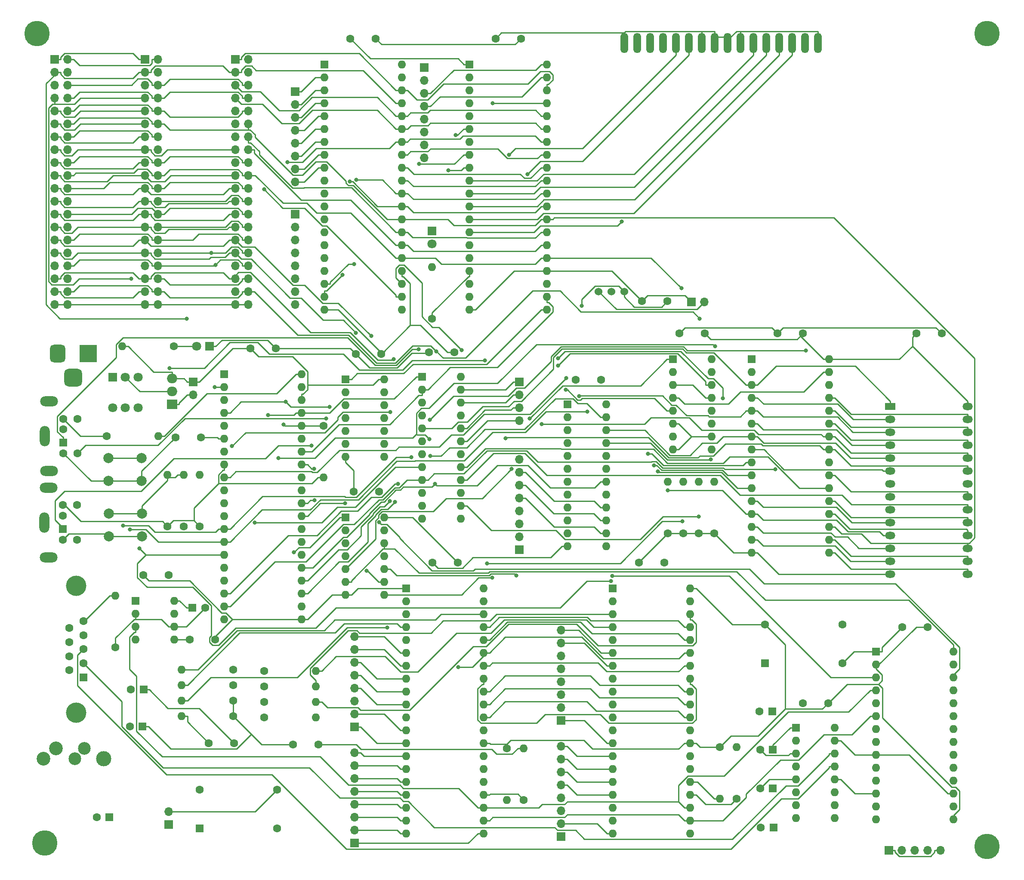
<source format=gbr>
%TF.GenerationSoftware,KiCad,Pcbnew,7.0.2*%
%TF.CreationDate,2023-08-11T11:39:39-05:00*%
%TF.ProjectId,6502v2.0,36353032-7632-42e3-902e-6b696361645f,rev?*%
%TF.SameCoordinates,Original*%
%TF.FileFunction,Copper,L1,Top*%
%TF.FilePolarity,Positive*%
%FSLAX46Y46*%
G04 Gerber Fmt 4.6, Leading zero omitted, Abs format (unit mm)*
G04 Created by KiCad (PCBNEW 7.0.2) date 2023-08-11 11:39:39*
%MOMM*%
%LPD*%
G01*
G04 APERTURE LIST*
G04 Aperture macros list*
%AMRoundRect*
0 Rectangle with rounded corners*
0 $1 Rounding radius*
0 $2 $3 $4 $5 $6 $7 $8 $9 X,Y pos of 4 corners*
0 Add a 4 corners polygon primitive as box body*
4,1,4,$2,$3,$4,$5,$6,$7,$8,$9,$2,$3,0*
0 Add four circle primitives for the rounded corners*
1,1,$1+$1,$2,$3*
1,1,$1+$1,$4,$5*
1,1,$1+$1,$6,$7*
1,1,$1+$1,$8,$9*
0 Add four rect primitives between the rounded corners*
20,1,$1+$1,$2,$3,$4,$5,0*
20,1,$1+$1,$4,$5,$6,$7,0*
20,1,$1+$1,$6,$7,$8,$9,0*
20,1,$1+$1,$8,$9,$2,$3,0*%
G04 Aperture macros list end*
%TA.AperFunction,ComponentPad*%
%ADD10R,1.600000X1.600000*%
%TD*%
%TA.AperFunction,ComponentPad*%
%ADD11C,1.600000*%
%TD*%
%TA.AperFunction,ComponentPad*%
%ADD12O,1.600000X1.600000*%
%TD*%
%TA.AperFunction,ComponentPad*%
%ADD13C,5.000000*%
%TD*%
%TA.AperFunction,ComponentPad*%
%ADD14R,1.800000X1.800000*%
%TD*%
%TA.AperFunction,ComponentPad*%
%ADD15C,1.800000*%
%TD*%
%TA.AperFunction,ComponentPad*%
%ADD16R,2.000000X1.440000*%
%TD*%
%TA.AperFunction,ComponentPad*%
%ADD17O,2.000000X1.440000*%
%TD*%
%TA.AperFunction,ComponentPad*%
%ADD18O,1.501140X4.000500*%
%TD*%
%TA.AperFunction,ComponentPad*%
%ADD19R,1.700000X1.700000*%
%TD*%
%TA.AperFunction,ComponentPad*%
%ADD20O,1.700000X1.700000*%
%TD*%
%TA.AperFunction,ComponentPad*%
%ADD21C,2.000000*%
%TD*%
%TA.AperFunction,ComponentPad*%
%ADD22C,2.700000*%
%TD*%
%TA.AperFunction,ComponentPad*%
%ADD23C,2.500000*%
%TD*%
%TA.AperFunction,ComponentPad*%
%ADD24C,3.000000*%
%TD*%
%TA.AperFunction,ComponentPad*%
%ADD25C,4.000000*%
%TD*%
%TA.AperFunction,ComponentPad*%
%ADD26O,3.500000X2.000000*%
%TD*%
%TA.AperFunction,ComponentPad*%
%ADD27O,2.000000X4.000000*%
%TD*%
%TA.AperFunction,ComponentPad*%
%ADD28C,1.524000*%
%TD*%
%TA.AperFunction,ComponentPad*%
%ADD29R,2.000000X1.905000*%
%TD*%
%TA.AperFunction,ComponentPad*%
%ADD30O,2.000000X1.905000*%
%TD*%
%TA.AperFunction,ComponentPad*%
%ADD31R,3.500000X3.500000*%
%TD*%
%TA.AperFunction,ComponentPad*%
%ADD32RoundRect,0.750000X-0.750000X-1.000000X0.750000X-1.000000X0.750000X1.000000X-0.750000X1.000000X0*%
%TD*%
%TA.AperFunction,ComponentPad*%
%ADD33RoundRect,0.875000X-0.875000X-0.875000X0.875000X-0.875000X0.875000X0.875000X-0.875000X0.875000X0*%
%TD*%
%TA.AperFunction,ViaPad*%
%ADD34C,0.800000*%
%TD*%
%TA.AperFunction,Conductor*%
%ADD35C,0.250000*%
%TD*%
G04 APERTURE END LIST*
D10*
%TO.P,C15,1*%
%TO.N,+5V*%
X82391500Y-151193500D03*
D11*
%TO.P,C15,2*%
%TO.N,Net-(U11-THR)*%
X84891500Y-151193500D03*
%TD*%
D10*
%TO.P,U14,1*%
%TO.N,Net-(U15-BC1)*%
X112522000Y-133350000D03*
D12*
%TO.P,U14,2*%
%TO.N,PSG1_CS*%
X112522000Y-135890000D03*
%TO.P,U14,3*%
%TO.N,/audio/a0*%
X112522000Y-138430000D03*
%TO.P,U14,4*%
%TO.N,Net-(U15-BDIR)*%
X112522000Y-140970000D03*
%TO.P,U14,5*%
%TO.N,PSG1_CS*%
X112522000Y-143510000D03*
%TO.P,U14,6*%
%TO.N,RW*%
X112522000Y-146050000D03*
%TO.P,U14,7,GND*%
%TO.N,GND*%
X112522000Y-148590000D03*
%TO.P,U14,8*%
%TO.N,PSG2_CS*%
X120142000Y-148590000D03*
%TO.P,U14,9*%
%TO.N,/audio/a0*%
X120142000Y-146050000D03*
%TO.P,U14,10*%
%TO.N,Net-(U16-BC1)*%
X120142000Y-143510000D03*
%TO.P,U14,11*%
%TO.N,PSG2_CS*%
X120142000Y-140970000D03*
%TO.P,U14,12*%
%TO.N,RW*%
X120142000Y-138430000D03*
%TO.P,U14,13*%
%TO.N,Net-(U16-BDIR)*%
X120142000Y-135890000D03*
%TO.P,U14,14,VCC*%
%TO.N,+5V*%
X120142000Y-133350000D03*
%TD*%
D10*
%TO.P,C27,1*%
%TO.N,Net-(C27-Pad1)*%
X72755000Y-167259000D03*
D11*
%TO.P,C27,2*%
%TO.N,AUDIO_OUT_LEFT*%
X70255000Y-167259000D03*
%TD*%
%TO.P,R3,1*%
%TO.N,+5V*%
X83820000Y-135128000D03*
D12*
%TO.P,R3,2*%
%TO.N,RDY*%
X83820000Y-124968000D03*
%TD*%
D11*
%TO.P,R19,1*%
%TO.N,+5V*%
X186182000Y-178562000D03*
D12*
%TO.P,R19,2*%
%TO.N,Net-(U16-A8)*%
X186182000Y-188722000D03*
%TD*%
D11*
%TO.P,R7,1*%
%TO.N,GND*%
X185039000Y-136525000D03*
D12*
%TO.P,R7,2*%
%TO.N,1pa3*%
X185039000Y-126365000D03*
%TD*%
D11*
%TO.P,R5,1*%
%TO.N,GND*%
X178943000Y-136525000D03*
D12*
%TO.P,R5,2*%
%TO.N,1pa1*%
X178943000Y-126365000D03*
%TD*%
D11*
%TO.P,C24,1*%
%TO.N,+5V*%
X207468000Y-169936000D03*
%TO.P,C24,2*%
%TO.N,GND*%
X202468000Y-169936000D03*
%TD*%
%TO.P,C9,1*%
%TO.N,+5V*%
X93766000Y-100076000D03*
%TO.P,C9,2*%
%TO.N,GND*%
X98766000Y-100076000D03*
%TD*%
D13*
%TO.P,REF1,1*%
%TO.N,N/C*%
X51816000Y-38100000D03*
%TD*%
D11*
%TO.P,C25,1*%
%TO.N,+5V*%
X175220000Y-142240000D03*
%TO.P,C25,2*%
%TO.N,GND*%
X170220000Y-142240000D03*
%TD*%
D10*
%TO.P,C12,1*%
%TO.N,+5V*%
X66040000Y-192405000D03*
D11*
%TO.P,C12,2*%
%TO.N,GND*%
X63540000Y-192405000D03*
%TD*%
D10*
%TO.P,U4,1,OD/CLK*%
%TO.N,PHI2*%
X127605000Y-105664000D03*
D12*
%TO.P,U4,2,I0*%
%TO.N,RW*%
X127605000Y-108204000D03*
%TO.P,U4,3,I1*%
%TO.N,a15*%
X127605000Y-110744000D03*
%TO.P,U4,4,I2*%
%TO.N,unconnected-(U4-I2-Pad4)*%
X127605000Y-113284000D03*
%TO.P,U4,5,I3*%
%TO.N,a14*%
X127605000Y-115824000D03*
%TO.P,U4,6,I4*%
%TO.N,a13*%
X127605000Y-118364000D03*
%TO.P,U4,7,I5*%
%TO.N,a12*%
X127605000Y-120904000D03*
%TO.P,U4,8,I6*%
%TO.N,a11*%
X127605000Y-123444000D03*
%TO.P,U4,9,I7*%
%TO.N,a10*%
X127605000Y-125984000D03*
%TO.P,U4,10,I8*%
%TO.N,a9*%
X127605000Y-128524000D03*
%TO.P,U4,11,I9*%
%TO.N,a8*%
X127605000Y-131064000D03*
%TO.P,U4,12,GND*%
%TO.N,GND*%
X127605000Y-133604000D03*
%TO.P,U4,13,CLK/OD*%
%TO.N,unconnected-(U4-CLK{slash}OD-Pad13)*%
X135225000Y-133604000D03*
%TO.P,U4,14,LR/O4*%
%TO.N,OE*%
X135225000Y-131064000D03*
%TO.P,U4,15,A0/O3*%
%TO.N,WE*%
X135225000Y-128524000D03*
%TO.P,U4,16,A1/O2*%
%TO.N,ROM_CS*%
X135225000Y-125984000D03*
%TO.P,U4,17,A2/O1*%
%TO.N,RAM_CS*%
X135225000Y-123444000D03*
%TO.P,U4,18,NC/O0*%
%TO.N,BANKED_RAM_CS*%
X135225000Y-120904000D03*
%TO.P,U4,19,O4/NC*%
%TO.N,decode3*%
X135225000Y-118364000D03*
%TO.P,U4,20,O3/A2*%
%TO.N,decode2*%
X135225000Y-115824000D03*
%TO.P,U4,21,O2/A1*%
%TO.N,DEVICE_CS*%
X135225000Y-113284000D03*
%TO.P,U4,22,O1/A0*%
%TO.N,decode1*%
X135225000Y-110744000D03*
%TO.P,U4,23,O0/LR*%
%TO.N,decode0*%
X135225000Y-108204000D03*
%TO.P,U4,24,VCC*%
%TO.N,+5V*%
X135225000Y-105664000D03*
%TD*%
D11*
%TO.P,R10,1*%
%TO.N,Net-(D1-A)*%
X78740000Y-99695000D03*
D12*
%TO.P,R10,2*%
%TO.N,+5V*%
X68580000Y-99695000D03*
%TD*%
D11*
%TO.P,R17,1*%
%TO.N,Net-(C22-Pad1)*%
X90424000Y-172466000D03*
D12*
%TO.P,R17,2*%
%TO.N,GND*%
X80264000Y-172466000D03*
%TD*%
D10*
%TO.P,U8,1,A18*%
%TO.N,Net-(U6-Zd)*%
X192445000Y-102235000D03*
D12*
%TO.P,U8,2,A16*%
%TO.N,Net-(U6-Zb)*%
X192445000Y-104775000D03*
%TO.P,U8,3,A14*%
%TO.N,a14*%
X192445000Y-107315000D03*
%TO.P,U8,4,A12*%
%TO.N,a12*%
X192445000Y-109855000D03*
%TO.P,U8,5,A7*%
%TO.N,a7*%
X192445000Y-112395000D03*
%TO.P,U8,6,A6*%
%TO.N,a6*%
X192445000Y-114935000D03*
%TO.P,U8,7,A5*%
%TO.N,a5*%
X192445000Y-117475000D03*
%TO.P,U8,8,A4*%
%TO.N,a4*%
X192445000Y-120015000D03*
%TO.P,U8,9,A3*%
%TO.N,a3*%
X192445000Y-122555000D03*
%TO.P,U8,10,A2*%
%TO.N,a2*%
X192445000Y-125095000D03*
%TO.P,U8,11,A1*%
%TO.N,a1*%
X192445000Y-127635000D03*
%TO.P,U8,12,A0*%
%TO.N,a0*%
X192445000Y-130175000D03*
%TO.P,U8,13,DQ0*%
%TO.N,d0*%
X192445000Y-132715000D03*
%TO.P,U8,14,DQ1*%
%TO.N,d1*%
X192445000Y-135255000D03*
%TO.P,U8,15,DQ2*%
%TO.N,d2*%
X192445000Y-137795000D03*
%TO.P,U8,16,VSS*%
%TO.N,GND*%
X192445000Y-140335000D03*
%TO.P,U8,17,DQ3*%
%TO.N,d3*%
X207685000Y-140335000D03*
%TO.P,U8,18,DQ4*%
%TO.N,d4*%
X207685000Y-137795000D03*
%TO.P,U8,19,DQ5*%
%TO.N,d5*%
X207685000Y-135255000D03*
%TO.P,U8,20,DQ6*%
%TO.N,d6*%
X207685000Y-132715000D03*
%TO.P,U8,21,DQ7*%
%TO.N,d7*%
X207685000Y-130175000D03*
%TO.P,U8,22,CE#*%
%TO.N,RAM_CS*%
X207685000Y-127635000D03*
%TO.P,U8,23,A10*%
%TO.N,a10*%
X207685000Y-125095000D03*
%TO.P,U8,24,OE#*%
%TO.N,OE*%
X207685000Y-122555000D03*
%TO.P,U8,25,A11*%
%TO.N,a11*%
X207685000Y-120015000D03*
%TO.P,U8,26,A9*%
%TO.N,a9*%
X207685000Y-117475000D03*
%TO.P,U8,27,A8*%
%TO.N,a8*%
X207685000Y-114935000D03*
%TO.P,U8,28,A13*%
%TO.N,a13*%
X207685000Y-112395000D03*
%TO.P,U8,29,WE#*%
%TO.N,WE*%
X207685000Y-109855000D03*
%TO.P,U8,30,A17*%
%TO.N,Net-(U6-Zc)*%
X207685000Y-107315000D03*
%TO.P,U8,31,A15*%
%TO.N,Net-(U6-Za)*%
X207685000Y-104775000D03*
%TO.P,U8,32,VCC*%
%TO.N,+5V*%
X207685000Y-102235000D03*
%TD*%
D11*
%TO.P,R20,1*%
%TO.N,Net-(U16-~{A9})*%
X189484000Y-188722000D03*
D12*
%TO.P,R20,2*%
%TO.N,GND*%
X189484000Y-178562000D03*
%TD*%
D14*
%TO.P,D1,1,K*%
%TO.N,GND*%
X85725000Y-99695000D03*
D15*
%TO.P,D1,2,A*%
%TO.N,Net-(D1-A)*%
X83185000Y-99695000D03*
%TD*%
D16*
%TO.P,U3,1,A14*%
%TO.N,a14*%
X219670000Y-111525000D03*
D17*
%TO.P,U3,2,A12*%
%TO.N,a12*%
X219670000Y-114065000D03*
%TO.P,U3,3,A7*%
%TO.N,a7*%
X219670000Y-116605000D03*
%TO.P,U3,4,A6*%
%TO.N,a6*%
X219670000Y-119145000D03*
%TO.P,U3,5,A5*%
%TO.N,a5*%
X219670000Y-121685000D03*
%TO.P,U3,6,A4*%
%TO.N,a4*%
X219670000Y-124225000D03*
%TO.P,U3,7,A3*%
%TO.N,a3*%
X219670000Y-126765000D03*
%TO.P,U3,8,A2*%
%TO.N,a2*%
X219670000Y-129305000D03*
%TO.P,U3,9,A1*%
%TO.N,a1*%
X219670000Y-131845000D03*
%TO.P,U3,10,A0*%
%TO.N,a0*%
X219670000Y-134385000D03*
%TO.P,U3,11,D0*%
%TO.N,d0*%
X219670000Y-136925000D03*
%TO.P,U3,12,D1*%
%TO.N,d1*%
X219670000Y-139465000D03*
%TO.P,U3,13,D2*%
%TO.N,d2*%
X219670000Y-142005000D03*
%TO.P,U3,14,GND*%
%TO.N,GND*%
X219670000Y-144545000D03*
%TO.P,U3,15,D3*%
%TO.N,d3*%
X234910000Y-144545000D03*
%TO.P,U3,16,D4*%
%TO.N,d4*%
X234910000Y-142005000D03*
%TO.P,U3,17,D5*%
%TO.N,d5*%
X234910000Y-139465000D03*
%TO.P,U3,18,D6*%
%TO.N,d6*%
X234910000Y-136925000D03*
%TO.P,U3,19,D7*%
%TO.N,d7*%
X234910000Y-134385000D03*
%TO.P,U3,20,~{CS}*%
%TO.N,ROM_CS*%
X234910000Y-131845000D03*
%TO.P,U3,21,A10*%
%TO.N,a10*%
X234910000Y-129305000D03*
%TO.P,U3,22,~{OE}*%
%TO.N,GND*%
X234910000Y-126765000D03*
%TO.P,U3,23,A11*%
%TO.N,a11*%
X234910000Y-124225000D03*
%TO.P,U3,24,A9*%
%TO.N,a9*%
X234910000Y-121685000D03*
%TO.P,U3,25,A8*%
%TO.N,a8*%
X234910000Y-119145000D03*
%TO.P,U3,26,A13*%
%TO.N,a13*%
X234910000Y-116605000D03*
%TO.P,U3,27,~{WE}*%
%TO.N,WE*%
X234910000Y-114065000D03*
%TO.P,U3,28,VCC*%
%TO.N,+5V*%
X234910000Y-111525000D03*
%TD*%
D18*
%TO.P,U10,1,VSS*%
%TO.N,GND*%
X167364440Y-40005020D03*
%TO.P,U10,2,VDD*%
%TO.N,Net-(JP2-B)*%
X169904440Y-40005020D03*
%TO.P,U10,3,VO*%
%TO.N,Net-(U10-VO)*%
X172444440Y-40005020D03*
%TO.P,U10,4,RS*%
%TO.N,1pb4*%
X174984440Y-40005020D03*
%TO.P,U10,5,R/W*%
%TO.N,1pb5*%
X177524440Y-40005020D03*
%TO.P,U10,6,E*%
%TO.N,1pb6*%
X180064440Y-40005020D03*
%TO.P,U10,7,DB0*%
%TO.N,GND*%
X182604440Y-40005020D03*
%TO.P,U10,8,DB1*%
X185144440Y-40005020D03*
%TO.P,U10,9,DB2*%
X187684440Y-40005020D03*
%TO.P,U10,10,DB3*%
X190224440Y-40005020D03*
%TO.P,U10,11,DB4*%
%TO.N,1pb0*%
X192764440Y-40005020D03*
%TO.P,U10,12,DB5*%
%TO.N,1pb1*%
X195304440Y-40005020D03*
%TO.P,U10,13,DB6*%
%TO.N,1pb2*%
X197844440Y-40005020D03*
%TO.P,U10,14,DB7*%
%TO.N,1pb3*%
X200384440Y-40005020D03*
%TO.P,U10,15,A*%
%TO.N,+5V*%
X202924440Y-40005020D03*
%TO.P,U10,16,K*%
%TO.N,GND*%
X205464440Y-40005020D03*
%TD*%
D19*
%TO.P,J7,1,Pin_1*%
%TO.N,a0*%
X73025000Y-43180000D03*
D20*
%TO.P,J7,2,Pin_2*%
%TO.N,d0*%
X75565000Y-43180000D03*
%TO.P,J7,3,Pin_3*%
%TO.N,a1*%
X73025000Y-45720000D03*
%TO.P,J7,4,Pin_4*%
%TO.N,d1*%
X75565000Y-45720000D03*
%TO.P,J7,5,Pin_5*%
%TO.N,a2*%
X73025000Y-48260000D03*
%TO.P,J7,6,Pin_6*%
%TO.N,d2*%
X75565000Y-48260000D03*
%TO.P,J7,7,Pin_7*%
%TO.N,a3*%
X73025000Y-50800000D03*
%TO.P,J7,8,Pin_8*%
%TO.N,d3*%
X75565000Y-50800000D03*
%TO.P,J7,9,Pin_9*%
%TO.N,a4*%
X73025000Y-53340000D03*
%TO.P,J7,10,Pin_10*%
%TO.N,d4*%
X75565000Y-53340000D03*
%TO.P,J7,11,Pin_11*%
%TO.N,a5*%
X73025000Y-55880000D03*
%TO.P,J7,12,Pin_12*%
%TO.N,d5*%
X75565000Y-55880000D03*
%TO.P,J7,13,Pin_13*%
%TO.N,a6*%
X73025000Y-58420000D03*
%TO.P,J7,14,Pin_14*%
%TO.N,d6*%
X75565000Y-58420000D03*
%TO.P,J7,15,Pin_15*%
%TO.N,a7*%
X73025000Y-60960000D03*
%TO.P,J7,16,Pin_16*%
%TO.N,d7*%
X75565000Y-60960000D03*
%TO.P,J7,17,Pin_17*%
%TO.N,a8*%
X73025000Y-63500000D03*
%TO.P,J7,18,Pin_18*%
%TO.N,RW*%
X75565000Y-63500000D03*
%TO.P,J7,19,Pin_19*%
%TO.N,a9*%
X73025000Y-66040000D03*
%TO.P,J7,20,Pin_20*%
%TO.N,PHI2*%
X75565000Y-66040000D03*
%TO.P,J7,21,Pin_21*%
%TO.N,a10*%
X73025000Y-68580000D03*
%TO.P,J7,22,Pin_22*%
%TO.N,RESET*%
X75565000Y-68580000D03*
%TO.P,J7,23,Pin_23*%
%TO.N,a11*%
X73025000Y-71120000D03*
%TO.P,J7,24,Pin_24*%
%TO.N,SYNC*%
X75565000Y-71120000D03*
%TO.P,J7,25,Pin_25*%
%TO.N,a12*%
X73025000Y-73660000D03*
%TO.P,J7,26,Pin_26*%
%TO.N,IRQ*%
X75565000Y-73660000D03*
%TO.P,J7,27,Pin_27*%
%TO.N,a13*%
X73025000Y-76200000D03*
%TO.P,J7,28,Pin_28*%
%TO.N,BE*%
X75565000Y-76200000D03*
%TO.P,J7,29,Pin_29*%
%TO.N,a14*%
X73025000Y-78740000D03*
%TO.P,J7,30,Pin_30*%
%TO.N,RDY*%
X75565000Y-78740000D03*
%TO.P,J7,31,Pin_31*%
%TO.N,a15*%
X73025000Y-81280000D03*
%TO.P,J7,32,Pin_32*%
%TO.N,VP*%
X75565000Y-81280000D03*
%TO.P,J7,33,Pin_33*%
%TO.N,/interface/IO1*%
X73025000Y-83820000D03*
%TO.P,J7,34,Pin_34*%
%TO.N,ML*%
X75565000Y-83820000D03*
%TO.P,J7,35,Pin_35*%
%TO.N,OE*%
X73025000Y-86360000D03*
%TO.P,J7,36,Pin_36*%
%TO.N,NMI*%
X75565000Y-86360000D03*
%TO.P,J7,37,Pin_37*%
%TO.N,+5V*%
X73025000Y-88900000D03*
%TO.P,J7,38,Pin_38*%
%TO.N,WE*%
X75565000Y-88900000D03*
%TO.P,J7,39,Pin_39*%
%TO.N,GND*%
X73025000Y-91440000D03*
%TO.P,J7,40,Pin_40*%
X75565000Y-91440000D03*
%TD*%
D19*
%TO.P,J1,1,Pin_1*%
%TO.N,2pb0*%
X102616000Y-73645000D03*
D20*
%TO.P,J1,2,Pin_2*%
%TO.N,2pb1*%
X102616000Y-76185000D03*
%TO.P,J1,3,Pin_3*%
%TO.N,2pb2*%
X102616000Y-78725000D03*
%TO.P,J1,4,Pin_4*%
%TO.N,2pb3*%
X102616000Y-81265000D03*
%TO.P,J1,5,Pin_5*%
%TO.N,2pb4*%
X102616000Y-83805000D03*
%TO.P,J1,6,Pin_6*%
%TO.N,2pb5*%
X102616000Y-86345000D03*
%TO.P,J1,7,Pin_7*%
%TO.N,2pb6*%
X102616000Y-88885000D03*
%TO.P,J1,8,Pin_8*%
%TO.N,2pb7*%
X102616000Y-91425000D03*
%TD*%
D11*
%TO.P,C26,1*%
%TO.N,+5V*%
X227036000Y-154955000D03*
%TO.P,C26,2*%
%TO.N,GND*%
X222036000Y-154955000D03*
%TD*%
D10*
%TO.P,U12,1,VSS*%
%TO.N,GND*%
X216916000Y-159766000D03*
D12*
%TO.P,U12,2,CS0*%
%TO.N,+5V*%
X216916000Y-162306000D03*
%TO.P,U12,3,~{CS1}*%
%TO.N,ACIA_CS*%
X216916000Y-164846000D03*
%TO.P,U12,4,~{RES}*%
%TO.N,RESET*%
X216916000Y-167386000D03*
%TO.P,U12,5,RxC*%
%TO.N,unconnected-(U12-RxC-Pad5)*%
X216916000Y-169926000D03*
%TO.P,U12,6,XTLI*%
%TO.N,CLK_1.8432*%
X216916000Y-172466000D03*
%TO.P,U12,7,XTLO*%
%TO.N,unconnected-(U12-XTLO-Pad7)*%
X216916000Y-175006000D03*
%TO.P,U12,8,~{RTS}*%
%TO.N,unconnected-(U12-~{RTS}-Pad8)*%
X216916000Y-177546000D03*
%TO.P,U12,9,~{CTS}*%
%TO.N,GND*%
X216916000Y-180086000D03*
%TO.P,U12,10,TxD*%
%TO.N,Net-(J14-Pin_2)*%
X216916000Y-182626000D03*
%TO.P,U12,11,~{DTR}*%
%TO.N,unconnected-(U12-~{DTR}-Pad11)*%
X216916000Y-185166000D03*
%TO.P,U12,12,RxD*%
%TO.N,Net-(J14-Pin_3)*%
X216916000Y-187706000D03*
%TO.P,U12,13,RS0*%
%TO.N,a0*%
X216916000Y-190246000D03*
%TO.P,U12,14,RS1*%
%TO.N,a1*%
X216916000Y-192786000D03*
%TO.P,U12,15,VDD*%
%TO.N,+5V*%
X232156000Y-192786000D03*
%TO.P,U12,16,~{DCD}*%
%TO.N,GND*%
X232156000Y-190246000D03*
%TO.P,U12,17,~{DSR}*%
X232156000Y-187706000D03*
%TO.P,U12,18,D0*%
%TO.N,d0*%
X232156000Y-185166000D03*
%TO.P,U12,19,D1*%
%TO.N,d1*%
X232156000Y-182626000D03*
%TO.P,U12,20,D2*%
%TO.N,d2*%
X232156000Y-180086000D03*
%TO.P,U12,21,D3*%
%TO.N,d3*%
X232156000Y-177546000D03*
%TO.P,U12,22,D4*%
%TO.N,d4*%
X232156000Y-175006000D03*
%TO.P,U12,23,D5*%
%TO.N,d5*%
X232156000Y-172466000D03*
%TO.P,U12,24,D6*%
%TO.N,d6*%
X232156000Y-169926000D03*
%TO.P,U12,25,D7*%
%TO.N,d7*%
X232156000Y-167386000D03*
%TO.P,U12,26,~{IRQ}*%
%TO.N,ACIA_IRQ*%
X232156000Y-164846000D03*
%TO.P,U12,27,PHI2*%
%TO.N,PHI2*%
X232156000Y-162306000D03*
%TO.P,U12,28,R~{W}*%
%TO.N,RW*%
X232156000Y-159766000D03*
%TD*%
D11*
%TO.P,R11,1*%
%TO.N,1pb7*%
X129540000Y-94234000D03*
D12*
%TO.P,R11,2*%
%TO.N,Net-(D2-A)*%
X129540000Y-84074000D03*
%TD*%
D21*
%TO.P,SW2,1,1*%
%TO.N,RESET*%
X65890000Y-121702000D03*
X72390000Y-121702000D03*
%TO.P,SW2,2,2*%
%TO.N,GND*%
X65890000Y-126202000D03*
X72390000Y-126202000D03*
%TD*%
D10*
%TO.P,U5,1,~{VP}*%
%TO.N,VP*%
X88646000Y-105156000D03*
D12*
%TO.P,U5,2,RDY*%
%TO.N,RDY*%
X88646000Y-107696000D03*
%TO.P,U5,3,PHI1O*%
%TO.N,unconnected-(U5-PHI1O-Pad3)*%
X88646000Y-110236000D03*
%TO.P,U5,4,~{IRQ}*%
%TO.N,IRQ*%
X88646000Y-112776000D03*
%TO.P,U5,5,~{ML}*%
%TO.N,ML*%
X88646000Y-115316000D03*
%TO.P,U5,6,~{NMI}*%
%TO.N,NMI*%
X88646000Y-117856000D03*
%TO.P,U5,7,SYNC*%
%TO.N,SYNC*%
X88646000Y-120396000D03*
%TO.P,U5,8,VDD*%
%TO.N,+5V*%
X88646000Y-122936000D03*
%TO.P,U5,9,A0*%
%TO.N,a0*%
X88646000Y-125476000D03*
%TO.P,U5,10,A1*%
%TO.N,a1*%
X88646000Y-128016000D03*
%TO.P,U5,11,A2*%
%TO.N,a2*%
X88646000Y-130556000D03*
%TO.P,U5,12,A3*%
%TO.N,a3*%
X88646000Y-133096000D03*
%TO.P,U5,13,A4*%
%TO.N,a4*%
X88646000Y-135636000D03*
%TO.P,U5,14,A5*%
%TO.N,a5*%
X88646000Y-138176000D03*
%TO.P,U5,15,A6*%
%TO.N,a6*%
X88646000Y-140716000D03*
%TO.P,U5,16,A7*%
%TO.N,a7*%
X88646000Y-143256000D03*
%TO.P,U5,17,A8*%
%TO.N,a8*%
X88646000Y-145796000D03*
%TO.P,U5,18,A9*%
%TO.N,a9*%
X88646000Y-148336000D03*
%TO.P,U5,19,A10*%
%TO.N,a10*%
X88646000Y-150876000D03*
%TO.P,U5,20,A11*%
%TO.N,a11*%
X88646000Y-153416000D03*
%TO.P,U5,21,VSS*%
%TO.N,GND*%
X103886000Y-153416000D03*
%TO.P,U5,22,A12*%
%TO.N,a12*%
X103886000Y-150876000D03*
%TO.P,U5,23,A13*%
%TO.N,a13*%
X103886000Y-148336000D03*
%TO.P,U5,24,A14*%
%TO.N,a14*%
X103886000Y-145796000D03*
%TO.P,U5,25,A15*%
%TO.N,a15*%
X103886000Y-143256000D03*
%TO.P,U5,26,D7*%
%TO.N,d7*%
X103886000Y-140716000D03*
%TO.P,U5,27,D6*%
%TO.N,d6*%
X103886000Y-138176000D03*
%TO.P,U5,28,D5*%
%TO.N,d5*%
X103886000Y-135636000D03*
%TO.P,U5,29,D4*%
%TO.N,d4*%
X103886000Y-133096000D03*
%TO.P,U5,30,D3*%
%TO.N,d3*%
X103886000Y-130556000D03*
%TO.P,U5,31,D2*%
%TO.N,d2*%
X103886000Y-128016000D03*
%TO.P,U5,32,D1*%
%TO.N,d1*%
X103886000Y-125476000D03*
%TO.P,U5,33,D0*%
%TO.N,d0*%
X103886000Y-122936000D03*
%TO.P,U5,34,~{RW}*%
%TO.N,RW*%
X103886000Y-120396000D03*
%TO.P,U5,35,NC*%
%TO.N,unconnected-(U5-NC-Pad35)*%
X103886000Y-117856000D03*
%TO.P,U5,36,BE*%
%TO.N,BE*%
X103886000Y-115316000D03*
%TO.P,U5,37,PHI2*%
%TO.N,PHI2*%
X103886000Y-112776000D03*
%TO.P,U5,38,~{SO}*%
%TO.N,+5V*%
X103886000Y-110236000D03*
%TO.P,U5,39,PHI2O*%
%TO.N,unconnected-(U5-PHI2O-Pad39)*%
X103886000Y-107696000D03*
%TO.P,U5,40,~{RES}*%
%TO.N,RESET*%
X103886000Y-105156000D03*
%TD*%
D22*
%TO.P,J19,1*%
%TO.N,GND*%
X53096000Y-180848000D03*
%TO.P,J19,2*%
%TO.N,AUDIO_OUT_LEFT*%
X55546000Y-178848000D03*
D23*
%TO.P,J19,3*%
%TO.N,unconnected-(J19-Pad3)*%
X59246000Y-180848000D03*
%TO.P,J19,4*%
%TO.N,AUDIO_OUT_RIGHT*%
X61146000Y-178848000D03*
D24*
%TO.P,J19,5*%
%TO.N,unconnected-(J19-Pad5)*%
X64896000Y-180848000D03*
%TD*%
D11*
%TO.P,C14,1*%
%TO.N,+5V*%
X170855000Y-90805000D03*
%TO.P,C14,2*%
%TO.N,GND*%
X175855000Y-90805000D03*
%TD*%
D19*
%TO.P,J10,1,Pin_1*%
%TO.N,a0*%
X90805000Y-43180000D03*
D20*
%TO.P,J10,2,Pin_2*%
%TO.N,d0*%
X93345000Y-43180000D03*
%TO.P,J10,3,Pin_3*%
%TO.N,a1*%
X90805000Y-45720000D03*
%TO.P,J10,4,Pin_4*%
%TO.N,d1*%
X93345000Y-45720000D03*
%TO.P,J10,5,Pin_5*%
%TO.N,a2*%
X90805000Y-48260000D03*
%TO.P,J10,6,Pin_6*%
%TO.N,d2*%
X93345000Y-48260000D03*
%TO.P,J10,7,Pin_7*%
%TO.N,a3*%
X90805000Y-50800000D03*
%TO.P,J10,8,Pin_8*%
%TO.N,d3*%
X93345000Y-50800000D03*
%TO.P,J10,9,Pin_9*%
%TO.N,a4*%
X90805000Y-53340000D03*
%TO.P,J10,10,Pin_10*%
%TO.N,d4*%
X93345000Y-53340000D03*
%TO.P,J10,11,Pin_11*%
%TO.N,a5*%
X90805000Y-55880000D03*
%TO.P,J10,12,Pin_12*%
%TO.N,d5*%
X93345000Y-55880000D03*
%TO.P,J10,13,Pin_13*%
%TO.N,a6*%
X90805000Y-58420000D03*
%TO.P,J10,14,Pin_14*%
%TO.N,d6*%
X93345000Y-58420000D03*
%TO.P,J10,15,Pin_15*%
%TO.N,a7*%
X90805000Y-60960000D03*
%TO.P,J10,16,Pin_16*%
%TO.N,d7*%
X93345000Y-60960000D03*
%TO.P,J10,17,Pin_17*%
%TO.N,a8*%
X90805000Y-63500000D03*
%TO.P,J10,18,Pin_18*%
%TO.N,RW*%
X93345000Y-63500000D03*
%TO.P,J10,19,Pin_19*%
%TO.N,a9*%
X90805000Y-66040000D03*
%TO.P,J10,20,Pin_20*%
%TO.N,PHI2*%
X93345000Y-66040000D03*
%TO.P,J10,21,Pin_21*%
%TO.N,a10*%
X90805000Y-68580000D03*
%TO.P,J10,22,Pin_22*%
%TO.N,RESET*%
X93345000Y-68580000D03*
%TO.P,J10,23,Pin_23*%
%TO.N,a11*%
X90805000Y-71120000D03*
%TO.P,J10,24,Pin_24*%
%TO.N,SYNC*%
X93345000Y-71120000D03*
%TO.P,J10,25,Pin_25*%
%TO.N,a12*%
X90805000Y-73660000D03*
%TO.P,J10,26,Pin_26*%
%TO.N,IRQ*%
X93345000Y-73660000D03*
%TO.P,J10,27,Pin_27*%
%TO.N,a13*%
X90805000Y-76200000D03*
%TO.P,J10,28,Pin_28*%
%TO.N,BE*%
X93345000Y-76200000D03*
%TO.P,J10,29,Pin_29*%
%TO.N,a14*%
X90805000Y-78740000D03*
%TO.P,J10,30,Pin_30*%
%TO.N,RDY*%
X93345000Y-78740000D03*
%TO.P,J10,31,Pin_31*%
%TO.N,a15*%
X90805000Y-81280000D03*
%TO.P,J10,32,Pin_32*%
%TO.N,VP*%
X93345000Y-81280000D03*
%TO.P,J10,33,Pin_33*%
%TO.N,/interface/IO2*%
X90805000Y-83820000D03*
%TO.P,J10,34,Pin_34*%
%TO.N,ML*%
X93345000Y-83820000D03*
%TO.P,J10,35,Pin_35*%
%TO.N,OE*%
X90805000Y-86360000D03*
%TO.P,J10,36,Pin_36*%
%TO.N,NMI*%
X93345000Y-86360000D03*
%TO.P,J10,37,Pin_37*%
%TO.N,+5V*%
X90805000Y-88900000D03*
%TO.P,J10,38,Pin_38*%
%TO.N,WE*%
X93345000Y-88900000D03*
%TO.P,J10,39,Pin_39*%
%TO.N,GND*%
X90805000Y-91440000D03*
%TO.P,J10,40,Pin_40*%
X93345000Y-91440000D03*
%TD*%
D25*
%TO.P,J13,0*%
%TO.N,N/C*%
X59540000Y-146806000D03*
X59540000Y-171806000D03*
D10*
%TO.P,J13,1,1*%
%TO.N,unconnected-(J13-Pad1)*%
X60960000Y-164846000D03*
D11*
%TO.P,J13,2,2*%
%TO.N,Net-(U13-T1OUT)*%
X60960000Y-162076000D03*
%TO.P,J13,3,3*%
%TO.N,Net-(U13-R1IN)*%
X60960000Y-159306000D03*
%TO.P,J13,4,4*%
%TO.N,unconnected-(J13-Pad4)*%
X60960000Y-156536000D03*
%TO.P,J13,5,5*%
%TO.N,GND*%
X60960000Y-153766000D03*
%TO.P,J13,6,6*%
%TO.N,unconnected-(J13-Pad6)*%
X58120000Y-163461000D03*
%TO.P,J13,7,7*%
%TO.N,unconnected-(J13-Pad7)*%
X58120000Y-160691000D03*
%TO.P,J13,8,8*%
%TO.N,unconnected-(J13-Pad8)*%
X58120000Y-157921000D03*
%TO.P,J13,9,9*%
%TO.N,unconnected-(J13-Pad9)*%
X58120000Y-155151000D03*
%TD*%
%TO.P,C6,1*%
%TO.N,+5V*%
X224830000Y-97155000D03*
%TO.P,C6,2*%
%TO.N,GND*%
X229830000Y-97155000D03*
%TD*%
D10*
%TO.P,J11,1*%
%TO.N,1pa7*%
X56896000Y-135658000D03*
D11*
%TO.P,J11,2*%
%TO.N,unconnected-(J11-Pad2)*%
X56896000Y-133058000D03*
%TO.P,J11,3*%
%TO.N,GND*%
X56896000Y-137758000D03*
%TO.P,J11,4*%
%TO.N,+5V*%
X56896000Y-130958000D03*
%TO.P,J11,5*%
%TO.N,1pa6*%
X59696000Y-137758000D03*
%TO.P,J11,6*%
%TO.N,unconnected-(J11-Pad6)*%
X59696000Y-130958000D03*
D26*
%TO.P,J11,7*%
%TO.N,N/C*%
X54046000Y-127508000D03*
D27*
X53246000Y-134358000D03*
D26*
X54046000Y-141208000D03*
%TD*%
D11*
%TO.P,R16,1*%
%TO.N,Net-(C22-Pad1)*%
X90424000Y-169418000D03*
D12*
%TO.P,R16,2*%
%TO.N,Net-(U15-ch_B)*%
X80264000Y-169418000D03*
%TD*%
D11*
%TO.P,R2,1*%
%TO.N,+5V*%
X77470000Y-135128000D03*
D12*
%TO.P,R2,2*%
%TO.N,Net-(R1-Pad2)*%
X77470000Y-124968000D03*
%TD*%
D28*
%TO.P,RV1,1,1*%
%TO.N,GND*%
X167386000Y-88900000D03*
%TO.P,RV1,2,2*%
%TO.N,Net-(U10-VO)*%
X164846000Y-88900000D03*
%TO.P,RV1,3,3*%
%TO.N,Net-(JP2-B)*%
X162306000Y-88900000D03*
%TD*%
D10*
%TO.P,U2,1,S0*%
%TO.N,VIA1_CS*%
X156210000Y-111125000D03*
D12*
%TO.P,U2,2,S1*%
%TO.N,VIA2_CS*%
X156210000Y-113665000D03*
%TO.P,U2,3,S2*%
%TO.N,ACIA_CS*%
X156210000Y-116205000D03*
%TO.P,U2,4,S3*%
%TO.N,PSG1_CS*%
X156210000Y-118745000D03*
%TO.P,U2,5,S4*%
%TO.N,PSG2_CS*%
X156210000Y-121285000D03*
%TO.P,U2,6,S5*%
%TO.N,IO0*%
X156210000Y-123825000D03*
%TO.P,U2,7,S6*%
%TO.N,IO1*%
X156210000Y-126365000D03*
%TO.P,U2,8,S7*%
%TO.N,IO2*%
X156210000Y-128905000D03*
%TO.P,U2,9,S8*%
%TO.N,IO3*%
X156210000Y-131445000D03*
%TO.P,U2,10,S9*%
%TO.N,IO4*%
X156210000Y-133985000D03*
%TO.P,U2,11,S10*%
%TO.N,IO5*%
X156210000Y-136525000D03*
%TO.P,U2,12,GND*%
%TO.N,GND*%
X156210000Y-139065000D03*
%TO.P,U2,13,S11*%
%TO.N,IO6*%
X163830000Y-139065000D03*
%TO.P,U2,14,S12*%
%TO.N,IO7*%
X163830000Y-136525000D03*
%TO.P,U2,15,S13*%
%TO.N,IO8*%
X163830000Y-133985000D03*
%TO.P,U2,16,S14*%
%TO.N,IO9*%
X163830000Y-131445000D03*
%TO.P,U2,17,S15*%
%TO.N,IO10*%
X163830000Y-128905000D03*
%TO.P,U2,18,E0*%
%TO.N,a15*%
X163830000Y-126365000D03*
%TO.P,U2,19,E1*%
%TO.N,DEVICE_CS*%
X163830000Y-123825000D03*
%TO.P,U2,20,A3*%
%TO.N,a7*%
X163830000Y-121285000D03*
%TO.P,U2,21,A2*%
%TO.N,a6*%
X163830000Y-118745000D03*
%TO.P,U2,22,A1*%
%TO.N,a5*%
X163830000Y-116205000D03*
%TO.P,U2,23,A0*%
%TO.N,a4*%
X163830000Y-113665000D03*
%TO.P,U2,24,VCC*%
%TO.N,+5V*%
X163830000Y-111125000D03*
%TD*%
D11*
%TO.P,C23,1*%
%TO.N,Net-(C22-Pad1)*%
X102188000Y-178054000D03*
%TO.P,C23,2*%
%TO.N,GND*%
X107188000Y-178054000D03*
%TD*%
%TO.P,R13,1*%
%TO.N,+5V*%
X144272000Y-178816000D03*
D12*
%TO.P,R13,2*%
%TO.N,Net-(U15-A8)*%
X144272000Y-188976000D03*
%TD*%
D11*
%TO.P,R23,1*%
%TO.N,Net-(C27-Pad1)*%
X96520000Y-172720000D03*
D12*
%TO.P,R23,2*%
%TO.N,GND*%
X106680000Y-172720000D03*
%TD*%
D10*
%TO.P,U7,1,VSS*%
%TO.N,GND*%
X136906000Y-44191000D03*
D12*
%TO.P,U7,2,PA0*%
%TO.N,1pa0*%
X136906000Y-46731000D03*
%TO.P,U7,3,PA1*%
%TO.N,1pa1*%
X136906000Y-49271000D03*
%TO.P,U7,4,PA2*%
%TO.N,1pa2*%
X136906000Y-51811000D03*
%TO.P,U7,5,PA3*%
%TO.N,1pa3*%
X136906000Y-54351000D03*
%TO.P,U7,6,PA4*%
%TO.N,1pa4*%
X136906000Y-56891000D03*
%TO.P,U7,7,PA5*%
%TO.N,1pa5*%
X136906000Y-59431000D03*
%TO.P,U7,8,PA6*%
%TO.N,1pa6*%
X136906000Y-61971000D03*
%TO.P,U7,9,PA7*%
%TO.N,1pa7*%
X136906000Y-64511000D03*
%TO.P,U7,10,PB0*%
%TO.N,1pb0*%
X136906000Y-67051000D03*
%TO.P,U7,11,PB1*%
%TO.N,1pb1*%
X136906000Y-69591000D03*
%TO.P,U7,12,PB2*%
%TO.N,1pb2*%
X136906000Y-72131000D03*
%TO.P,U7,13,PB3*%
%TO.N,1pb3*%
X136906000Y-74671000D03*
%TO.P,U7,14,PB4*%
%TO.N,1pb4*%
X136906000Y-77211000D03*
%TO.P,U7,15,PB5*%
%TO.N,1pb5*%
X136906000Y-79751000D03*
%TO.P,U7,16,PB6*%
%TO.N,1pb6*%
X136906000Y-82291000D03*
%TO.P,U7,17,PB7*%
%TO.N,1pb7*%
X136906000Y-84831000D03*
%TO.P,U7,18,CB1*%
%TO.N,1CB1*%
X136906000Y-87371000D03*
%TO.P,U7,19,CB2*%
%TO.N,1CB2*%
X136906000Y-89911000D03*
%TO.P,U7,20,VDD*%
%TO.N,+5V*%
X136906000Y-92451000D03*
%TO.P,U7,21,~{IRQ}*%
%TO.N,1VIA_IRQ*%
X152146000Y-92451000D03*
%TO.P,U7,22,R~{W}*%
%TO.N,RW*%
X152146000Y-89911000D03*
%TO.P,U7,23,~{CS2}*%
%TO.N,VIA1_CS*%
X152146000Y-87371000D03*
%TO.P,U7,24,CS1*%
%TO.N,+5V*%
X152146000Y-84831000D03*
%TO.P,U7,25,PHI2*%
%TO.N,PHI2*%
X152146000Y-82291000D03*
%TO.P,U7,26,D7*%
%TO.N,d7*%
X152146000Y-79751000D03*
%TO.P,U7,27,D6*%
%TO.N,d6*%
X152146000Y-77211000D03*
%TO.P,U7,28,D5*%
%TO.N,d5*%
X152146000Y-74671000D03*
%TO.P,U7,29,D4*%
%TO.N,d4*%
X152146000Y-72131000D03*
%TO.P,U7,30,D3*%
%TO.N,d3*%
X152146000Y-69591000D03*
%TO.P,U7,31,D2*%
%TO.N,d2*%
X152146000Y-67051000D03*
%TO.P,U7,32,D1*%
%TO.N,d1*%
X152146000Y-64511000D03*
%TO.P,U7,33,D0*%
%TO.N,d0*%
X152146000Y-61971000D03*
%TO.P,U7,34,~{RES}*%
%TO.N,RESET*%
X152146000Y-59431000D03*
%TO.P,U7,35,RS3*%
%TO.N,a3*%
X152146000Y-56891000D03*
%TO.P,U7,36,RS2*%
%TO.N,a2*%
X152146000Y-54351000D03*
%TO.P,U7,37,RS1*%
%TO.N,a1*%
X152146000Y-51811000D03*
%TO.P,U7,38,RS0*%
%TO.N,a0*%
X152146000Y-49271000D03*
%TO.P,U7,39,CA2*%
%TO.N,1CA2*%
X152146000Y-46731000D03*
%TO.P,U7,40,CA1*%
%TO.N,1CA1*%
X152146000Y-44191000D03*
%TD*%
D10*
%TO.P,J9,1*%
%TO.N,1pa5*%
X56990000Y-118648000D03*
D11*
%TO.P,J9,2*%
%TO.N,unconnected-(J9-Pad2)*%
X56990000Y-116048000D03*
%TO.P,J9,3*%
%TO.N,GND*%
X56990000Y-120748000D03*
%TO.P,J9,4*%
%TO.N,+5V*%
X56990000Y-113948000D03*
%TO.P,J9,5*%
%TO.N,1pa4*%
X59790000Y-120748000D03*
%TO.P,J9,6*%
%TO.N,unconnected-(J9-Pad6)*%
X59790000Y-113948000D03*
D26*
%TO.P,J9,7*%
%TO.N,N/C*%
X54140000Y-110498000D03*
D27*
X53340000Y-117348000D03*
D26*
X54140000Y-124198000D03*
%TD*%
D14*
%TO.P,SW3,1*%
%TO.N,Net-(J6-Pad1)*%
X66675000Y-105760000D03*
D15*
%TO.P,SW3,2*%
%TO.N,Net-(Q1-D)*%
X69175000Y-105760000D03*
%TO.P,SW3,3*%
%TO.N,N/C*%
X71675000Y-105760000D03*
%TO.P,SW3,4*%
X66675000Y-111760000D03*
%TO.P,SW3,5*%
X69175000Y-111760000D03*
%TO.P,SW3,6*%
X71675000Y-111760000D03*
%TD*%
D10*
%TO.P,U9,1,VSS*%
%TO.N,GND*%
X108336000Y-44191000D03*
D12*
%TO.P,U9,2,PA0*%
%TO.N,2pa0*%
X108336000Y-46731000D03*
%TO.P,U9,3,PA1*%
%TO.N,2pa1*%
X108336000Y-49271000D03*
%TO.P,U9,4,PA2*%
%TO.N,2pa2*%
X108336000Y-51811000D03*
%TO.P,U9,5,PA3*%
%TO.N,2pa3*%
X108336000Y-54351000D03*
%TO.P,U9,6,PA4*%
%TO.N,2pa4*%
X108336000Y-56891000D03*
%TO.P,U9,7,PA5*%
%TO.N,2pa5*%
X108336000Y-59431000D03*
%TO.P,U9,8,PA6*%
%TO.N,2pa6*%
X108336000Y-61971000D03*
%TO.P,U9,9,PA7*%
%TO.N,2pa7*%
X108336000Y-64511000D03*
%TO.P,U9,10,PB0*%
%TO.N,2pb0*%
X108336000Y-67051000D03*
%TO.P,U9,11,PB1*%
%TO.N,2pb1*%
X108336000Y-69591000D03*
%TO.P,U9,12,PB2*%
%TO.N,2pb2*%
X108336000Y-72131000D03*
%TO.P,U9,13,PB3*%
%TO.N,2pb3*%
X108336000Y-74671000D03*
%TO.P,U9,14,PB4*%
%TO.N,2pb4*%
X108336000Y-77211000D03*
%TO.P,U9,15,PB5*%
%TO.N,2pb5*%
X108336000Y-79751000D03*
%TO.P,U9,16,PB6*%
%TO.N,2pb6*%
X108336000Y-82291000D03*
%TO.P,U9,17,PB7*%
%TO.N,2pb7*%
X108336000Y-84831000D03*
%TO.P,U9,18,CB1*%
%TO.N,2CB1*%
X108336000Y-87371000D03*
%TO.P,U9,19,CB2*%
%TO.N,2CB2*%
X108336000Y-89911000D03*
%TO.P,U9,20,VDD*%
%TO.N,+5V*%
X108336000Y-92451000D03*
%TO.P,U9,21,~{IRQ}*%
%TO.N,2VIA_IRQ*%
X123576000Y-92451000D03*
%TO.P,U9,22,R~{W}*%
%TO.N,RW*%
X123576000Y-89911000D03*
%TO.P,U9,23,~{CS2}*%
%TO.N,VIA2_CS*%
X123576000Y-87371000D03*
%TO.P,U9,24,CS1*%
%TO.N,+5V*%
X123576000Y-84831000D03*
%TO.P,U9,25,PHI2*%
%TO.N,PHI2*%
X123576000Y-82291000D03*
%TO.P,U9,26,D7*%
%TO.N,d7*%
X123576000Y-79751000D03*
%TO.P,U9,27,D6*%
%TO.N,d6*%
X123576000Y-77211000D03*
%TO.P,U9,28,D5*%
%TO.N,d5*%
X123576000Y-74671000D03*
%TO.P,U9,29,D4*%
%TO.N,d4*%
X123576000Y-72131000D03*
%TO.P,U9,30,D3*%
%TO.N,d3*%
X123576000Y-69591000D03*
%TO.P,U9,31,D2*%
%TO.N,d2*%
X123576000Y-67051000D03*
%TO.P,U9,32,D1*%
%TO.N,d1*%
X123576000Y-64511000D03*
%TO.P,U9,33,D0*%
%TO.N,d0*%
X123576000Y-61971000D03*
%TO.P,U9,34,~{RES}*%
%TO.N,RESET*%
X123576000Y-59431000D03*
%TO.P,U9,35,RS3*%
%TO.N,a3*%
X123576000Y-56891000D03*
%TO.P,U9,36,RS2*%
%TO.N,a2*%
X123576000Y-54351000D03*
%TO.P,U9,37,RS1*%
%TO.N,a1*%
X123576000Y-51811000D03*
%TO.P,U9,38,RS0*%
%TO.N,a0*%
X123576000Y-49271000D03*
%TO.P,U9,39,CA2*%
%TO.N,2CA2*%
X123576000Y-46731000D03*
%TO.P,U9,40,CA1*%
%TO.N,2CA1*%
X123576000Y-44191000D03*
%TD*%
D11*
%TO.P,C8,1*%
%TO.N,+5V*%
X147026000Y-39111000D03*
%TO.P,C8,2*%
%TO.N,GND*%
X142026000Y-39111000D03*
%TD*%
%TO.P,R15,1*%
%TO.N,Net-(C22-Pad1)*%
X90424000Y-163322000D03*
D12*
%TO.P,R15,2*%
%TO.N,Net-(U15-ch_C)*%
X80264000Y-163322000D03*
%TD*%
D11*
%TO.P,C17,1*%
%TO.N,+5V*%
X134580000Y-142240000D03*
%TO.P,C17,2*%
%TO.N,GND*%
X129580000Y-142240000D03*
%TD*%
%TO.P,R24,1*%
%TO.N,Net-(C27-Pad1)*%
X96520000Y-163576000D03*
D12*
%TO.P,R24,2*%
%TO.N,Net-(U16-ch_A)*%
X106680000Y-163576000D03*
%TD*%
D10*
%TO.P,U15,1,Vss*%
%TO.N,GND*%
X124460000Y-147320000D03*
D12*
%TO.P,U15,2,N/C*%
%TO.N,unconnected-(U15-N{slash}C-Pad2)*%
X124460000Y-149860000D03*
%TO.P,U15,3,ch_B*%
%TO.N,Net-(U15-ch_B)*%
X124460000Y-152400000D03*
%TO.P,U15,4,ch_A*%
%TO.N,Net-(U15-ch_A)*%
X124460000Y-154940000D03*
%TO.P,U15,5,N/C*%
%TO.N,unconnected-(U15-N{slash}C-Pad5)*%
X124460000Y-157480000D03*
%TO.P,U15,6,IOB7*%
%TO.N,PSG1IOB7*%
X124460000Y-160020000D03*
%TO.P,U15,7,IOB6*%
%TO.N,PSG1IOB6*%
X124460000Y-162560000D03*
%TO.P,U15,8,IOB5*%
%TO.N,PSG1IOB5*%
X124460000Y-165100000D03*
%TO.P,U15,9,IOB4*%
%TO.N,PSG1IOB4*%
X124460000Y-167640000D03*
%TO.P,U15,10,IOB3*%
%TO.N,PSG1IOB3*%
X124460000Y-170180000D03*
%TO.P,U15,11,IOB2*%
%TO.N,PSG1IOB2*%
X124460000Y-172720000D03*
%TO.P,U15,12,IOB1*%
%TO.N,PSG1IOB1*%
X124460000Y-175260000D03*
%TO.P,U15,13,IOB0*%
%TO.N,PSG1IOB0*%
X124460000Y-177800000D03*
%TO.P,U15,14,IOA7*%
%TO.N,PSG1IOA7*%
X124460000Y-180340000D03*
%TO.P,U15,15,IOA6*%
%TO.N,PSG1IOA6*%
X124460000Y-182880000D03*
%TO.P,U15,16,IOA5*%
%TO.N,PSG1IOA5*%
X124460000Y-185420000D03*
%TO.P,U15,17,IOA4*%
%TO.N,PSG1IOA4*%
X124460000Y-187960000D03*
%TO.P,U15,18,IOA3*%
%TO.N,PSG1IOA3*%
X124460000Y-190500000D03*
%TO.P,U15,19,IOA2*%
%TO.N,PSG1IOA2*%
X124460000Y-193040000D03*
%TO.P,U15,20,IOA1*%
%TO.N,PSG1IOA1*%
X124460000Y-195580000D03*
%TO.P,U15,21,IOA0*%
%TO.N,PSG1IOA0*%
X139700000Y-195580000D03*
%TO.P,U15,22,CLOCK*%
%TO.N,CLK_1.8432*%
X139700000Y-193040000D03*
%TO.P,U15,23,~{RESET}*%
%TO.N,RESET*%
X139700000Y-190500000D03*
%TO.P,U15,24,~{A9}*%
%TO.N,Net-(U15-~{A9})*%
X139700000Y-187960000D03*
%TO.P,U15,25,A8*%
%TO.N,Net-(U15-A8)*%
X139700000Y-185420000D03*
%TO.P,U15,26,TEST2*%
%TO.N,unconnected-(U15-TEST2-Pad26)*%
X139700000Y-182880000D03*
%TO.P,U15,27,BDIR*%
%TO.N,Net-(U15-BDIR)*%
X139700000Y-180340000D03*
%TO.P,U15,28,BC2*%
%TO.N,+5V*%
X139700000Y-177800000D03*
%TO.P,U15,29,BC1*%
%TO.N,Net-(U15-BC1)*%
X139700000Y-175260000D03*
%TO.P,U15,30,D7*%
%TO.N,d7*%
X139700000Y-172720000D03*
%TO.P,U15,31,D6*%
%TO.N,d6*%
X139700000Y-170180000D03*
%TO.P,U15,32,D5*%
%TO.N,d5*%
X139700000Y-167640000D03*
%TO.P,U15,33,D4*%
%TO.N,d4*%
X139700000Y-165100000D03*
%TO.P,U15,34,D3*%
%TO.N,d3*%
X139700000Y-162560000D03*
%TO.P,U15,35,D2*%
%TO.N,d2*%
X139700000Y-160020000D03*
%TO.P,U15,36,D1*%
%TO.N,d1*%
X139700000Y-157480000D03*
%TO.P,U15,37,D0*%
%TO.N,d0*%
X139700000Y-154940000D03*
%TO.P,U15,38,ch_C*%
%TO.N,Net-(U15-ch_C)*%
X139700000Y-152400000D03*
%TO.P,U15,39,TEST1*%
%TO.N,unconnected-(U15-TEST1-Pad39)*%
X139700000Y-149860000D03*
%TO.P,U15,40,Vcc*%
%TO.N,+5V*%
X139700000Y-147320000D03*
%TD*%
D10*
%TO.P,X1,1,NC*%
%TO.N,unconnected-(X1-NC-Pad1)*%
X83820000Y-194564000D03*
D11*
%TO.P,X1,7,GND*%
%TO.N,GND*%
X99060000Y-194564000D03*
%TO.P,X1,8,OUT*%
%TO.N,Net-(JP1-B)*%
X99060000Y-186944000D03*
%TO.P,X1,14,Vcc*%
%TO.N,+5V*%
X83820000Y-186944000D03*
%TD*%
D10*
%TO.P,U1,1*%
%TO.N,1VIA_IRQ*%
X112532000Y-106172000D03*
D12*
%TO.P,U1,2*%
%TO.N,2VIA_IRQ*%
X112532000Y-108712000D03*
%TO.P,U1,3*%
%TO.N,Net-(U1-Pad3)*%
X112532000Y-111252000D03*
%TO.P,U1,4*%
X112532000Y-113792000D03*
%TO.P,U1,5*%
%TO.N,ACIA_IRQ*%
X112532000Y-116332000D03*
%TO.P,U1,6*%
%TO.N,IRQ*%
X112532000Y-118872000D03*
%TO.P,U1,7,GND*%
%TO.N,GND*%
X112532000Y-121412000D03*
%TO.P,U1,8*%
%TO.N,N/C*%
X120152000Y-121412000D03*
%TO.P,U1,9*%
X120152000Y-118872000D03*
%TO.P,U1,10*%
X120152000Y-116332000D03*
%TO.P,U1,11*%
X120152000Y-113792000D03*
%TO.P,U1,12*%
X120152000Y-111252000D03*
%TO.P,U1,13*%
X120152000Y-108712000D03*
%TO.P,U1,14,VCC*%
%TO.N,+5V*%
X120152000Y-106172000D03*
%TD*%
D11*
%TO.P,R9,1*%
%TO.N,BE*%
X108204000Y-115316000D03*
D12*
%TO.P,R9,2*%
%TO.N,+5V*%
X108204000Y-125476000D03*
%TD*%
D19*
%TO.P,J4,1,Pin_1*%
%TO.N,2pa0*%
X102616000Y-49530000D03*
D20*
%TO.P,J4,2,Pin_2*%
%TO.N,2pa1*%
X102616000Y-52070000D03*
%TO.P,J4,3,Pin_3*%
%TO.N,2pa2*%
X102616000Y-54610000D03*
%TO.P,J4,4,Pin_4*%
%TO.N,2pa3*%
X102616000Y-57150000D03*
%TO.P,J4,5,Pin_5*%
%TO.N,2pa4*%
X102616000Y-59690000D03*
%TO.P,J4,6,Pin_6*%
%TO.N,2pa5*%
X102616000Y-62230000D03*
%TO.P,J4,7,Pin_7*%
%TO.N,2pa6*%
X102616000Y-64770000D03*
%TO.P,J4,8,Pin_8*%
%TO.N,2pa7*%
X102616000Y-67310000D03*
%TD*%
D11*
%TO.P,R18,1*%
%TO.N,Net-(C22-Pad1)*%
X90424000Y-166370000D03*
D12*
%TO.P,R18,2*%
%TO.N,Net-(U15-ch_A)*%
X80264000Y-166370000D03*
%TD*%
D11*
%TO.P,C5,1*%
%TO.N,+5V*%
X202525000Y-97155000D03*
%TO.P,C5,2*%
%TO.N,GND*%
X197525000Y-97155000D03*
%TD*%
%TO.P,C28,1*%
%TO.N,Net-(C27-Pad1)*%
X90598000Y-177800000D03*
%TO.P,C28,2*%
%TO.N,GND*%
X85598000Y-177800000D03*
%TD*%
D21*
%TO.P,SW1,1,1*%
%TO.N,Net-(R1-Pad2)*%
X65965000Y-132624000D03*
X72465000Y-132624000D03*
%TO.P,SW1,2,2*%
%TO.N,GND*%
X65965000Y-137124000D03*
X72465000Y-137124000D03*
%TD*%
D19*
%TO.P,J12,1,Pin_1*%
%TO.N,IO3*%
X146685000Y-139700000D03*
D20*
%TO.P,J12,2,Pin_2*%
%TO.N,IO4*%
X146685000Y-137160000D03*
%TO.P,J12,3,Pin_3*%
%TO.N,IO5*%
X146685000Y-134620000D03*
%TO.P,J12,4,Pin_4*%
%TO.N,IO6*%
X146685000Y-132080000D03*
%TO.P,J12,5,Pin_5*%
%TO.N,IO7*%
X146685000Y-129540000D03*
%TO.P,J12,6,Pin_6*%
%TO.N,IO8*%
X146685000Y-127000000D03*
%TO.P,J12,7,Pin_7*%
%TO.N,IO9*%
X146685000Y-124460000D03*
%TO.P,J12,8,Pin_8*%
%TO.N,IO10*%
X146685000Y-121920000D03*
%TD*%
D10*
%TO.P,C22,1*%
%TO.N,Net-(C22-Pad1)*%
X72579100Y-174498000D03*
D11*
%TO.P,C22,2*%
%TO.N,AUDIO_OUT_RIGHT*%
X70079100Y-174498000D03*
%TD*%
D19*
%TO.P,J8,1,Pin_1*%
%TO.N,+5V*%
X82550000Y-106680000D03*
D20*
%TO.P,J8,2,Pin_2*%
%TO.N,GND*%
X82550000Y-109220000D03*
%TD*%
D19*
%TO.P,J3,1,Pin_1*%
%TO.N,1CB2*%
X128016000Y-44846000D03*
D20*
%TO.P,J3,2,Pin_2*%
%TO.N,1CB1*%
X128016000Y-47386000D03*
%TO.P,J3,3,Pin_3*%
%TO.N,1CA1*%
X128016000Y-49926000D03*
%TO.P,J3,4,Pin_4*%
%TO.N,1CA2*%
X128016000Y-52466000D03*
%TO.P,J3,5,Pin_5*%
%TO.N,2CB1*%
X128016000Y-55006000D03*
%TO.P,J3,6,Pin_6*%
%TO.N,2CB2*%
X128016000Y-57546000D03*
%TO.P,J3,7,Pin_7*%
%TO.N,2CA1*%
X128016000Y-60086000D03*
%TO.P,J3,8,Pin_8*%
%TO.N,2CA2*%
X128016000Y-62626000D03*
%TD*%
D11*
%TO.P,C2,1*%
%TO.N,+5V*%
X119126000Y-128270000D03*
%TO.P,C2,2*%
%TO.N,GND*%
X114126000Y-128270000D03*
%TD*%
%TO.P,R12,1*%
%TO.N,Net-(U11-THR)*%
X67246500Y-158940500D03*
D12*
%TO.P,R12,2*%
%TO.N,GND*%
X67246500Y-148780500D03*
%TD*%
D10*
%TO.P,U6,1,S*%
%TO.N,BANKED_RAM_CS*%
X176911000Y-102235000D03*
D12*
%TO.P,U6,2,I0a*%
%TO.N,1pa0*%
X176911000Y-104775000D03*
%TO.P,U6,3,I1a*%
%TO.N,GND*%
X176911000Y-107315000D03*
%TO.P,U6,4,Za*%
%TO.N,Net-(U6-Za)*%
X176911000Y-109855000D03*
%TO.P,U6,5,I0b*%
%TO.N,1pa1*%
X176911000Y-112395000D03*
%TO.P,U6,6,I1b*%
%TO.N,GND*%
X176911000Y-114935000D03*
%TO.P,U6,7,Zb*%
%TO.N,Net-(U6-Zb)*%
X176911000Y-117475000D03*
%TO.P,U6,8,GND*%
%TO.N,GND*%
X176911000Y-120015000D03*
%TO.P,U6,9,Zc*%
%TO.N,Net-(U6-Zc)*%
X184531000Y-120015000D03*
%TO.P,U6,10,I1c*%
%TO.N,GND*%
X184531000Y-117475000D03*
%TO.P,U6,11,I0c*%
%TO.N,1pa2*%
X184531000Y-114935000D03*
%TO.P,U6,12,Zd*%
%TO.N,Net-(U6-Zd)*%
X184531000Y-112395000D03*
%TO.P,U6,13,I1d*%
%TO.N,GND*%
X184531000Y-109855000D03*
%TO.P,U6,14,I0d*%
%TO.N,1pa3*%
X184531000Y-107315000D03*
%TO.P,U6,15,E*%
%TO.N,GND*%
X184531000Y-104775000D03*
%TO.P,U6,16,VCC*%
%TO.N,+5V*%
X184531000Y-102235000D03*
%TD*%
D11*
%TO.P,R4,1*%
%TO.N,GND*%
X175895000Y-136525000D03*
D12*
%TO.P,R4,2*%
%TO.N,1pa0*%
X175895000Y-126365000D03*
%TD*%
D11*
%TO.P,R8,1*%
%TO.N,+5V*%
X65532000Y-117348000D03*
D12*
%TO.P,R8,2*%
%TO.N,RESET*%
X75692000Y-117348000D03*
%TD*%
D19*
%TO.P,JP1,1,A*%
%TO.N,PHI2*%
X77724000Y-193802000D03*
D20*
%TO.P,JP1,2,B*%
%TO.N,Net-(JP1-B)*%
X77724000Y-191262000D03*
%TD*%
D13*
%TO.P,REF2,2*%
%TO.N,N/C*%
X238760000Y-38100000D03*
%TD*%
D10*
%TO.P,U11,1,GND*%
%TO.N,GND*%
X71183500Y-149796500D03*
D12*
%TO.P,U11,2,TR*%
%TO.N,Net-(U11-THR)*%
X71183500Y-152336500D03*
%TO.P,U11,3,Q*%
%TO.N,RESET*%
X71183500Y-154876500D03*
%TO.P,U11,4,R*%
%TO.N,+5V*%
X71183500Y-157416500D03*
%TO.P,U11,5,CV*%
%TO.N,Net-(U11-CV)*%
X78803500Y-157416500D03*
%TO.P,U11,6,THR*%
%TO.N,Net-(U11-THR)*%
X78803500Y-154876500D03*
%TO.P,U11,7,DIS*%
%TO.N,unconnected-(U11-DIS-Pad7)*%
X78803500Y-152336500D03*
%TO.P,U11,8,VCC*%
%TO.N,+5V*%
X78803500Y-149796500D03*
%TD*%
D13*
%TO.P,REF4,4*%
%TO.N,N/C*%
X238760000Y-198120000D03*
%TD*%
D11*
%TO.P,C13,1*%
%TO.N,GND*%
X86891500Y-157416500D03*
%TO.P,C13,2*%
%TO.N,Net-(U11-CV)*%
X81891500Y-157416500D03*
%TD*%
D10*
%TO.P,C21,1*%
%TO.N,GND*%
X196723000Y-194437000D03*
D11*
%TO.P,C21,2*%
%TO.N,Net-(U13-VS-)*%
X194223000Y-194437000D03*
%TD*%
D19*
%TO.P,J15,1,Pin_1*%
%TO.N,PSG1IOB0*%
X114305000Y-174620000D03*
D20*
%TO.P,J15,2,Pin_2*%
%TO.N,PSG1IOB1*%
X114305000Y-172080000D03*
%TO.P,J15,3,Pin_3*%
%TO.N,PSG1IOB2*%
X114305000Y-169540000D03*
%TO.P,J15,4,Pin_4*%
%TO.N,PSG1IOB3*%
X114305000Y-167000000D03*
%TO.P,J15,5,Pin_5*%
%TO.N,PSG1IOB4*%
X114305000Y-164460000D03*
%TO.P,J15,6,Pin_6*%
%TO.N,PSG1IOB5*%
X114305000Y-161920000D03*
%TO.P,J15,7,Pin_7*%
%TO.N,PSG1IOB6*%
X114305000Y-159380000D03*
%TO.P,J15,8,Pin_8*%
%TO.N,PSG1IOB7*%
X114305000Y-156840000D03*
%TD*%
D11*
%TO.P,C16,1*%
%TO.N,+5V*%
X77707500Y-144716500D03*
%TO.P,C16,2*%
%TO.N,GND*%
X72707500Y-144716500D03*
%TD*%
D10*
%TO.P,C20,1*%
%TO.N,Net-(U13-VS+)*%
X196453000Y-171577000D03*
D11*
%TO.P,C20,2*%
%TO.N,GND*%
X193953000Y-171577000D03*
%TD*%
D19*
%TO.P,J16,1,Pin_1*%
%TO.N,PSG1IOA0*%
X114305000Y-197480000D03*
D20*
%TO.P,J16,2,Pin_2*%
%TO.N,PSG1IOA1*%
X114305000Y-194940000D03*
%TO.P,J16,3,Pin_3*%
%TO.N,PSG1IOA2*%
X114305000Y-192400000D03*
%TO.P,J16,4,Pin_4*%
%TO.N,PSG1IOA3*%
X114305000Y-189860000D03*
%TO.P,J16,5,Pin_5*%
%TO.N,PSG1IOA4*%
X114305000Y-187320000D03*
%TO.P,J16,6,Pin_6*%
%TO.N,PSG1IOA5*%
X114305000Y-184780000D03*
%TO.P,J16,7,Pin_7*%
%TO.N,PSG1IOA6*%
X114305000Y-182240000D03*
%TO.P,J16,8,Pin_8*%
%TO.N,PSG1IOA7*%
X114305000Y-179700000D03*
%TD*%
D11*
%TO.P,C10,1*%
%TO.N,+5V*%
X119554000Y-101224000D03*
%TO.P,C10,2*%
%TO.N,GND*%
X114554000Y-101224000D03*
%TD*%
D20*
%TO.P,J14,5,Pin_5*%
%TO.N,GND*%
X229616000Y-198897000D03*
%TO.P,J14,4,Pin_4*%
%TO.N,unconnected-(J14-Pin_4-Pad4)*%
X227076000Y-198897000D03*
%TO.P,J14,3,Pin_3*%
%TO.N,Net-(J14-Pin_3)*%
X224536000Y-198897000D03*
%TO.P,J14,2,Pin_2*%
%TO.N,Net-(J14-Pin_2)*%
X221996000Y-198897000D03*
D19*
%TO.P,J14,1,Pin_1*%
%TO.N,GND*%
X219456000Y-198897000D03*
%TD*%
D11*
%TO.P,R22,1*%
%TO.N,Net-(C27-Pad1)*%
X96520000Y-166624000D03*
D12*
%TO.P,R22,2*%
%TO.N,Net-(U16-ch_B)*%
X106680000Y-166624000D03*
%TD*%
D11*
%TO.P,R6,1*%
%TO.N,GND*%
X181991000Y-136525000D03*
D12*
%TO.P,R6,2*%
%TO.N,1pa2*%
X181991000Y-126365000D03*
%TD*%
D19*
%TO.P,J17,1,Pin_1*%
%TO.N,PSG2IOA0*%
X154940000Y-196215000D03*
D20*
%TO.P,J17,2,Pin_2*%
%TO.N,PSG2IOA1*%
X154940000Y-193675000D03*
%TO.P,J17,3,Pin_3*%
%TO.N,PSG2IOA2*%
X154940000Y-191135000D03*
%TO.P,J17,4,Pin_4*%
%TO.N,PSG2IOA3*%
X154940000Y-188595000D03*
%TO.P,J17,5,Pin_5*%
%TO.N,PSG2IOA4*%
X154940000Y-186055000D03*
%TO.P,J17,6,Pin_6*%
%TO.N,PSG2IOA5*%
X154940000Y-183515000D03*
%TO.P,J17,7,Pin_7*%
%TO.N,PSG2IOA6*%
X154940000Y-180975000D03*
%TO.P,J17,8,Pin_8*%
%TO.N,PSG2IOA7*%
X154940000Y-178435000D03*
%TD*%
D10*
%TO.P,C18,1*%
%TO.N,Net-(U13-C1+)*%
X196586000Y-179080000D03*
D11*
%TO.P,C18,2*%
%TO.N,Net-(U13-C1-)*%
X194086000Y-179080000D03*
%TD*%
%TO.P,C3,1*%
%TO.N,+5V*%
X133945000Y-100843000D03*
%TO.P,C3,2*%
%TO.N,GND*%
X128945000Y-100843000D03*
%TD*%
D29*
%TO.P,Q1,1,G*%
%TO.N,GND*%
X78415000Y-111125000D03*
D30*
%TO.P,Q1,2,D*%
%TO.N,Net-(Q1-D)*%
X78415000Y-108585000D03*
%TO.P,Q1,3,S*%
%TO.N,+5V*%
X78415000Y-106045000D03*
%TD*%
D10*
%TO.P,U16,1,Vss*%
%TO.N,GND*%
X165100000Y-147320000D03*
D12*
%TO.P,U16,2,N/C*%
%TO.N,unconnected-(U16-N{slash}C-Pad2)*%
X165100000Y-149860000D03*
%TO.P,U16,3,ch_B*%
%TO.N,Net-(U16-ch_B)*%
X165100000Y-152400000D03*
%TO.P,U16,4,ch_A*%
%TO.N,Net-(U16-ch_A)*%
X165100000Y-154940000D03*
%TO.P,U16,5,N/C*%
%TO.N,unconnected-(U16-N{slash}C-Pad5)*%
X165100000Y-157480000D03*
%TO.P,U16,6,IOB7*%
%TO.N,PSG2IOB7*%
X165100000Y-160020000D03*
%TO.P,U16,7,IOB6*%
%TO.N,PSG2IOB6*%
X165100000Y-162560000D03*
%TO.P,U16,8,IOB5*%
%TO.N,PSG2IOB5*%
X165100000Y-165100000D03*
%TO.P,U16,9,IOB4*%
%TO.N,PSG2IOB4*%
X165100000Y-167640000D03*
%TO.P,U16,10,IOB3*%
%TO.N,PSG2IOB3*%
X165100000Y-170180000D03*
%TO.P,U16,11,IOB2*%
%TO.N,PSG2IOB2*%
X165100000Y-172720000D03*
%TO.P,U16,12,IOB1*%
%TO.N,PSG2IOB1*%
X165100000Y-175260000D03*
%TO.P,U16,13,IOB0*%
%TO.N,PSG2IOB0*%
X165100000Y-177800000D03*
%TO.P,U16,14,IOA7*%
%TO.N,PSG2IOA7*%
X165100000Y-180340000D03*
%TO.P,U16,15,IOA6*%
%TO.N,PSG2IOA6*%
X165100000Y-182880000D03*
%TO.P,U16,16,IOA5*%
%TO.N,PSG2IOA5*%
X165100000Y-185420000D03*
%TO.P,U16,17,IOA4*%
%TO.N,PSG2IOA4*%
X165100000Y-187960000D03*
%TO.P,U16,18,IOA3*%
%TO.N,PSG2IOA3*%
X165100000Y-190500000D03*
%TO.P,U16,19,IOA2*%
%TO.N,PSG2IOA2*%
X165100000Y-193040000D03*
%TO.P,U16,20,IOA1*%
%TO.N,PSG2IOA1*%
X165100000Y-195580000D03*
%TO.P,U16,21,IOA0*%
%TO.N,PSG2IOA0*%
X180340000Y-195580000D03*
%TO.P,U16,22,CLOCK*%
%TO.N,CLK_1.8432*%
X180340000Y-193040000D03*
%TO.P,U16,23,~{RESET}*%
%TO.N,RESET*%
X180340000Y-190500000D03*
%TO.P,U16,24,~{A9}*%
%TO.N,Net-(U16-~{A9})*%
X180340000Y-187960000D03*
%TO.P,U16,25,A8*%
%TO.N,Net-(U16-A8)*%
X180340000Y-185420000D03*
%TO.P,U16,26,TEST2*%
%TO.N,unconnected-(U16-TEST2-Pad26)*%
X180340000Y-182880000D03*
%TO.P,U16,27,BDIR*%
%TO.N,Net-(U16-BDIR)*%
X180340000Y-180340000D03*
%TO.P,U16,28,BC2*%
%TO.N,+5V*%
X180340000Y-177800000D03*
%TO.P,U16,29,BC1*%
%TO.N,Net-(U16-BC1)*%
X180340000Y-175260000D03*
%TO.P,U16,30,D7*%
%TO.N,d7*%
X180340000Y-172720000D03*
%TO.P,U16,31,D6*%
%TO.N,d6*%
X180340000Y-170180000D03*
%TO.P,U16,32,D5*%
%TO.N,d5*%
X180340000Y-167640000D03*
%TO.P,U16,33,D4*%
%TO.N,d4*%
X180340000Y-165100000D03*
%TO.P,U16,34,D3*%
%TO.N,d3*%
X180340000Y-162560000D03*
%TO.P,U16,35,D2*%
%TO.N,d2*%
X180340000Y-160020000D03*
%TO.P,U16,36,D1*%
%TO.N,d1*%
X180340000Y-157480000D03*
%TO.P,U16,37,D0*%
%TO.N,d0*%
X180340000Y-154940000D03*
%TO.P,U16,38,ch_C*%
%TO.N,Net-(U16-ch_C)*%
X180340000Y-152400000D03*
%TO.P,U16,39,TEST1*%
%TO.N,unconnected-(U16-TEST1-Pad39)*%
X180340000Y-149860000D03*
%TO.P,U16,40,Vcc*%
%TO.N,+5V*%
X180340000Y-147320000D03*
%TD*%
D11*
%TO.P,R14,1*%
%TO.N,Net-(U15-~{A9})*%
X147574000Y-188976000D03*
D12*
%TO.P,R14,2*%
%TO.N,GND*%
X147574000Y-178816000D03*
%TD*%
D11*
%TO.P,R21,1*%
%TO.N,Net-(C27-Pad1)*%
X96520000Y-169672000D03*
D12*
%TO.P,R21,2*%
%TO.N,Net-(U16-ch_C)*%
X106680000Y-169672000D03*
%TD*%
D10*
%TO.P,U13,1,C1+*%
%TO.N,Net-(U13-C1+)*%
X201168000Y-174752000D03*
D12*
%TO.P,U13,2,VS+*%
%TO.N,Net-(U13-VS+)*%
X201168000Y-177292000D03*
%TO.P,U13,3,C1-*%
%TO.N,Net-(U13-C1-)*%
X201168000Y-179832000D03*
%TO.P,U13,4,C2+*%
%TO.N,Net-(U13-C2+)*%
X201168000Y-182372000D03*
%TO.P,U13,5,C2-*%
%TO.N,Net-(U13-C2-)*%
X201168000Y-184912000D03*
%TO.P,U13,6,VS-*%
%TO.N,Net-(U13-VS-)*%
X201168000Y-187452000D03*
%TO.P,U13,7,T2OUT*%
%TO.N,unconnected-(U13-T2OUT-Pad7)*%
X201168000Y-189992000D03*
%TO.P,U13,8,R2IN*%
%TO.N,unconnected-(U13-R2IN-Pad8)*%
X201168000Y-192532000D03*
%TO.P,U13,9,R2OUT*%
%TO.N,unconnected-(U13-R2OUT-Pad9)*%
X208788000Y-192532000D03*
%TO.P,U13,10,T2IN*%
%TO.N,unconnected-(U13-T2IN-Pad10)*%
X208788000Y-189992000D03*
%TO.P,U13,11,T1IN*%
%TO.N,Net-(J14-Pin_2)*%
X208788000Y-187452000D03*
%TO.P,U13,12,R1OUT*%
%TO.N,Net-(J14-Pin_3)*%
X208788000Y-184912000D03*
%TO.P,U13,13,R1IN*%
%TO.N,Net-(U13-R1IN)*%
X208788000Y-182372000D03*
%TO.P,U13,14,T1OUT*%
%TO.N,Net-(U13-T1OUT)*%
X208788000Y-179832000D03*
%TO.P,U13,15,GND*%
%TO.N,GND*%
X208788000Y-177292000D03*
%TO.P,U13,16,VCC*%
%TO.N,+5V*%
X208788000Y-174752000D03*
%TD*%
D19*
%TO.P,J2,1,Pin_1*%
%TO.N,a0*%
X55245000Y-43180000D03*
D20*
%TO.P,J2,2,Pin_2*%
%TO.N,d0*%
X57785000Y-43180000D03*
%TO.P,J2,3,Pin_3*%
%TO.N,a1*%
X55245000Y-45720000D03*
%TO.P,J2,4,Pin_4*%
%TO.N,d1*%
X57785000Y-45720000D03*
%TO.P,J2,5,Pin_5*%
%TO.N,a2*%
X55245000Y-48260000D03*
%TO.P,J2,6,Pin_6*%
%TO.N,d2*%
X57785000Y-48260000D03*
%TO.P,J2,7,Pin_7*%
%TO.N,a3*%
X55245000Y-50800000D03*
%TO.P,J2,8,Pin_8*%
%TO.N,d3*%
X57785000Y-50800000D03*
%TO.P,J2,9,Pin_9*%
%TO.N,a4*%
X55245000Y-53340000D03*
%TO.P,J2,10,Pin_10*%
%TO.N,d4*%
X57785000Y-53340000D03*
%TO.P,J2,11,Pin_11*%
%TO.N,a5*%
X55245000Y-55880000D03*
%TO.P,J2,12,Pin_12*%
%TO.N,d5*%
X57785000Y-55880000D03*
%TO.P,J2,13,Pin_13*%
%TO.N,a6*%
X55245000Y-58420000D03*
%TO.P,J2,14,Pin_14*%
%TO.N,d6*%
X57785000Y-58420000D03*
%TO.P,J2,15,Pin_15*%
%TO.N,a7*%
X55245000Y-60960000D03*
%TO.P,J2,16,Pin_16*%
%TO.N,d7*%
X57785000Y-60960000D03*
%TO.P,J2,17,Pin_17*%
%TO.N,a8*%
X55245000Y-63500000D03*
%TO.P,J2,18,Pin_18*%
%TO.N,RW*%
X57785000Y-63500000D03*
%TO.P,J2,19,Pin_19*%
%TO.N,a9*%
X55245000Y-66040000D03*
%TO.P,J2,20,Pin_20*%
%TO.N,PHI2*%
X57785000Y-66040000D03*
%TO.P,J2,21,Pin_21*%
%TO.N,a10*%
X55245000Y-68580000D03*
%TO.P,J2,22,Pin_22*%
%TO.N,RESET*%
X57785000Y-68580000D03*
%TO.P,J2,23,Pin_23*%
%TO.N,a11*%
X55245000Y-71120000D03*
%TO.P,J2,24,Pin_24*%
%TO.N,SYNC*%
X57785000Y-71120000D03*
%TO.P,J2,25,Pin_25*%
%TO.N,a12*%
X55245000Y-73660000D03*
%TO.P,J2,26,Pin_26*%
%TO.N,IRQ*%
X57785000Y-73660000D03*
%TO.P,J2,27,Pin_27*%
%TO.N,a13*%
X55245000Y-76200000D03*
%TO.P,J2,28,Pin_28*%
%TO.N,BE*%
X57785000Y-76200000D03*
%TO.P,J2,29,Pin_29*%
%TO.N,a14*%
X55245000Y-78740000D03*
%TO.P,J2,30,Pin_30*%
%TO.N,RDY*%
X57785000Y-78740000D03*
%TO.P,J2,31,Pin_31*%
%TO.N,a15*%
X55245000Y-81280000D03*
%TO.P,J2,32,Pin_32*%
%TO.N,VP*%
X57785000Y-81280000D03*
%TO.P,J2,33,Pin_33*%
%TO.N,/interface/IO0*%
X55245000Y-83820000D03*
%TO.P,J2,34,Pin_34*%
%TO.N,ML*%
X57785000Y-83820000D03*
%TO.P,J2,35,Pin_35*%
%TO.N,OE*%
X55245000Y-86360000D03*
%TO.P,J2,36,Pin_36*%
%TO.N,NMI*%
X57785000Y-86360000D03*
%TO.P,J2,37,Pin_37*%
%TO.N,+5V*%
X55245000Y-88900000D03*
%TO.P,J2,38,Pin_38*%
%TO.N,WE*%
X57785000Y-88900000D03*
%TO.P,J2,39,Pin_39*%
%TO.N,GND*%
X55245000Y-91440000D03*
%TO.P,J2,40,Pin_40*%
X57785000Y-91440000D03*
%TD*%
D31*
%TO.P,J6,1*%
%TO.N,Net-(J6-Pad1)*%
X61880000Y-101150500D03*
D32*
%TO.P,J6,2*%
%TO.N,GND*%
X55880000Y-101150500D03*
D33*
%TO.P,J6,3*%
%TO.N,N/C*%
X58880000Y-105850500D03*
%TD*%
D19*
%TO.P,J5,1,Pin_1*%
%TO.N,decode0*%
X146685000Y-106680000D03*
D20*
%TO.P,J5,2,Pin_2*%
%TO.N,decode1*%
X146685000Y-109220000D03*
%TO.P,J5,3,Pin_3*%
%TO.N,decode2*%
X146685000Y-111760000D03*
%TO.P,J5,4,Pin_4*%
%TO.N,decode3*%
X146685000Y-114300000D03*
%TD*%
D11*
%TO.P,C1,1*%
%TO.N,+5V*%
X118456000Y-39111000D03*
%TO.P,C1,2*%
%TO.N,GND*%
X113456000Y-39111000D03*
%TD*%
D14*
%TO.P,D2,1,K*%
%TO.N,GND*%
X129540000Y-76962000D03*
D15*
%TO.P,D2,2,A*%
%TO.N,Net-(D2-A)*%
X129540000Y-79502000D03*
%TD*%
D19*
%TO.P,JP2,1,A*%
%TO.N,+5V*%
X180594000Y-90932000D03*
D20*
%TO.P,JP2,2,B*%
%TO.N,Net-(JP2-B)*%
X183134000Y-90932000D03*
%TD*%
D10*
%TO.P,C19,1*%
%TO.N,Net-(U13-C2+)*%
X196586000Y-186700000D03*
D11*
%TO.P,C19,2*%
%TO.N,Net-(U13-C2-)*%
X194086000Y-186700000D03*
%TD*%
%TO.P,C11,1*%
%TO.N,+5V*%
X183211000Y-97155000D03*
%TO.P,C11,2*%
%TO.N,GND*%
X178211000Y-97155000D03*
%TD*%
D13*
%TO.P,REF3,3*%
%TO.N,N/C*%
X53340000Y-197485000D03*
%TD*%
D11*
%TO.P,C4,1*%
%TO.N,+5V*%
X162814000Y-106304000D03*
%TO.P,C4,2*%
%TO.N,GND*%
X157814000Y-106304000D03*
%TD*%
%TO.P,R1,1*%
%TO.N,NMI*%
X80645000Y-135128000D03*
D12*
%TO.P,R1,2*%
%TO.N,Net-(R1-Pad2)*%
X80645000Y-124968000D03*
%TD*%
D11*
%TO.P,C7,1*%
%TO.N,GND*%
X79034000Y-117602000D03*
%TO.P,C7,2*%
%TO.N,NMI*%
X84034000Y-117602000D03*
%TD*%
D10*
%TO.P,X2,1,NC*%
%TO.N,unconnected-(X2-NC-Pad1)*%
X195072000Y-162062000D03*
D11*
%TO.P,X2,7,GND*%
%TO.N,GND*%
X210312000Y-162062000D03*
%TO.P,X2,8,OUT*%
%TO.N,CLK_1.8432*%
X210312000Y-154442000D03*
%TO.P,X2,14,Vcc*%
%TO.N,+5V*%
X195072000Y-154442000D03*
%TD*%
D19*
%TO.P,J18,1,Pin_1*%
%TO.N,PSG2IOB0*%
X154940000Y-173355000D03*
D20*
%TO.P,J18,2,Pin_2*%
%TO.N,PSG2IOB1*%
X154940000Y-170815000D03*
%TO.P,J18,3,Pin_3*%
%TO.N,PSG2IOB2*%
X154940000Y-168275000D03*
%TO.P,J18,4,Pin_4*%
%TO.N,PSG2IOB3*%
X154940000Y-165735000D03*
%TO.P,J18,5,Pin_5*%
%TO.N,PSG2IOB4*%
X154940000Y-163195000D03*
%TO.P,J18,6,Pin_6*%
%TO.N,PSG2IOB5*%
X154940000Y-160655000D03*
%TO.P,J18,7,Pin_7*%
%TO.N,PSG2IOB6*%
X154940000Y-158115000D03*
%TO.P,J18,8,Pin_8*%
%TO.N,PSG2IOB7*%
X154940000Y-155575000D03*
%TD*%
D34*
%TO.N,GND*%
X159004000Y-91694000D03*
%TO.N,a0*%
X155923600Y-105959700D03*
%TO.N,d0*%
X106355200Y-123772000D03*
X175932500Y-128061200D03*
%TO.N,a1*%
X81249900Y-94214000D03*
X141498900Y-51806700D03*
X173966600Y-124351100D03*
%TO.N,a2*%
X173230300Y-123093600D03*
%TO.N,d2*%
X134686600Y-162812100D03*
%TO.N,a3*%
X70332800Y-86349900D03*
X172003500Y-120857100D03*
%TO.N,d3*%
X114621000Y-66921800D03*
X106440200Y-130014700D03*
%TO.N,a4*%
X68733200Y-135015200D03*
X125465600Y-121529200D03*
X129209400Y-121253100D03*
%TO.N,d4*%
X112436000Y-130593400D03*
X113342800Y-67259100D03*
%TO.N,a5*%
X160115300Y-112538100D03*
X70098100Y-135770600D03*
%TO.N,a6*%
X164774400Y-145890900D03*
X71967200Y-139465600D03*
X184399900Y-121969900D03*
%TO.N,a7*%
X158451200Y-109521900D03*
X139960400Y-102471900D03*
X77836900Y-103985600D03*
%TO.N,a8*%
X90170100Y-119347500D03*
X140347100Y-142404000D03*
X178805200Y-134170600D03*
X121288800Y-112645000D03*
%TO.N,RW*%
X96473900Y-68795100D03*
%TO.N,a9*%
X122820500Y-126785900D03*
X151070500Y-115028300D03*
%TO.N,PHI2*%
X178596100Y-88255700D03*
X97293000Y-113192700D03*
%TO.N,a10*%
X197062400Y-123901900D03*
%TO.N,RESET*%
X101067200Y-63435100D03*
%TO.N,a11*%
X143958000Y-117775500D03*
X94648700Y-134365800D03*
%TO.N,a12*%
X99286400Y-121666000D03*
X185233600Y-99688900D03*
X129037200Y-117992900D03*
%TO.N,IRQ*%
X109404500Y-111627600D03*
X100716500Y-110625200D03*
%TO.N,a13*%
X129072400Y-114174900D03*
X203120900Y-100484200D03*
X122252400Y-130290500D03*
%TO.N,BE*%
X100353000Y-115069500D03*
%TO.N,a14*%
X117556700Y-97679300D03*
X121245700Y-130184400D03*
%TO.N,RDY*%
X86750100Y-107696000D03*
%TO.N,a15*%
X114573800Y-97012800D03*
X130138800Y-126771000D03*
%TO.N,VP*%
X86126000Y-81280000D03*
%TO.N,ML*%
X86903500Y-83641100D03*
%TO.N,WE*%
X130366400Y-100655400D03*
X182199400Y-94238200D03*
%TO.N,OE*%
X182027600Y-133183800D03*
X121989600Y-102249800D03*
%TO.N,2CB1*%
X114234100Y-83492800D03*
%TO.N,2CB2*%
X111944500Y-85647800D03*
%TO.N,1pa4*%
X134195600Y-58140600D03*
X108659200Y-113869000D03*
%TO.N,1pa5*%
X126879800Y-100278900D03*
%TO.N,1pa1*%
X155830300Y-108250200D03*
%TO.N,1pa2*%
X186721300Y-109941800D03*
X154316400Y-102040900D03*
%TO.N,1pa3*%
X154325300Y-103461500D03*
%TO.N,Net-(U15-ch_B)*%
X120713600Y-155019500D03*
%TO.N,ACIA_IRQ*%
X119128400Y-134321700D03*
%TO.N,VIA2_CS*%
X135358400Y-100412500D03*
%TO.N,ACIA_CS*%
X165026900Y-144861800D03*
%TO.N,PSG1_CS*%
X145222300Y-123842700D03*
%TO.N,PSG2_CS*%
X141387900Y-145204300D03*
%TO.N,1pa6*%
X126986300Y-63809100D03*
%TO.N,1pa7*%
X105785600Y-119217200D03*
X132760500Y-65031800D03*
%TO.N,1pb4*%
X166897900Y-75093200D03*
%TO.N,1pb5*%
X144673000Y-61960400D03*
%TO.N,1pb6*%
X148295500Y-65834800D03*
%TO.N,BANKED_RAM_CS*%
X148781800Y-113883400D03*
%TO.N,/audio/a0*%
X116681500Y-143843200D03*
%TO.N,Net-(U15-BC1)*%
X102375100Y-140270600D03*
%TO.N,Net-(U16-BC1)*%
X146121200Y-144804700D03*
%TD*%
D35*
%TO.N,WE*%
X234910000Y-114065000D02*
X234910000Y-113018100D01*
X234910000Y-113018100D02*
X211975000Y-113018100D01*
X211975000Y-113018100D02*
X208811900Y-109855000D01*
X207954300Y-109855000D02*
X208811900Y-109855000D01*
X207954300Y-109855000D02*
X207685000Y-109855000D01*
%TO.N,Net-(U13-C1+)*%
X196596000Y-178197100D02*
X196596000Y-178308000D01*
X196596000Y-178308000D02*
X196586000Y-178318000D01*
X196586000Y-178318000D02*
X196586000Y-179080000D01*
X200041100Y-174752000D02*
X196596000Y-178197100D01*
X201168000Y-174752000D02*
X200041100Y-174752000D01*
%TO.N,+5V*%
X216916000Y-163211100D02*
X216916000Y-162869400D01*
X217026900Y-163322000D02*
X216916000Y-163211100D01*
X218074500Y-164357900D02*
X217038600Y-163322000D01*
X217038600Y-163322000D02*
X217026900Y-163322000D01*
X218074500Y-165497000D02*
X218074500Y-164357900D01*
X217366600Y-166204900D02*
X218074500Y-165497000D01*
%TO.N,ACIA_IRQ*%
X119569800Y-134763100D02*
X119128400Y-134321700D01*
X120626000Y-134763100D02*
X119569800Y-134763100D01*
X123148900Y-137286000D02*
X120626000Y-134763100D01*
X123148900Y-137475300D02*
X123148900Y-137286000D01*
X129522100Y-143848500D02*
X123148900Y-137475300D01*
X137689300Y-143848500D02*
X129522100Y-143848500D01*
X194885800Y-146387100D02*
X192038500Y-143539800D01*
X220728500Y-146387100D02*
X194885800Y-146387100D01*
X233302400Y-158961000D02*
X220728500Y-146387100D01*
X233302400Y-163191600D02*
X233302400Y-158961000D01*
X137998000Y-143539800D02*
X137689300Y-143848500D01*
X232156000Y-164338000D02*
X233302400Y-163191600D01*
X192038500Y-143539800D02*
X137998000Y-143539800D01*
X232156000Y-164846000D02*
X232156000Y-164338000D01*
%TO.N,+5V*%
X232156000Y-192024000D02*
X232156000Y-192786000D01*
X233297200Y-187188500D02*
X233297200Y-190882800D01*
X218162100Y-172810500D02*
X231787600Y-186436000D01*
X232544700Y-186436000D02*
X233297200Y-187188500D01*
X218162100Y-167000400D02*
X218162100Y-172810500D01*
X217366600Y-166204900D02*
X218162100Y-167000400D01*
X231787600Y-186436000D02*
X232544700Y-186436000D01*
X233297200Y-190882800D02*
X232156000Y-192024000D01*
%TO.N,Net-(U13-R1IN)*%
X201592800Y-188722000D02*
X207661100Y-182653700D01*
%TO.N,Net-(U13-T1OUT)*%
X207661100Y-179832000D02*
X208788000Y-179832000D01*
X105408100Y-182632600D02*
X111365500Y-188590000D01*
%TO.N,GND*%
X66119600Y-148780500D02*
X61134100Y-153766000D01*
%TO.N,Net-(U13-R1IN)*%
X98038300Y-184028600D02*
X112666600Y-198656900D01*
%TO.N,Net-(U13-T1OUT)*%
X68460100Y-169582000D02*
X68460100Y-174525800D01*
%TO.N,GND*%
X67246500Y-148780500D02*
X66119600Y-148780500D01*
%TO.N,Net-(U13-T1OUT)*%
X207661100Y-180113700D02*
X207661100Y-179832000D01*
%TO.N,GND*%
X61134100Y-153766000D02*
X60960000Y-153766000D01*
%TO.N,Net-(U13-T1OUT)*%
X154255100Y-194945100D02*
X157770700Y-194945100D01*
%TO.N,Net-(U13-R1IN)*%
X60960000Y-159306000D02*
X59778100Y-160487900D01*
X59778100Y-160487900D02*
X59778100Y-166498500D01*
X59778100Y-166498500D02*
X77308200Y-184028600D01*
%TO.N,Net-(U13-T1OUT)*%
X123240000Y-188590000D02*
X123880000Y-189230000D01*
%TO.N,Net-(U13-R1IN)*%
X77308200Y-184028600D02*
X98038300Y-184028600D01*
X112666600Y-198656900D02*
X188371600Y-198656900D01*
X188371600Y-198656900D02*
X198306500Y-188722000D01*
%TO.N,Net-(U13-T1OUT)*%
X76566900Y-182632600D02*
X105408100Y-182632600D01*
%TO.N,Net-(U13-R1IN)*%
X198306500Y-188722000D02*
X201592800Y-188722000D01*
X207661100Y-182653700D02*
X207661100Y-182372000D01*
X207661100Y-182372000D02*
X208788000Y-182372000D01*
%TO.N,Net-(U13-T1OUT)*%
X60960000Y-162076000D02*
X60960000Y-162082000D01*
X60960000Y-162082000D02*
X68460000Y-169582000D01*
X68460000Y-169582000D02*
X68460100Y-169582000D01*
X68460100Y-174525800D02*
X76566900Y-182632600D01*
X111365500Y-188590000D02*
X123240000Y-188590000D01*
X123880000Y-189230000D02*
X124832900Y-189230000D01*
X124832900Y-189230000D02*
X129986800Y-194383900D01*
X129986800Y-194383900D02*
X153693900Y-194383900D01*
X153693900Y-194383900D02*
X154255100Y-194945100D01*
X157770700Y-194945100D02*
X159532800Y-196707200D01*
X159532800Y-196707200D02*
X188641100Y-196707200D01*
X188641100Y-196707200D02*
X199166300Y-186182000D01*
X199166300Y-186182000D02*
X201592800Y-186182000D01*
X201592800Y-186182000D02*
X207661100Y-180113700D01*
%TO.N,+5V*%
X82391500Y-151193500D02*
X81264600Y-151193500D01*
X108204000Y-125476000D02*
X107077100Y-125476000D01*
X199029400Y-171062900D02*
X206341100Y-171062900D01*
X144272000Y-178030400D02*
X144272000Y-178816000D01*
X105035400Y-108193200D02*
X104119500Y-109109100D01*
X216916000Y-162306000D02*
X216916000Y-162869400D01*
X180340000Y-147320000D02*
X181466900Y-147320000D01*
X208811900Y-102235000D02*
X221466900Y-102235000D01*
X82435700Y-106680000D02*
X82550000Y-106680000D01*
X202001600Y-97678400D02*
X202525000Y-97155000D01*
X82550000Y-106680000D02*
X83726900Y-106680000D01*
X77470000Y-135128000D02*
X78596900Y-134001100D01*
X71848100Y-88900000D02*
X70657500Y-90090600D01*
X93766000Y-100076000D02*
X95388500Y-101698500D01*
X183211000Y-97155000D02*
X184351600Y-98295600D01*
X180903500Y-177800000D02*
X180340000Y-177800000D01*
X82693100Y-134001100D02*
X83820000Y-135128000D01*
X118456000Y-39111000D02*
X119612500Y-40267500D01*
X82693100Y-134001100D02*
X82693100Y-131481500D01*
X145057500Y-177244900D02*
X144272000Y-178030400D01*
X82435700Y-106680000D02*
X81373100Y-106680000D01*
X105035400Y-107298900D02*
X105035400Y-108193200D01*
X78415000Y-104765600D02*
X74777500Y-104765600D01*
X125221700Y-95556300D02*
X119695200Y-101082800D01*
X136906000Y-92451000D02*
X138032900Y-92451000D01*
X224066900Y-99635000D02*
X234910000Y-110478100D01*
X159369800Y-177244900D02*
X145057500Y-177244900D01*
X78415000Y-106045000D02*
X78415000Y-104765600D01*
X81373100Y-106680000D02*
X80738100Y-106045000D01*
X73025000Y-88900000D02*
X71848100Y-88900000D01*
X125221700Y-95556300D02*
X127249400Y-95556300D01*
X201384400Y-98295600D02*
X202001600Y-97678400D01*
X207468000Y-169936000D02*
X211199100Y-166204900D01*
X202001600Y-97678400D02*
X206558100Y-102235000D01*
X224830400Y-154955000D02*
X227036000Y-154955000D01*
X125221700Y-87321800D02*
X125221700Y-95556300D01*
X184351600Y-98295600D02*
X201384400Y-98295600D01*
X132536100Y-100843000D02*
X133945000Y-100843000D01*
X188588900Y-154442000D02*
X181466900Y-147320000D01*
X117898200Y-107298900D02*
X105035400Y-107298900D01*
X164881000Y-84831000D02*
X170855000Y-90805000D01*
X120142000Y-133350000D02*
X125690000Y-133350000D01*
X195072000Y-154442000D02*
X188588900Y-154442000D01*
X193706900Y-176385400D02*
X199029400Y-171062900D01*
X87508000Y-126666600D02*
X105886500Y-126666600D01*
X60399900Y-134151900D02*
X76493900Y-134151900D01*
X87508000Y-124967400D02*
X88412500Y-124062900D01*
X138032900Y-92451000D02*
X145652900Y-84831000D01*
X179213100Y-177800000D02*
X178073700Y-178939400D01*
X224066900Y-99635000D02*
X224066900Y-97918100D01*
X83726900Y-106680000D02*
X90330900Y-100076000D01*
X87508000Y-126666600D02*
X87508000Y-124967400D01*
X79930400Y-149796500D02*
X79930400Y-149859300D01*
X180340000Y-177800000D02*
X179213100Y-177800000D01*
X178073700Y-178939400D02*
X161064300Y-178939400D01*
X123576000Y-85957900D02*
X123857800Y-85957900D01*
X188358600Y-176385400D02*
X193706900Y-176385400D01*
X234910000Y-111525000D02*
X234910000Y-110478100D01*
X102085300Y-101698500D02*
X105035400Y-104648600D01*
X55245000Y-88900000D02*
X56421900Y-88900000D01*
X119695200Y-101082800D02*
X119554000Y-101224000D01*
X105886500Y-126666600D02*
X107077100Y-125476000D01*
X123857800Y-85957900D02*
X125221700Y-87321800D01*
X90330900Y-100076000D02*
X93766000Y-100076000D01*
X141057300Y-178030400D02*
X140826900Y-177800000D01*
X88412500Y-124062900D02*
X88646000Y-124062900D01*
X78596900Y-134001100D02*
X82693100Y-134001100D01*
X82693100Y-131481500D02*
X87508000Y-126666600D01*
X199029400Y-158399400D02*
X199029400Y-171062900D01*
X68580000Y-99695000D02*
X69706900Y-99695000D01*
X125690000Y-133350000D02*
X134580000Y-142240000D01*
X186182000Y-178562000D02*
X188358600Y-176385400D01*
X105035400Y-104648600D02*
X105035400Y-107298900D01*
X76493900Y-134151900D02*
X77470000Y-135128000D01*
X57206000Y-130958000D02*
X60399900Y-134151900D01*
X179342000Y-89680000D02*
X171980000Y-89680000D01*
X119612500Y-40267500D02*
X145869500Y-40267500D01*
X221466900Y-102235000D02*
X224066900Y-99635000D01*
X224066900Y-97918100D02*
X224830000Y-97155000D01*
X119025100Y-106172000D02*
X117898200Y-107298900D01*
X104119500Y-109109100D02*
X103886000Y-109109100D01*
X127249400Y-95556300D02*
X132536100Y-100843000D01*
X88646000Y-122936000D02*
X88646000Y-124062900D01*
X120152000Y-106172000D02*
X119025100Y-106172000D01*
X144272000Y-178030400D02*
X141057300Y-178030400D01*
X181466900Y-177800000D02*
X182228900Y-178562000D01*
X180594000Y-90932000D02*
X179342000Y-89680000D01*
X207685000Y-102235000D02*
X206558100Y-102235000D01*
X60390000Y-117348000D02*
X56990000Y-113948000D01*
X123576000Y-84831000D02*
X123576000Y-85957900D01*
X211199100Y-166204900D02*
X217366600Y-166204900D01*
X103886000Y-110236000D02*
X103886000Y-109109100D01*
X206341100Y-171062900D02*
X207468000Y-169936000D01*
X95388500Y-101698500D02*
X102085300Y-101698500D01*
X56421900Y-89265800D02*
X56421900Y-88900000D01*
X65532000Y-117348000D02*
X60390000Y-117348000D01*
X216916000Y-162869400D02*
X224830400Y-154955000D01*
X182228900Y-178562000D02*
X186182000Y-178562000D01*
X207685000Y-102235000D02*
X208811900Y-102235000D01*
X152146000Y-84831000D02*
X164881000Y-84831000D01*
X111063400Y-92451000D02*
X108336000Y-92451000D01*
X78803500Y-149796500D02*
X79930400Y-149796500D01*
X180903500Y-177800000D02*
X181466900Y-177800000D01*
X161064300Y-178939400D02*
X159369800Y-177244900D01*
X74777500Y-104765600D02*
X69706900Y-99695000D01*
X145869500Y-40267500D02*
X147026000Y-39111000D01*
X145652900Y-84831000D02*
X152146000Y-84831000D01*
X171980000Y-89680000D02*
X170855000Y-90805000D01*
X119695200Y-101082800D02*
X111063400Y-92451000D01*
X139700000Y-177800000D02*
X140826900Y-177800000D01*
X80738100Y-106045000D02*
X78415000Y-106045000D01*
X79930400Y-149859300D02*
X81264600Y-151193500D01*
X56896000Y-130958000D02*
X57206000Y-130958000D01*
X195072000Y-154442000D02*
X199029400Y-158399400D01*
X70657500Y-90090600D02*
X57246700Y-90090600D01*
X57246700Y-90090600D02*
X56421900Y-89265800D01*
%TO.N,GND*%
X219456000Y-198897000D02*
X220632900Y-198897000D01*
X229830000Y-97155000D02*
X228703100Y-96028100D01*
X88185900Y-98461000D02*
X97151000Y-98461000D01*
X75565000Y-91440000D02*
X76741900Y-91440000D01*
X72390000Y-124246000D02*
X72390000Y-126202000D01*
X117409100Y-43064100D02*
X134652200Y-43064100D01*
X169338370Y-91930000D02*
X174730000Y-91930000D01*
X73025000Y-91440000D02*
X74976600Y-91440000D01*
X107188000Y-178054000D02*
X114609000Y-178054000D01*
X167386000Y-88900000D02*
X166299000Y-87813000D01*
X55245000Y-91440000D02*
X57785000Y-91440000D01*
X170220000Y-142200000D02*
X175895000Y-136525000D01*
X188849000Y-140335000D02*
X192445000Y-140335000D01*
X90267800Y-153416000D02*
X88997800Y-152146000D01*
X210312000Y-162062000D02*
X212608000Y-159766000D01*
X58961900Y-91440000D02*
X73025000Y-91440000D01*
X85725000Y-99695000D02*
X86951900Y-99695000D01*
X65965000Y-137124000D02*
X65464500Y-136623500D01*
X152879900Y-141268200D02*
X137595400Y-141268200D01*
X134652200Y-43064100D02*
X135779100Y-44191000D01*
X209914900Y-177292000D02*
X212708900Y-180086000D01*
X86951900Y-99695000D02*
X88185900Y-98461000D01*
X218042900Y-159766000D02*
X218042900Y-158948100D01*
X205464400Y-37677800D02*
X190224400Y-37677800D01*
X112522000Y-148590000D02*
X113648900Y-148590000D01*
X167386000Y-88900000D02*
X167386000Y-89977630D01*
X79034000Y-117602000D02*
X72390000Y-124246000D01*
X112532000Y-121412000D02*
X112532000Y-122538900D01*
X73834400Y-145843400D02*
X72707500Y-144716500D01*
X62444000Y-126202000D02*
X65890000Y-126202000D01*
X167364400Y-37944300D02*
X167630900Y-37677800D01*
X114126000Y-128270000D02*
X114126000Y-124132900D01*
X208788000Y-177292000D02*
X209914900Y-177292000D01*
X166299000Y-87813000D02*
X161615000Y-87813000D01*
X185039000Y-136525000D02*
X188849000Y-140335000D01*
X223409100Y-180086000D02*
X216916000Y-180086000D01*
X190224400Y-40005000D02*
X190224400Y-37677800D01*
X175895000Y-136525000D02*
X178943000Y-136525000D01*
X114554000Y-101224000D02*
X117210500Y-103880500D01*
X161615000Y-87813000D02*
X159004000Y-90424000D01*
X181991000Y-136525000D02*
X185039000Y-136525000D01*
X167386000Y-89977630D02*
X169338370Y-91930000D01*
X155083100Y-139065000D02*
X152879900Y-141268200D01*
X184531000Y-109855000D02*
X183404100Y-109855000D01*
X75270800Y-91440000D02*
X75565000Y-91440000D01*
X78415000Y-111125000D02*
X79741900Y-111125000D01*
X90267800Y-153416000D02*
X86891500Y-156792300D01*
X180864100Y-107315000D02*
X176911000Y-107315000D01*
X72465000Y-137124000D02*
X65965000Y-137124000D01*
X228703100Y-96028100D02*
X198651900Y-96028100D01*
X178943000Y-136525000D02*
X181991000Y-136525000D01*
X90805000Y-91440000D02*
X92756600Y-91440000D01*
X125539800Y-101005800D02*
X128782200Y-101005800D01*
X82550000Y-109220000D02*
X81373100Y-109220000D01*
X167630900Y-37677800D02*
X182604400Y-37677800D01*
X128782200Y-101005800D02*
X128945000Y-100843000D01*
X180577900Y-117475000D02*
X178037900Y-114935000D01*
X220632900Y-199264900D02*
X220632900Y-198897000D01*
X147574000Y-178816000D02*
X146447100Y-178816000D01*
X57785000Y-91440000D02*
X58961900Y-91440000D01*
X174730000Y-91930000D02*
X175855000Y-90805000D01*
X221441900Y-200073900D02*
X220632900Y-199264900D01*
X97151000Y-98461000D02*
X98766000Y-100076000D01*
X117210500Y-103880500D02*
X122665100Y-103880500D01*
X135494100Y-143369500D02*
X130709500Y-143369500D01*
X159004000Y-90424000D02*
X159004000Y-91694000D01*
X145286000Y-179977100D02*
X146447100Y-178816000D01*
X142253900Y-179977100D02*
X145286000Y-179977100D01*
X65464500Y-136623500D02*
X58030500Y-136623500D01*
X114918900Y-147320000D02*
X124460000Y-147320000D01*
X232156000Y-187706000D02*
X231029100Y-187706000D01*
X212708900Y-180086000D02*
X216916000Y-180086000D01*
X185144400Y-38841400D02*
X185144400Y-37677800D01*
X141274400Y-178997600D02*
X142253900Y-179977100D01*
X88155100Y-152146000D02*
X81852500Y-145843400D01*
X114126000Y-124132900D02*
X112532000Y-122538900D01*
X189429800Y-37677800D02*
X190224400Y-37677800D01*
X137595400Y-141268200D02*
X135494100Y-143369500D01*
X113648900Y-148590000D02*
X114918900Y-147320000D01*
X178037900Y-120015000D02*
X180577900Y-117475000D01*
X79741900Y-110851200D02*
X79741900Y-111125000D01*
X205464400Y-40005000D02*
X205464400Y-37677800D01*
X98766000Y-100076000D02*
X113406000Y-100076000D01*
X185144400Y-40005000D02*
X185144400Y-38841400D01*
X192445000Y-140335000D02*
X193571900Y-140335000D01*
X228439100Y-199264800D02*
X227630000Y-200073900D01*
X187684400Y-39423200D02*
X189429800Y-37677800D01*
X72390000Y-126202000D02*
X65890000Y-126202000D01*
X109838900Y-148590000D02*
X112522000Y-148590000D01*
X81852500Y-145843400D02*
X73834400Y-145843400D01*
X182604400Y-37677800D02*
X185144400Y-37677800D01*
X86891500Y-156792300D02*
X86891500Y-157416500D01*
X176911000Y-120015000D02*
X178037900Y-120015000D01*
X167364400Y-40005000D02*
X167364400Y-37944300D01*
X114609000Y-178054000D02*
X115552600Y-178997600D01*
X142026000Y-39111000D02*
X143192700Y-37944300D01*
X218042900Y-158948100D02*
X222036000Y-154955000D01*
X182604400Y-40005000D02*
X182604400Y-37677800D01*
X178211000Y-97155000D02*
X179337900Y-96028100D01*
X212608000Y-159766000D02*
X216916000Y-159766000D01*
X56990000Y-120748000D02*
X62444000Y-126202000D01*
X231029100Y-187706000D02*
X223409100Y-180086000D01*
X81390900Y-173592900D02*
X81390900Y-172466000D01*
X105012900Y-153416000D02*
X109838900Y-148590000D01*
X187684400Y-39423200D02*
X187684400Y-38841400D01*
X156210000Y-139065000D02*
X155083100Y-139065000D01*
X136906000Y-44191000D02*
X135779100Y-44191000D01*
X184531000Y-117475000D02*
X180577900Y-117475000D01*
X80264000Y-172466000D02*
X81390900Y-172466000D01*
X58030500Y-136623500D02*
X56896000Y-137758000D01*
X179337900Y-96028100D02*
X196398100Y-96028100D01*
X183404100Y-109855000D02*
X180864100Y-107315000D01*
X198651900Y-96028100D02*
X197525000Y-97155000D01*
X88997800Y-152146000D02*
X88155100Y-152146000D01*
X216916000Y-159766000D02*
X218042900Y-159766000D01*
X196398100Y-96028100D02*
X197525000Y-97155000D01*
X85598000Y-177800000D02*
X81390900Y-173592900D01*
X187684400Y-40005000D02*
X187684400Y-39423200D01*
X229616000Y-198897000D02*
X228439100Y-198897000D01*
X197781900Y-144545000D02*
X219670000Y-144545000D01*
X103886000Y-153416000D02*
X90267800Y-153416000D01*
X81373100Y-109220000D02*
X79741900Y-110851200D01*
X227630000Y-200073900D02*
X221441900Y-200073900D01*
X122665100Y-103880500D02*
X125539800Y-101005800D01*
X228439100Y-198897000D02*
X228439100Y-199264800D01*
X113406000Y-100076000D02*
X114554000Y-101224000D01*
X103886000Y-153416000D02*
X105012900Y-153416000D01*
X193571900Y-140335000D02*
X197781900Y-144545000D01*
X170220000Y-142240000D02*
X170220000Y-142200000D01*
X143192700Y-37944300D02*
X167364400Y-37944300D01*
X176911000Y-114935000D02*
X178037900Y-114935000D01*
X76741900Y-91440000D02*
X90805000Y-91440000D01*
X115552600Y-178997600D02*
X141274400Y-178997600D01*
X187684400Y-38841400D02*
X185144400Y-38841400D01*
X130709500Y-143369500D02*
X129580000Y-142240000D01*
X93345000Y-91440000D02*
X92756600Y-91440000D01*
X75270800Y-91440000D02*
X74976600Y-91440000D01*
X113456000Y-39111000D02*
X117409100Y-43064100D01*
%TO.N,NMI*%
X92168100Y-86725800D02*
X92168100Y-86360000D01*
X76741900Y-86360000D02*
X77922500Y-87540600D01*
X87265100Y-117602000D02*
X84034000Y-117602000D01*
X93345000Y-86360000D02*
X92168100Y-86360000D01*
X91353300Y-87540600D02*
X92168100Y-86725800D01*
X75565000Y-86360000D02*
X76741900Y-86360000D01*
X77922500Y-87540600D02*
X91353300Y-87540600D01*
X87519100Y-117856000D02*
X87265100Y-117602000D01*
X88646000Y-117856000D02*
X87519100Y-117856000D01*
%TO.N,Net-(U11-CV)*%
X78803500Y-157416500D02*
X81891500Y-157416500D01*
%TO.N,Net-(U11-THR)*%
X77676600Y-154876500D02*
X76263500Y-153463400D01*
X78803500Y-154876500D02*
X77676600Y-154876500D01*
X81208500Y-154876500D02*
X78803500Y-154876500D01*
X70901800Y-153463400D02*
X67246500Y-157118700D01*
X71183500Y-152336500D02*
X71183500Y-153463400D01*
X76263500Y-153463400D02*
X71183500Y-153463400D01*
X84891500Y-151193500D02*
X81208500Y-154876500D01*
X67246500Y-157118700D02*
X67246500Y-158940500D01*
X71183500Y-153463400D02*
X70901800Y-153463400D01*
%TO.N,Net-(U13-C1-)*%
X200041100Y-179832000D02*
X199666200Y-180206900D01*
X195212900Y-180206900D02*
X194086000Y-179080000D01*
X201168000Y-179832000D02*
X200041100Y-179832000D01*
X199666200Y-180206900D02*
X195212900Y-180206900D01*
%TO.N,Net-(U13-C2-)*%
X201168000Y-184912000D02*
X195874000Y-184912000D01*
X195874000Y-184912000D02*
X194086000Y-186700000D01*
%TO.N,Net-(D1-A)*%
X83185000Y-99695000D02*
X78740000Y-99695000D01*
%TO.N,a0*%
X55245000Y-43180000D02*
X56421900Y-43180000D01*
X152146000Y-48144100D02*
X152379500Y-48144100D01*
X135721100Y-117094000D02*
X133366900Y-117094000D01*
X152597300Y-45543000D02*
X150894800Y-45543000D01*
X131843400Y-47999500D02*
X128707100Y-51135800D01*
X70671200Y-42003100D02*
X57230900Y-42003100D01*
X150894800Y-45543000D02*
X148438300Y-47999500D01*
X153287100Y-47236500D02*
X153287100Y-46232800D01*
X219670000Y-134385000D02*
X212155600Y-134385000D01*
X212155600Y-134385000D02*
X209129500Y-131358900D01*
X152146000Y-49271000D02*
X152146000Y-48144100D01*
X73025000Y-43180000D02*
X71848100Y-43180000D01*
X152379500Y-48144100D02*
X153287100Y-47236500D01*
X105955300Y-124515300D02*
X105780400Y-124340400D01*
X153287100Y-46232800D02*
X152597300Y-45543000D01*
X194755800Y-131358900D02*
X193571900Y-130175000D01*
X123011400Y-119507000D02*
X122376400Y-120142000D01*
X88646000Y-125476000D02*
X89772900Y-125476000D01*
X90805000Y-43180000D02*
X91981900Y-43180000D01*
X148438300Y-47999500D02*
X131843400Y-47999500D01*
X122449100Y-49271000D02*
X115181200Y-42003100D01*
X192445000Y-130175000D02*
X193571900Y-130175000D01*
X209129500Y-131358900D02*
X194755800Y-131358900D01*
X123576000Y-49271000D02*
X124702900Y-49271000D01*
X128707100Y-51135800D02*
X126567700Y-51135800D01*
X133366900Y-117094000D02*
X130953900Y-119507000D01*
X56421900Y-42812100D02*
X56421900Y-43180000D01*
X92790900Y-42003100D02*
X91981900Y-42812100D01*
X57230900Y-42003100D02*
X56421900Y-42812100D01*
X126567700Y-51135800D02*
X124702900Y-49271000D01*
X106943300Y-124515300D02*
X105955300Y-124515300D01*
X71848100Y-43180000D02*
X70671200Y-42003100D01*
X105780400Y-124340400D02*
X90908500Y-124340400D01*
X130953900Y-119507000D02*
X123011400Y-119507000D01*
X115181200Y-42003100D02*
X92790900Y-42003100D01*
X148853300Y-113030000D02*
X139785100Y-113030000D01*
X155923600Y-105959700D02*
X148853300Y-113030000D01*
X111316600Y-120142000D02*
X106943300Y-124515300D01*
X139785100Y-113030000D02*
X135721100Y-117094000D01*
X122376400Y-120142000D02*
X111316600Y-120142000D01*
X91981900Y-42812100D02*
X91981900Y-43180000D01*
X123576000Y-49271000D02*
X122449100Y-49271000D01*
X90908500Y-124340400D02*
X89772900Y-125476000D01*
%TO.N,d0*%
X194755800Y-133898900D02*
X193571900Y-132715000D01*
X124702900Y-61971000D02*
X125317800Y-61356100D01*
X177943100Y-153670000D02*
X160753200Y-153670000D01*
X103886000Y-122936000D02*
X105012900Y-122936000D01*
X60152500Y-44370600D02*
X58961900Y-43180000D01*
X75565000Y-43180000D02*
X74388100Y-43180000D01*
X150302800Y-62687300D02*
X151019100Y-61971000D01*
X192445000Y-132715000D02*
X191318100Y-132715000D01*
X209129600Y-133898900D02*
X194755800Y-133898900D01*
X106355200Y-123772000D02*
X105848900Y-123772000D01*
X129254100Y-60782900D02*
X142467600Y-60782900D01*
X139700000Y-154940000D02*
X140826900Y-154940000D01*
X160120400Y-153037200D02*
X142729700Y-153037200D01*
X192553500Y-132715000D02*
X193571900Y-132715000D01*
X125317800Y-61356100D02*
X128680900Y-61356100D01*
X57785000Y-43180000D02*
X58961900Y-43180000D01*
X191318100Y-132715000D02*
X186664300Y-128061200D01*
X217547500Y-136129400D02*
X211360100Y-136129400D01*
X74006600Y-44370600D02*
X60152500Y-44370600D01*
X123576000Y-61971000D02*
X124702900Y-61971000D01*
X211360100Y-136129400D02*
X209129600Y-133898900D01*
X218343100Y-136925000D02*
X217547500Y-136129400D01*
X74388100Y-43989100D02*
X74006600Y-44370600D01*
X180340000Y-154940000D02*
X179213100Y-154940000D01*
X152146000Y-61971000D02*
X151019100Y-61971000D01*
X142729700Y-153037200D02*
X140826900Y-154940000D01*
X186664300Y-128061200D02*
X175932500Y-128061200D01*
X74388100Y-43180000D02*
X74388100Y-43989100D01*
X160753200Y-153670000D02*
X160120400Y-153037200D01*
X128680900Y-61356100D02*
X129254100Y-60782900D01*
X105848900Y-123772000D02*
X105012900Y-122936000D01*
X144372000Y-62687300D02*
X150302800Y-62687300D01*
X192553500Y-132715000D02*
X192445000Y-132715000D01*
X179213100Y-154940000D02*
X177943100Y-153670000D01*
X142467600Y-60782900D02*
X144372000Y-62687300D01*
X219670000Y-136925000D02*
X218343100Y-136925000D01*
%TO.N,a1*%
X122449100Y-51811000D02*
X116013000Y-45374900D01*
X151014800Y-51806700D02*
X151019100Y-51811000D01*
X90805000Y-45720000D02*
X91981900Y-45720000D01*
X56421900Y-45720000D02*
X56421900Y-46087800D01*
X186489200Y-124504400D02*
X189619800Y-127635000D01*
X73025000Y-45720000D02*
X71848100Y-45720000D01*
X174119900Y-124504400D02*
X186489200Y-124504400D01*
X53603800Y-47949700D02*
X53603800Y-91500700D01*
X92830300Y-44505800D02*
X91981900Y-45354200D01*
X75048400Y-44507700D02*
X88415800Y-44507700D01*
X56421900Y-46087800D02*
X57244300Y-46910200D01*
X94900100Y-45374900D02*
X94031000Y-44505800D01*
X189619800Y-127635000D02*
X191318100Y-127635000D01*
X74201900Y-45354200D02*
X75048400Y-44507700D01*
X141498900Y-51806700D02*
X151014800Y-51806700D01*
X73025000Y-45720000D02*
X74201900Y-45720000D01*
X152146000Y-51811000D02*
X151019100Y-51811000D01*
X53603800Y-91500700D02*
X56317100Y-94214000D01*
X192445000Y-127635000D02*
X191318100Y-127635000D01*
X55833500Y-45720000D02*
X53603800Y-47949700D01*
X90216600Y-45720000D02*
X89628100Y-45720000D01*
X116013000Y-45374900D02*
X94900100Y-45374900D01*
X123576000Y-51811000D02*
X122449100Y-51811000D01*
X55833500Y-45720000D02*
X56421900Y-45720000D01*
X94031000Y-44505800D02*
X92830300Y-44505800D01*
X90216600Y-45720000D02*
X90805000Y-45720000D01*
X74201900Y-45720000D02*
X74201900Y-45354200D01*
X88415800Y-44507700D02*
X89628100Y-45720000D01*
X173966600Y-124351100D02*
X174119900Y-124504400D01*
X55245000Y-45720000D02*
X55833500Y-45720000D01*
X70657900Y-46910200D02*
X71848100Y-45720000D01*
X56317100Y-94214000D02*
X81249900Y-94214000D01*
X57244300Y-46910200D02*
X70657900Y-46910200D01*
X91981900Y-45354200D02*
X91981900Y-45720000D01*
%TO.N,d1*%
X194698800Y-136381900D02*
X193571900Y-135255000D01*
X125972900Y-65781000D02*
X146908600Y-65781000D01*
X211270100Y-137193800D02*
X208847600Y-137193800D01*
X213541300Y-139465000D02*
X211270100Y-137193800D01*
X180340000Y-157480000D02*
X179213100Y-157480000D01*
X208847600Y-137193800D02*
X208035700Y-136381900D01*
X161022900Y-156210000D02*
X177943100Y-156210000D01*
X146908600Y-65781000D02*
X147728200Y-66600600D01*
X148929500Y-66600600D02*
X151019100Y-64511000D01*
X219670000Y-139465000D02*
X213541300Y-139465000D01*
X147728200Y-66600600D02*
X148929500Y-66600600D01*
X123576000Y-64511000D02*
X124702900Y-64511000D01*
X144361100Y-153945800D02*
X158758700Y-153945800D01*
X124702900Y-64511000D02*
X125972900Y-65781000D01*
X192445000Y-135255000D02*
X193571900Y-135255000D01*
X139700000Y-157480000D02*
X140826900Y-157480000D01*
X140826900Y-157480000D02*
X144361100Y-153945800D01*
X208035700Y-136381900D02*
X194698800Y-136381900D01*
X158758700Y-153945800D02*
X161022900Y-156210000D01*
X152146000Y-64511000D02*
X151019100Y-64511000D01*
X177943100Y-156210000D02*
X179213100Y-157480000D01*
%TO.N,a2*%
X123576000Y-54351000D02*
X124702900Y-54351000D01*
X152146000Y-54351000D02*
X151019100Y-54351000D01*
X173230300Y-123093600D02*
X173737100Y-123093600D01*
X129199600Y-53217400D02*
X149885500Y-53217400D01*
X128680900Y-53736100D02*
X129199600Y-53217400D01*
X95738500Y-49530000D02*
X92075000Y-49530000D01*
X99465400Y-53256900D02*
X95738500Y-49530000D01*
X123012600Y-54351000D02*
X122449100Y-54351000D01*
X105903900Y-50682300D02*
X103329300Y-53256900D01*
X92075000Y-49530000D02*
X90805000Y-48260000D01*
X122449100Y-54351000D02*
X118780400Y-50682300D01*
X118780400Y-50682300D02*
X105903900Y-50682300D01*
X125317800Y-53736100D02*
X128680900Y-53736100D01*
X123012600Y-54351000D02*
X123576000Y-54351000D01*
X173737100Y-123093600D02*
X174696000Y-124052500D01*
X103329300Y-53256900D02*
X99465400Y-53256900D01*
X192445000Y-125095000D02*
X191318100Y-125095000D01*
X174696000Y-124052500D02*
X186676400Y-124052500D01*
X186676400Y-124052500D02*
X187718900Y-125095000D01*
X187718900Y-125095000D02*
X191318100Y-125095000D01*
X124702900Y-54351000D02*
X125317800Y-53736100D01*
X149885500Y-53217400D02*
X151019100Y-54351000D01*
%TO.N,d2*%
X159024200Y-156934900D02*
X163238900Y-161149600D01*
X140826900Y-160020000D02*
X143912000Y-156934900D01*
X178083500Y-161149600D02*
X179213100Y-160020000D01*
X58961900Y-48260000D02*
X70428500Y-48260000D01*
X180340000Y-160020000D02*
X179213100Y-160020000D01*
X93345000Y-48260000D02*
X92168100Y-48260000D01*
X211891100Y-142005000D02*
X219670000Y-142005000D01*
X192445000Y-137795000D02*
X193571900Y-137795000D01*
X75565000Y-48260000D02*
X74388100Y-48260000D01*
X124702900Y-67051000D02*
X125860300Y-68208400D01*
X77926800Y-47075100D02*
X76741900Y-48260000D01*
X75565000Y-48260000D02*
X76741900Y-48260000D01*
X139700000Y-160020000D02*
X140263500Y-160020000D01*
X91351000Y-47075100D02*
X77926800Y-47075100D01*
X163238900Y-161149600D02*
X178083500Y-161149600D01*
X140263500Y-160020000D02*
X137471400Y-162812100D01*
X73535100Y-47041200D02*
X74388100Y-47894200D01*
X137471400Y-162812100D02*
X134686600Y-162812100D01*
X123576000Y-67051000D02*
X124702900Y-67051000D01*
X125860300Y-68208400D02*
X149861700Y-68208400D01*
X208865000Y-138978900D02*
X211891100Y-142005000D01*
X194755800Y-138978900D02*
X208865000Y-138978900D01*
X70428500Y-48260000D02*
X71647300Y-47041200D01*
X71647300Y-47041200D02*
X73535100Y-47041200D01*
X193571900Y-137795000D02*
X194755800Y-138978900D01*
X143912000Y-156934900D02*
X159024200Y-156934900D01*
X57785000Y-48260000D02*
X58961900Y-48260000D01*
X152146000Y-67051000D02*
X151019100Y-67051000D01*
X92168100Y-47892200D02*
X91351000Y-47075100D01*
X149861700Y-68208400D02*
X151019100Y-67051000D01*
X140263500Y-160020000D02*
X140826900Y-160020000D01*
X92168100Y-48260000D02*
X92168100Y-47892200D01*
X74388100Y-47894200D02*
X74388100Y-48260000D01*
%TO.N,a3*%
X123576000Y-56891000D02*
X122449100Y-56891000D01*
X55245000Y-50800000D02*
X55245000Y-51976900D01*
X60381500Y-50800000D02*
X59204600Y-51976900D01*
X105957500Y-53169400D02*
X103339900Y-55787000D01*
X54689400Y-87540600D02*
X58941400Y-87540600D01*
X149888600Y-55760500D02*
X151019100Y-56891000D01*
X152146000Y-56891000D02*
X151019100Y-56891000D01*
X99996400Y-55787000D02*
X96205400Y-51996000D01*
X125377700Y-56216200D02*
X128740800Y-56216200D01*
X54062700Y-86913900D02*
X54689400Y-87540600D01*
X54877200Y-51976900D02*
X54062700Y-52791400D01*
X118727500Y-53169400D02*
X105957500Y-53169400D01*
X60132100Y-86349900D02*
X70332800Y-86349900D01*
X129196500Y-55760500D02*
X149888600Y-55760500D01*
X190724400Y-123148700D02*
X175070400Y-123148700D01*
X122449100Y-56891000D02*
X118727500Y-53169400D01*
X124702900Y-56891000D02*
X125377700Y-56216200D01*
X59204600Y-51976900D02*
X55245000Y-51976900D01*
X124123400Y-56891000D02*
X123576000Y-56891000D01*
X191318100Y-122555000D02*
X190724400Y-123148700D01*
X128740800Y-56216200D02*
X129196500Y-55760500D01*
X54062700Y-52791400D02*
X54062700Y-86913900D01*
X92001000Y-51996000D02*
X90805000Y-50800000D01*
X192445000Y-122555000D02*
X191318100Y-122555000D01*
X58941400Y-87540600D02*
X60132100Y-86349900D01*
X96205400Y-51996000D02*
X92001000Y-51996000D01*
X172778800Y-120857100D02*
X172003500Y-120857100D01*
X124123400Y-56891000D02*
X124702900Y-56891000D01*
X55245000Y-51976900D02*
X54877200Y-51976900D01*
X103339900Y-55787000D02*
X99996400Y-55787000D01*
X73025000Y-50800000D02*
X60381500Y-50800000D01*
X175070400Y-123148700D02*
X172778800Y-120857100D01*
%TO.N,d3*%
X180340000Y-162560000D02*
X179213100Y-162560000D01*
X149875500Y-70734600D02*
X151019100Y-69591000D01*
X58961900Y-50800000D02*
X60152500Y-49609400D01*
X93345000Y-50800000D02*
X92168100Y-50800000D01*
X92168100Y-50432200D02*
X91345300Y-49609400D01*
X91345300Y-49609400D02*
X77932500Y-49609400D01*
X57785000Y-50800000D02*
X58961900Y-50800000D01*
X74388100Y-50434200D02*
X74388100Y-50800000D01*
X75565000Y-50800000D02*
X74388100Y-50800000D01*
X123576000Y-69591000D02*
X122449100Y-69591000D01*
X178071800Y-163701300D02*
X179213100Y-162560000D01*
X103886000Y-130556000D02*
X105012900Y-130556000D01*
X152146000Y-69591000D02*
X151019100Y-69591000D01*
X105012900Y-130556000D02*
X105554200Y-130014700D01*
X77932500Y-49609400D02*
X76741900Y-50800000D01*
X60152500Y-49609400D02*
X73563300Y-49609400D01*
X123576000Y-69591000D02*
X124702900Y-69591000D01*
X105554200Y-130014700D02*
X106440200Y-130014700D01*
X162216500Y-161988500D02*
X163929300Y-163701300D01*
X163929300Y-163701300D02*
X178071800Y-163701300D01*
X211975000Y-143498100D02*
X208811900Y-140335000D01*
X234910000Y-143498100D02*
X211975000Y-143498100D01*
X119779900Y-66921800D02*
X122449100Y-69591000D01*
X73563300Y-49609400D02*
X74388100Y-50434200D01*
X125846500Y-70734600D02*
X149875500Y-70734600D01*
X207685000Y-140335000D02*
X208811900Y-140335000D01*
X139700000Y-162560000D02*
X140826900Y-162560000D01*
X234910000Y-144545000D02*
X234910000Y-143498100D01*
X141398400Y-161988500D02*
X162216500Y-161988500D01*
X92168100Y-50800000D02*
X92168100Y-50432200D01*
X140826900Y-162560000D02*
X141398400Y-161988500D01*
X114621000Y-66921800D02*
X119779900Y-66921800D01*
X124702900Y-69591000D02*
X125846500Y-70734600D01*
X75565000Y-50800000D02*
X76741900Y-50800000D01*
%TO.N,a4*%
X73762900Y-135015300D02*
X68733200Y-135015300D01*
X194853700Y-120015000D02*
X193571900Y-120015000D01*
X87519100Y-135636000D02*
X86896100Y-136259000D01*
X159976000Y-110937900D02*
X162703100Y-113665000D01*
X136350400Y-119634000D02*
X139928700Y-116055700D01*
X132958300Y-119634000D02*
X136350400Y-119634000D01*
X59190900Y-54530600D02*
X57246700Y-54530600D01*
X86896100Y-136259000D02*
X75006600Y-136259000D01*
X89772900Y-135636000D02*
X96173600Y-129235300D01*
X198798400Y-123959700D02*
X194853700Y-120015000D01*
X88646000Y-135636000D02*
X89772900Y-135636000D01*
X57246700Y-54530600D02*
X56421900Y-53705800D01*
X60381500Y-53340000D02*
X59190900Y-54530600D01*
X139928700Y-116055700D02*
X147731200Y-116055700D01*
X112372100Y-129235300D02*
X112542000Y-129405200D01*
X122460500Y-121529200D02*
X125465600Y-121529200D01*
X157260400Y-109998100D02*
X158200200Y-110937900D01*
X56421900Y-53705800D02*
X56421900Y-53340000D01*
X114584500Y-129405200D02*
X122460500Y-121529200D01*
X55245000Y-53340000D02*
X56421900Y-53340000D01*
X112542000Y-129405200D02*
X114584500Y-129405200D01*
X131339200Y-121253100D02*
X132958300Y-119634000D01*
X147731200Y-116055700D02*
X153788800Y-109998100D01*
X75006600Y-136259000D02*
X73762900Y-135015300D01*
X219670000Y-124225000D02*
X218343100Y-124225000D01*
X96173600Y-129235300D02*
X112372100Y-129235300D01*
X218077800Y-123959700D02*
X198798400Y-123959700D01*
X158200200Y-110937900D02*
X159976000Y-110937900D01*
X88082600Y-135636000D02*
X88646000Y-135636000D01*
X218343100Y-124225000D02*
X218077800Y-123959700D01*
X192445000Y-120015000D02*
X193571900Y-120015000D01*
X129209400Y-121253100D02*
X131339200Y-121253100D01*
X73025000Y-53340000D02*
X60381500Y-53340000D01*
X153788800Y-109998100D02*
X157260400Y-109998100D01*
X88082600Y-135636000D02*
X87519100Y-135636000D01*
X68733200Y-135015300D02*
X68733200Y-135015200D01*
X163830000Y-113665000D02*
X162703100Y-113665000D01*
%TO.N,d4*%
X211975000Y-140958100D02*
X234910000Y-140958100D01*
X124026100Y-72131000D02*
X123576000Y-72131000D01*
X139700000Y-166226900D02*
X139418300Y-166226900D01*
X93345000Y-53340000D02*
X92168100Y-53340000D01*
X92168100Y-53340000D02*
X92168100Y-53707800D01*
X57785000Y-53340000D02*
X58961900Y-53340000D01*
X73563300Y-52149400D02*
X74388100Y-52974200D01*
X58961900Y-53340000D02*
X60152500Y-52149400D01*
X208811900Y-137795000D02*
X211975000Y-140958100D01*
X118802300Y-72131000D02*
X122449100Y-72131000D01*
X113930400Y-67259100D02*
X118802300Y-72131000D01*
X60152500Y-52149400D02*
X73563300Y-52149400D01*
X74388100Y-52974200D02*
X74388100Y-53340000D01*
X91345300Y-54530600D02*
X77932500Y-54530600D01*
X125886900Y-73315000D02*
X149835100Y-73315000D01*
X207685000Y-137795000D02*
X208811900Y-137795000D01*
X107528600Y-130593400D02*
X112436000Y-130593400D01*
X162588600Y-172168600D02*
X164296200Y-173876200D01*
X74976600Y-53340000D02*
X74388100Y-53340000D01*
X139700000Y-165100000D02*
X139700000Y-166226900D01*
X123576000Y-72131000D02*
X122449100Y-72131000D01*
X92168100Y-53707800D02*
X91345300Y-54530600D01*
X181510400Y-167163800D02*
X180573500Y-166226900D01*
X180340000Y-165100000D02*
X180340000Y-166226900D01*
X124026100Y-72131000D02*
X124702900Y-72131000D01*
X152146000Y-72131000D02*
X151019100Y-72131000D01*
X138538900Y-167106300D02*
X138538900Y-173210800D01*
X138538900Y-173210800D02*
X139187900Y-173859800D01*
X113342800Y-67259100D02*
X113930400Y-67259100D01*
X139418300Y-166226900D02*
X138538900Y-167106300D01*
X105026000Y-133096000D02*
X107528600Y-130593400D01*
X139187900Y-173859800D02*
X150071200Y-173859800D01*
X149835100Y-73315000D02*
X151019100Y-72131000D01*
X150071200Y-173859800D02*
X151762400Y-172168600D01*
X124702900Y-72131000D02*
X125886900Y-73315000D01*
X181510400Y-173143600D02*
X181510400Y-167163800D01*
X180777800Y-173876200D02*
X181510400Y-173143600D01*
X75565000Y-53340000D02*
X76741900Y-53340000D01*
X151762400Y-172168600D02*
X162588600Y-172168600D01*
X234910000Y-142005000D02*
X234910000Y-140958100D01*
X103886000Y-133096000D02*
X105012900Y-133096000D01*
X164296200Y-173876200D02*
X180777800Y-173876200D01*
X105012900Y-133096000D02*
X105026000Y-133096000D01*
X180573500Y-166226900D02*
X180340000Y-166226900D01*
X74976600Y-53340000D02*
X75565000Y-53340000D01*
X77932500Y-54530600D02*
X76741900Y-53340000D01*
%TO.N,a5*%
X163830000Y-116205000D02*
X164956900Y-116205000D01*
X88646000Y-138176000D02*
X89772900Y-138176000D01*
X176329800Y-121143200D02*
X180281300Y-121143200D01*
X219670000Y-121685000D02*
X211891100Y-121685000D01*
X70098100Y-135770600D02*
X73242200Y-135770600D01*
X96067800Y-131881000D02*
X105601900Y-131881000D01*
X105601900Y-131881000D02*
X107617500Y-129865400D01*
X164956900Y-116205000D02*
X171391600Y-116205000D01*
X151981400Y-112538100D02*
X160115300Y-112538100D01*
X147921500Y-116598000D02*
X151981400Y-112538100D01*
X126243400Y-122174000D02*
X135876300Y-122174000D01*
X56421900Y-56245800D02*
X56421900Y-55880000D01*
X192445000Y-117475000D02*
X193571900Y-117475000D01*
X126098800Y-122318600D02*
X126243400Y-122174000D01*
X171391600Y-116205000D02*
X176329800Y-121143200D01*
X57246700Y-57070600D02*
X56421900Y-56245800D01*
X73025000Y-55880000D02*
X60381500Y-55880000D01*
X208951100Y-118745000D02*
X194841900Y-118745000D01*
X211891100Y-121685000D02*
X208951100Y-118745000D01*
X60381500Y-55880000D02*
X59190900Y-57070600D01*
X194841900Y-118745000D02*
X193571900Y-117475000D01*
X107617500Y-129865400D02*
X115031700Y-129865400D01*
X135876300Y-122174000D02*
X141452300Y-116598000D01*
X55245000Y-55880000D02*
X56421900Y-55880000D01*
X182679500Y-118745000D02*
X185577700Y-118745000D01*
X115031700Y-129865400D02*
X122578500Y-122318600D01*
X96067800Y-131881100D02*
X96067800Y-131881000D01*
X180281300Y-121143200D02*
X182679500Y-118745000D01*
X75647600Y-138176000D02*
X88646000Y-138176000D01*
X122578500Y-122318600D02*
X126098800Y-122318600D01*
X185577700Y-118745000D02*
X186847700Y-117475000D01*
X59190900Y-57070600D02*
X57246700Y-57070600D01*
X73242200Y-135770600D02*
X75647600Y-138176000D01*
X186847700Y-117475000D02*
X192445000Y-117475000D01*
X89772900Y-138176000D02*
X96067800Y-131881100D01*
X141452300Y-116598000D02*
X147921500Y-116598000D01*
%TO.N,d5*%
X57785000Y-55880000D02*
X58961900Y-55880000D01*
X102146100Y-65983300D02*
X104043300Y-65983300D01*
X108817100Y-63377500D02*
X112615900Y-67176300D01*
X214003900Y-136581300D02*
X215840700Y-138418100D01*
X180340000Y-167640000D02*
X179213100Y-167640000D01*
X106649100Y-63377500D02*
X108817100Y-63377500D01*
X123576000Y-74671000D02*
X124702900Y-74671000D01*
X123576000Y-74671000D02*
X122449100Y-74671000D01*
X153272900Y-74671000D02*
X153584500Y-74359400D01*
X139700000Y-167640000D02*
X140826900Y-167640000D01*
X162549800Y-166370000D02*
X177943100Y-166370000D01*
X152146000Y-74671000D02*
X153272900Y-74671000D01*
X74388100Y-55514200D02*
X74388100Y-55880000D01*
X77918800Y-57056900D02*
X76741900Y-55880000D01*
X153584500Y-74359400D02*
X208630400Y-74359400D01*
X236301600Y-137374500D02*
X235258000Y-138418100D01*
X234910000Y-139465000D02*
X234910000Y-138418100D01*
X215840700Y-138418100D02*
X234910000Y-138418100D01*
X120703200Y-74671000D02*
X122449100Y-74671000D01*
X133831900Y-75861600D02*
X132641300Y-74671000D01*
X132641300Y-74671000D02*
X124702900Y-74671000D01*
X75172900Y-55880000D02*
X75565000Y-55880000D01*
X73563300Y-54689400D02*
X74388100Y-55514200D01*
X93345000Y-57056900D02*
X93710800Y-57056900D01*
X94709600Y-58055700D02*
X94709600Y-58546800D01*
X207685000Y-135255000D02*
X208811900Y-135255000D01*
X236301600Y-102030600D02*
X236301600Y-137374500D01*
X114043600Y-68011400D02*
X120703200Y-74671000D01*
X75172900Y-55880000D02*
X74388100Y-55880000D01*
X149828500Y-75861600D02*
X133831900Y-75861600D01*
X94709600Y-58546800D02*
X102146100Y-65983300D01*
X93710800Y-57056900D02*
X94709600Y-58055700D01*
X75565000Y-55880000D02*
X76741900Y-55880000D01*
X210138200Y-136581300D02*
X214003900Y-136581300D01*
X151582600Y-74671000D02*
X151019100Y-74671000D01*
X208630400Y-74359400D02*
X236301600Y-102030600D01*
X177943100Y-166370000D02*
X179213100Y-167640000D01*
X93345000Y-57056900D02*
X77918800Y-57056900D01*
X113067200Y-68011400D02*
X114043600Y-68011400D01*
X160699800Y-164520000D02*
X162549800Y-166370000D01*
X140826900Y-167640000D02*
X143946900Y-164520000D01*
X112615900Y-67560100D02*
X113067200Y-68011400D01*
X143946900Y-164520000D02*
X160699800Y-164520000D01*
X60152500Y-54689400D02*
X73563300Y-54689400D01*
X104043300Y-65983300D02*
X106649100Y-63377500D01*
X151019100Y-74671000D02*
X149828500Y-75861600D01*
X208811900Y-135255000D02*
X210138200Y-136581300D01*
X58961900Y-55880000D02*
X60152500Y-54689400D01*
X93345000Y-55880000D02*
X93345000Y-57056900D01*
X151582600Y-74671000D02*
X152146000Y-74671000D01*
X235258000Y-138418100D02*
X234910000Y-138418100D01*
X112615900Y-67176300D02*
X112615900Y-67560100D01*
%TO.N,a6*%
X193008500Y-114935000D02*
X192445000Y-114935000D01*
X86332900Y-158544600D02*
X87491600Y-158544600D01*
X159996300Y-145890900D02*
X164774400Y-145890900D01*
X85727400Y-157939100D02*
X86332900Y-158544600D01*
X73217600Y-140716000D02*
X71967200Y-139465600D01*
X87491600Y-158544600D02*
X90934500Y-155101700D01*
X209113500Y-116102900D02*
X212155600Y-119145000D01*
X55245000Y-58420000D02*
X56421900Y-58420000D01*
X90934500Y-155101700D02*
X106649400Y-155101700D01*
X56421900Y-58420000D02*
X56421900Y-58787800D01*
X86091900Y-156616300D02*
X85727400Y-156980800D01*
X73466100Y-147129800D02*
X82459700Y-147129800D01*
X86091900Y-150762000D02*
X86091900Y-156616300D01*
X172560600Y-118745000D02*
X175870800Y-122055200D01*
X56421900Y-58787800D02*
X57231600Y-59597500D01*
X175870800Y-122055200D02*
X184314600Y-122055200D01*
X212155600Y-119145000D02*
X219670000Y-119145000D01*
X193571900Y-114935000D02*
X194739800Y-116102900D01*
X193008500Y-114935000D02*
X193571900Y-114935000D01*
X194739800Y-116102900D02*
X209113500Y-116102900D01*
X154757200Y-151130000D02*
X159996300Y-145890900D01*
X163830000Y-118745000D02*
X172560600Y-118745000D01*
X71543400Y-142390200D02*
X71543400Y-145207100D01*
X73217600Y-140716000D02*
X71543400Y-142390200D01*
X71543400Y-145207100D02*
X73466100Y-147129800D01*
X106649400Y-155101700D02*
X110621100Y-151130000D01*
X88646000Y-140716000D02*
X73217600Y-140716000D01*
X73025000Y-58420000D02*
X71848100Y-58420000D01*
X184314600Y-122055200D02*
X184399900Y-121969900D01*
X57231600Y-59597500D02*
X70670600Y-59597500D01*
X82459700Y-147129800D02*
X86091900Y-150762000D01*
X110621100Y-151130000D02*
X154757200Y-151130000D01*
X70670600Y-59597500D02*
X71848100Y-58420000D01*
X85727400Y-156980800D02*
X85727400Y-157939100D01*
%TO.N,d6*%
X140826900Y-170180000D02*
X143946900Y-167060000D01*
X102126000Y-68535700D02*
X95597300Y-62007000D01*
X57785000Y-58420000D02*
X58961900Y-58420000D01*
X104322600Y-68535700D02*
X102126000Y-68535700D01*
X234686900Y-135655000D02*
X234910000Y-135878100D01*
X180340000Y-170180000D02*
X179213100Y-170180000D01*
X136333200Y-78231900D02*
X125723800Y-78231900D01*
X124139500Y-77211000D02*
X124702900Y-77211000D01*
X162477400Y-168837600D02*
X177870700Y-168837600D01*
X113701400Y-68463300D02*
X104395000Y-68463300D01*
X139700000Y-170180000D02*
X140826900Y-170180000D01*
X104395000Y-68463300D02*
X104322600Y-68535700D01*
X177870700Y-168837600D02*
X179213100Y-170180000D01*
X207685000Y-132715000D02*
X208811900Y-132715000D01*
X149880800Y-78349300D02*
X136450600Y-78349300D01*
X234910000Y-136925000D02*
X234910000Y-135878100D01*
X211751900Y-135655000D02*
X234686900Y-135655000D01*
X95597300Y-61361500D02*
X93832700Y-59596900D01*
X95597300Y-62007000D02*
X95597300Y-61361500D01*
X93345000Y-58420000D02*
X93345000Y-59596900D01*
X125723800Y-78231900D02*
X124702900Y-77211000D01*
X151019100Y-77211000D02*
X149880800Y-78349300D01*
X152146000Y-77211000D02*
X151019100Y-77211000D01*
X60152500Y-57229400D02*
X73563300Y-57229400D01*
X122449100Y-77211000D02*
X113701400Y-68463300D01*
X143946900Y-167060000D02*
X160699800Y-167060000D01*
X208811900Y-132715000D02*
X211751900Y-135655000D01*
X73563300Y-57229400D02*
X74388100Y-58054200D01*
X74388100Y-58054200D02*
X74388100Y-58420000D01*
X75565000Y-58420000D02*
X74388100Y-58420000D01*
X160699800Y-167060000D02*
X162477400Y-168837600D01*
X58961900Y-58420000D02*
X60152500Y-57229400D01*
X123576000Y-77211000D02*
X122449100Y-77211000D01*
X93832700Y-59596900D02*
X93345000Y-59596900D01*
X136450600Y-78349300D02*
X136333200Y-78231900D01*
X123576000Y-77211000D02*
X124139500Y-77211000D01*
%TO.N,a7*%
X176703900Y-111241600D02*
X174892900Y-109430600D01*
X179611300Y-113295100D02*
X177557800Y-111241600D01*
X56421900Y-60960000D02*
X56421900Y-61327800D01*
X219670000Y-116605000D02*
X212354300Y-116605000D01*
X95264700Y-98914400D02*
X97553200Y-101202900D01*
X177557800Y-111241600D02*
X176703900Y-111241600D01*
X73025000Y-60960000D02*
X74201900Y-60960000D01*
X194755800Y-113578900D02*
X193571900Y-112395000D01*
X57231300Y-62137200D02*
X58682200Y-62137200D01*
X184064200Y-113521900D02*
X183837400Y-113295100D01*
X97553200Y-101202900D02*
X112055200Y-101202900D01*
X115184700Y-104332400D02*
X123725300Y-104332400D01*
X56421900Y-61327800D02*
X57231300Y-62137200D01*
X58682200Y-62137200D02*
X59859400Y-60960000D01*
X158542500Y-109430600D02*
X158451200Y-109521900D01*
X76288700Y-62137200D02*
X75013300Y-62137200D01*
X84697400Y-103985600D02*
X89768600Y-98914400D01*
X212354300Y-116605000D02*
X209328200Y-113578900D01*
X89768600Y-98914400D02*
X95264700Y-98914400D01*
X77836900Y-103985600D02*
X84697400Y-103985600D01*
X174892900Y-109430600D02*
X158542500Y-109430600D01*
X183837400Y-113295100D02*
X179611300Y-113295100D01*
X55245000Y-60960000D02*
X56421900Y-60960000D01*
X123725300Y-104332400D02*
X125585800Y-102471900D01*
X75013300Y-62137200D02*
X74201900Y-61325800D01*
X192445000Y-112395000D02*
X191318100Y-112395000D01*
X73025000Y-60960000D02*
X71848100Y-60960000D01*
X190191200Y-113521900D02*
X184064200Y-113521900D01*
X77465900Y-60960000D02*
X76288700Y-62137200D01*
X191318100Y-112395000D02*
X190191200Y-113521900D01*
X112055200Y-101202900D02*
X115184700Y-104332400D01*
X209328200Y-113578900D02*
X194755800Y-113578900D01*
X74201900Y-61325800D02*
X74201900Y-60960000D01*
X90805000Y-60960000D02*
X77465900Y-60960000D01*
X59859400Y-60960000D02*
X71848100Y-60960000D01*
X192445000Y-112395000D02*
X193571900Y-112395000D01*
X125585800Y-102471900D02*
X139960400Y-102471900D01*
%TO.N,d7*%
X94521900Y-60960000D02*
X94521900Y-61622000D01*
X94521900Y-61622000D02*
X103760900Y-70861000D01*
X113559100Y-70861000D02*
X122449100Y-79751000D01*
X211975000Y-133338100D02*
X208811900Y-130175000D01*
X152146000Y-79751000D02*
X151019100Y-79751000D01*
X125893500Y-80941600D02*
X149828500Y-80941600D01*
X103760900Y-70861000D02*
X113559100Y-70861000D01*
X143936600Y-169610300D02*
X160030000Y-169610300D01*
X177943100Y-171450000D02*
X179213100Y-172720000D01*
X93345000Y-60960000D02*
X94521900Y-60960000D01*
X161869700Y-171450000D02*
X177943100Y-171450000D01*
X140826900Y-172720000D02*
X143936600Y-169610300D01*
X139700000Y-172720000D02*
X140826900Y-172720000D01*
X124702900Y-79751000D02*
X125893500Y-80941600D01*
X234910000Y-134385000D02*
X234910000Y-133338100D01*
X123576000Y-79751000D02*
X122449100Y-79751000D01*
X207685000Y-130175000D02*
X208811900Y-130175000D01*
X123576000Y-79751000D02*
X124702900Y-79751000D01*
X234910000Y-133338100D02*
X211975000Y-133338100D01*
X180340000Y-172720000D02*
X179213100Y-172720000D01*
X160030000Y-169610300D02*
X161869700Y-171450000D01*
X149828500Y-80941600D02*
X151019100Y-79751000D01*
%TO.N,a8*%
X55245000Y-63500000D02*
X56421900Y-63500000D01*
X211975000Y-118098100D02*
X234910000Y-118098100D01*
X57246300Y-64690200D02*
X56421900Y-63865800D01*
X92820300Y-116697300D02*
X90170100Y-119347500D01*
X70657900Y-64690200D02*
X57246300Y-64690200D01*
X71848100Y-63500000D02*
X70657900Y-64690200D01*
X121288800Y-112645000D02*
X112004900Y-112645000D01*
X234910000Y-119145000D02*
X234910000Y-118098100D01*
X56421900Y-63865800D02*
X56421900Y-63500000D01*
X73025000Y-63500000D02*
X71848100Y-63500000D01*
X108456700Y-116697300D02*
X92820300Y-116697300D01*
X207685000Y-114935000D02*
X208811900Y-114935000D01*
X111019100Y-114134900D02*
X108456700Y-116697300D01*
X208811900Y-114935000D02*
X211975000Y-118098100D01*
X112004900Y-112645000D02*
X111019100Y-113630800D01*
X111019100Y-113630800D02*
X111019100Y-114134900D01*
X166617000Y-142404000D02*
X174850400Y-134170600D01*
X140347100Y-142404000D02*
X166617000Y-142404000D01*
X174850400Y-134170600D02*
X178805200Y-134170600D01*
%TO.N,RW*%
X111252600Y-115062000D02*
X105918600Y-120396000D01*
X113648900Y-145816500D02*
X119908500Y-139556900D01*
X103886000Y-120396000D02*
X105012900Y-120396000D01*
X152146000Y-89911000D02*
X152146000Y-91037900D01*
X77922500Y-62319400D02*
X76741900Y-63500000D01*
X122182000Y-139556900D02*
X126951200Y-144326100D01*
X91355300Y-62319400D02*
X77922500Y-62319400D01*
X92168100Y-63500000D02*
X92168100Y-63132200D01*
X75565000Y-63500000D02*
X76741900Y-63500000D01*
X75565000Y-63500000D02*
X74388100Y-63500000D01*
X122449100Y-89629300D02*
X108760800Y-75941000D01*
X223363100Y-149660800D02*
X232156000Y-158453700D01*
X195132600Y-149660800D02*
X223363100Y-149660800D01*
X58961900Y-63500000D02*
X60152500Y-62309400D01*
X108760800Y-75941000D02*
X107918300Y-75941000D01*
X153297300Y-92934900D02*
X153297300Y-91907500D01*
X60152500Y-62309400D02*
X73563300Y-62309400D01*
X140899700Y-144025500D02*
X189497300Y-144025500D01*
X140599100Y-144326100D02*
X140899700Y-144025500D01*
X127605000Y-109330900D02*
X126936800Y-109330900D01*
X92168100Y-63132200D02*
X91355300Y-62319400D01*
X113648900Y-146050000D02*
X113648900Y-145816500D01*
X122449100Y-89911000D02*
X122449100Y-89629300D01*
X104445400Y-72468100D02*
X100146900Y-72468100D01*
X93345000Y-63500000D02*
X92168100Y-63500000D01*
X152427700Y-91037900D02*
X152146000Y-91037900D01*
X119908500Y-139556900D02*
X120142000Y-139556900D01*
X153297300Y-91907500D02*
X152427700Y-91037900D01*
X123576000Y-89911000D02*
X122449100Y-89911000D01*
X120142000Y-138430000D02*
X120142000Y-139556900D01*
X121205700Y-115062000D02*
X111252600Y-115062000D01*
X105918600Y-120396000D02*
X105012900Y-120396000D01*
X128731900Y-108204000D02*
X133116000Y-103819900D01*
X127605000Y-108204000D02*
X127605000Y-109330900D01*
X112522000Y-146050000D02*
X113648900Y-146050000D01*
X120142000Y-139556900D02*
X122182000Y-139556900D01*
X133116000Y-103819900D02*
X142412300Y-103819900D01*
X232156000Y-158453700D02*
X232156000Y-159766000D01*
X100146900Y-72468100D02*
X96473900Y-68795100D01*
X126936800Y-109330900D02*
X121205700Y-115062000D01*
X127605000Y-108204000D02*
X128731900Y-108204000D01*
X189497300Y-144025500D02*
X195132600Y-149660800D01*
X74388100Y-63134200D02*
X74388100Y-63500000D01*
X126951200Y-144326100D02*
X140599100Y-144326100D01*
X57785000Y-63500000D02*
X58961900Y-63500000D01*
X107918300Y-75941000D02*
X104445400Y-72468100D01*
X142412300Y-103819900D02*
X153297300Y-92934900D01*
X73563300Y-62309400D02*
X74388100Y-63134200D01*
%TO.N,a9*%
X206558100Y-117475000D02*
X206091200Y-117008100D01*
X211975000Y-120638100D02*
X234910000Y-120638100D01*
X90805000Y-66040000D02*
X78161500Y-66040000D01*
X74202600Y-67217600D02*
X73025000Y-66040000D01*
X192938700Y-116204900D02*
X182593600Y-116204900D01*
X65609900Y-67217400D02*
X66787300Y-66040000D01*
X106903700Y-136906000D02*
X111683500Y-132126200D01*
X101202900Y-136906000D02*
X106903700Y-136906000D01*
X171308300Y-115028300D02*
X151070500Y-115028300D01*
X122203800Y-126785900D02*
X122820500Y-126785900D01*
X172588200Y-113748400D02*
X171308300Y-115028300D01*
X180137100Y-113748400D02*
X172588200Y-113748400D01*
X206091200Y-117008100D02*
X193741900Y-117008100D01*
X207685000Y-117475000D02*
X206558100Y-117475000D01*
X57231500Y-67217400D02*
X65609900Y-67217400D01*
X182593600Y-116204900D02*
X180137100Y-113748400D01*
X234910000Y-121685000D02*
X234910000Y-120638100D01*
X117604600Y-129396900D02*
X119592800Y-129396900D01*
X207685000Y-117475000D02*
X208811900Y-117475000D01*
X78161500Y-66040000D02*
X76983900Y-67217600D01*
X88646000Y-148336000D02*
X89772900Y-148336000D01*
X76983900Y-67217600D02*
X74202600Y-67217600D01*
X193741900Y-117008100D02*
X192938700Y-116204900D01*
X56421900Y-66407800D02*
X57231500Y-67217400D01*
X56421900Y-66040000D02*
X56421900Y-66407800D01*
X66787300Y-66040000D02*
X73025000Y-66040000D01*
X119592800Y-129396900D02*
X122203800Y-126785900D01*
X89772900Y-148336000D02*
X101202900Y-136906000D01*
X114875300Y-132126200D02*
X117604600Y-129396900D01*
X208811900Y-117475000D02*
X211975000Y-120638100D01*
X55245000Y-66040000D02*
X56421900Y-66040000D01*
X111683500Y-132126200D02*
X114875300Y-132126200D01*
%TO.N,PHI2*%
X75565000Y-66040000D02*
X74388100Y-66040000D01*
X74388100Y-65725300D02*
X73494100Y-64831300D01*
X122105100Y-110037000D02*
X126478100Y-105664000D01*
X130179100Y-82291000D02*
X123576000Y-82291000D01*
X109387400Y-112776000D02*
X112126400Y-110037000D01*
X151720100Y-82291000D02*
X152146000Y-82291000D01*
X73494100Y-64831300D02*
X71637200Y-64831300D01*
X103907200Y-112776000D02*
X105012900Y-112776000D01*
X103886000Y-112776000D02*
X102759100Y-112776000D01*
X75565000Y-66040000D02*
X76741900Y-66040000D01*
X151720100Y-82291000D02*
X151019100Y-82291000D01*
X92756600Y-66040000D02*
X93345000Y-66040000D01*
X151019100Y-82291000D02*
X149828500Y-83481600D01*
X172631400Y-82291000D02*
X178596100Y-88255700D01*
X70880400Y-65588100D02*
X59413800Y-65588100D01*
X74388100Y-66040000D02*
X74388100Y-65725300D01*
X152146000Y-82291000D02*
X172631400Y-82291000D01*
X57785000Y-66040000D02*
X58961900Y-66040000D01*
X122449100Y-82291000D02*
X113559100Y-73401000D01*
X94746800Y-66040000D02*
X94521900Y-66040000D01*
X59413800Y-65588100D02*
X58961900Y-66040000D01*
X93345000Y-66040000D02*
X94521900Y-66040000D01*
X105012900Y-112776000D02*
X109387400Y-112776000D01*
X97293000Y-113192700D02*
X102342400Y-113192700D01*
X92756600Y-66040000D02*
X92168100Y-66040000D01*
X127605000Y-105664000D02*
X126478100Y-105664000D01*
X113559100Y-73401000D02*
X106802700Y-73401000D01*
X92168100Y-66040000D02*
X92168100Y-65674200D01*
X103886000Y-112776000D02*
X103907200Y-112776000D01*
X71637200Y-64831300D02*
X70880400Y-65588100D01*
X123576000Y-82291000D02*
X122449100Y-82291000D01*
X106802700Y-73401000D02*
X104894400Y-71492700D01*
X91343300Y-64849400D02*
X77932500Y-64849400D01*
X77932500Y-64849400D02*
X76741900Y-66040000D01*
X149828500Y-83481600D02*
X131369700Y-83481600D01*
X100199500Y-71492700D02*
X94746800Y-66040000D01*
X131369700Y-83481600D02*
X130179100Y-82291000D01*
X112126400Y-110037000D02*
X122105100Y-110037000D01*
X102342400Y-113192700D02*
X102759100Y-112776000D01*
X92168100Y-65674200D02*
X91343300Y-64849400D01*
X104894400Y-71492700D02*
X100199500Y-71492700D01*
%TO.N,a10*%
X173648100Y-122365500D02*
X174883200Y-123600600D01*
X70657900Y-69770200D02*
X57246300Y-69770200D01*
X104750400Y-142068000D02*
X104750400Y-142067900D01*
X174883200Y-123600600D02*
X186863600Y-123600600D01*
X172780000Y-122365500D02*
X173648100Y-122365500D01*
X124650300Y-125984100D02*
X124650300Y-125984000D01*
X150329900Y-122424500D02*
X172721000Y-122424500D01*
X119083500Y-129866600D02*
X119894900Y-129866600D01*
X122248700Y-127512800D02*
X123121600Y-127512800D01*
X88646000Y-150876000D02*
X89772900Y-150876000D01*
X88444100Y-69764000D02*
X74209000Y-69764000D01*
X135803500Y-124766400D02*
X140321700Y-120248200D01*
X90805000Y-68580000D02*
X89628100Y-68580000D01*
X127605000Y-125984000D02*
X128731900Y-125984000D01*
X234910000Y-129305000D02*
X234910000Y-128258100D01*
X104750400Y-142067900D02*
X112055200Y-134763100D01*
X211975000Y-128258100D02*
X234910000Y-128258100D01*
X148153600Y-120248200D02*
X150329900Y-122424500D01*
X55245000Y-68580000D02*
X56421900Y-68580000D01*
X114187000Y-134763100D02*
X119083500Y-129866600D01*
X119894900Y-129866600D02*
X122248700Y-127512800D01*
X127605000Y-125984000D02*
X126478100Y-125984000D01*
X57246300Y-69770200D02*
X56421900Y-68945800D01*
X73025000Y-68580000D02*
X71848100Y-68580000D01*
X140321700Y-120248200D02*
X148153600Y-120248200D01*
X89772900Y-150876000D02*
X98580900Y-142068000D01*
X208811900Y-125095000D02*
X211975000Y-128258100D01*
X187164900Y-123901900D02*
X197062400Y-123901900D01*
X124650300Y-125984000D02*
X126478100Y-125984000D01*
X89628100Y-68580000D02*
X88444100Y-69764000D01*
X123121600Y-127512800D02*
X124650300Y-125984100D01*
X207685000Y-125095000D02*
X208811900Y-125095000D01*
X172721000Y-122424500D02*
X172780000Y-122365500D01*
X56421900Y-68945800D02*
X56421900Y-68580000D01*
X128731900Y-125984000D02*
X129949500Y-124766400D01*
X74209000Y-69764000D02*
X73025000Y-68580000D01*
X98580900Y-142068000D02*
X104750400Y-142068000D01*
X186863600Y-123600600D02*
X187164900Y-123901900D01*
X71848100Y-68580000D02*
X70657900Y-69770200D01*
X129949500Y-124766400D02*
X135803500Y-124766400D01*
X112055200Y-134763100D02*
X114187000Y-134763100D01*
%TO.N,RESET*%
X178022500Y-189309400D02*
X156180600Y-189309400D01*
X152146000Y-59431000D02*
X151019100Y-59431000D01*
X106761300Y-60701000D02*
X104027200Y-63435100D01*
X123576000Y-59431000D02*
X122449100Y-59431000D01*
X187047600Y-184233000D02*
X199610900Y-171669700D01*
X150551800Y-190500000D02*
X139700000Y-190500000D01*
X139700000Y-190500000D02*
X138573100Y-190500000D01*
X66076400Y-67390100D02*
X73561900Y-67390100D01*
X58961900Y-68580000D02*
X64886500Y-68580000D01*
X75565000Y-68580000D02*
X74388100Y-68580000D01*
X199610900Y-171669700D02*
X211505400Y-171669700D01*
X98949100Y-108966000D02*
X85200900Y-108966000D01*
X178022500Y-186136600D02*
X179926100Y-184233000D01*
X102759100Y-105156000D02*
X98949100Y-108966000D01*
X123240000Y-186050000D02*
X113129600Y-186050000D01*
X70041900Y-156911500D02*
X70950000Y-156003400D01*
X178022500Y-189309400D02*
X179213100Y-190500000D01*
X75692000Y-117348000D02*
X76818900Y-117348000D01*
X64886500Y-68580000D02*
X66076400Y-67390100D01*
X103886000Y-105156000D02*
X102759100Y-105156000D01*
X216916000Y-167386000D02*
X215789100Y-167386000D01*
X135004100Y-58893000D02*
X135644600Y-58252500D01*
X93345000Y-68580000D02*
X92168100Y-68580000D01*
X75565000Y-68580000D02*
X76741900Y-68580000D01*
X76397400Y-180449600D02*
X71391400Y-175443600D01*
X180340000Y-190500000D02*
X179213100Y-190500000D01*
X77919400Y-67402500D02*
X76741900Y-68580000D01*
X155624900Y-189865100D02*
X151186700Y-189865100D01*
X65890000Y-121702000D02*
X72390000Y-121702000D01*
X135644600Y-58252500D02*
X149840600Y-58252500D01*
X211505400Y-171669700D02*
X215789100Y-167386000D01*
X179926100Y-184233000D02*
X187047600Y-184233000D01*
X92168100Y-68580000D02*
X92168100Y-68212200D01*
X123576000Y-59431000D02*
X124702900Y-59431000D01*
X71183500Y-154876500D02*
X71183500Y-156003400D01*
X73561900Y-67390100D02*
X74388100Y-68216300D01*
X121179100Y-60701000D02*
X106761300Y-60701000D01*
X71391400Y-175443600D02*
X71391400Y-164642100D01*
X85200900Y-108966000D02*
X76818900Y-117348000D01*
X123880000Y-186690000D02*
X123240000Y-186050000D01*
X122449100Y-59431000D02*
X121179100Y-60701000D01*
X125240900Y-58893000D02*
X135004100Y-58893000D01*
X91358400Y-67402500D02*
X77919400Y-67402500D01*
X149840600Y-58252500D02*
X151019100Y-59431000D01*
X70041900Y-163292600D02*
X70041900Y-156911500D01*
X138573100Y-190500000D02*
X134763100Y-186690000D01*
X124702900Y-59431000D02*
X125240900Y-58893000D01*
X71391400Y-164642100D02*
X70041900Y-163292600D01*
X113129600Y-186050000D02*
X107529200Y-180449600D01*
X178022500Y-189309400D02*
X178022500Y-186136600D01*
X57785000Y-68580000D02*
X58961900Y-68580000D01*
X92168100Y-68212200D02*
X91358400Y-67402500D01*
X107529200Y-180449600D02*
X76397400Y-180449600D01*
X134763100Y-186690000D02*
X123880000Y-186690000D01*
X151186700Y-189865100D02*
X150551800Y-190500000D01*
X156180600Y-189309400D02*
X155624900Y-189865100D01*
X104027200Y-63435100D02*
X101067200Y-63435100D01*
X74388100Y-68216300D02*
X74388100Y-68580000D01*
X70950000Y-156003400D02*
X71183500Y-156003400D01*
%TO.N,a11*%
X234910000Y-124225000D02*
X234910000Y-123178100D01*
X114453600Y-131320300D02*
X110890800Y-131320300D01*
X73025000Y-71120000D02*
X71848100Y-71120000D01*
X207842200Y-120015000D02*
X207685000Y-120015000D01*
X184897900Y-121243000D02*
X182234700Y-121243000D01*
X176068300Y-121603300D02*
X172072800Y-117607800D01*
X187262700Y-118878200D02*
X184897900Y-121243000D01*
X122329900Y-123444000D02*
X114453600Y-131320300D01*
X211975000Y-123178100D02*
X208811900Y-120015000D01*
X55245000Y-71120000D02*
X56421900Y-71120000D01*
X194627500Y-119239500D02*
X194266200Y-118878200D01*
X172072800Y-117607800D02*
X144125700Y-117607800D01*
X110890800Y-131320300D02*
X107845300Y-134365800D01*
X182234700Y-121243000D02*
X181874400Y-121603300D01*
X77711100Y-71570400D02*
X76952500Y-72329000D01*
X181874400Y-121603300D02*
X176068300Y-121603300D01*
X205782600Y-119239500D02*
X194627500Y-119239500D01*
X107845300Y-134365800D02*
X94648700Y-134365800D01*
X144125700Y-117607800D02*
X143958000Y-117775500D01*
X206558100Y-120015000D02*
X205782600Y-119239500D01*
X70670900Y-72297200D02*
X71848100Y-71120000D01*
X194266200Y-118878200D02*
X187262700Y-118878200D01*
X234910000Y-123178100D02*
X211975000Y-123178100D01*
X56421900Y-71120000D02*
X56421900Y-71487800D01*
X90805000Y-71120000D02*
X89628100Y-71120000D01*
X89628100Y-71120000D02*
X89177700Y-71570400D01*
X207685000Y-120015000D02*
X206558100Y-120015000D01*
X76952500Y-72329000D02*
X75096200Y-72329000D01*
X127605000Y-123444000D02*
X126478100Y-123444000D01*
X89177700Y-71570400D02*
X77711100Y-71570400D01*
X57231300Y-72297200D02*
X70670900Y-72297200D01*
X75096200Y-72329000D02*
X74201900Y-71434700D01*
X56421900Y-71487800D02*
X57231300Y-72297200D01*
X73025000Y-71120000D02*
X74201900Y-71120000D01*
X126478100Y-123444000D02*
X122329900Y-123444000D01*
X207842200Y-120015000D02*
X208811900Y-120015000D01*
X74201900Y-71434700D02*
X74201900Y-71120000D01*
%TO.N,SYNC*%
X92168100Y-70754200D02*
X91343300Y-69929400D01*
X91343300Y-69929400D02*
X90087000Y-69929400D01*
X76743400Y-71118500D02*
X76741900Y-71120000D01*
X88897900Y-71118500D02*
X76743400Y-71118500D01*
X92168100Y-71120000D02*
X92168100Y-70754200D01*
X75565000Y-71120000D02*
X76741900Y-71120000D01*
X93345000Y-71120000D02*
X92168100Y-71120000D01*
X90087000Y-69929400D02*
X88897900Y-71118500D01*
%TO.N,a12*%
X128902300Y-111870900D02*
X127421600Y-111870900D01*
X126593100Y-117094200D02*
X128138500Y-117094200D01*
X74201900Y-74025800D02*
X74201900Y-73660000D01*
X150065900Y-99300500D02*
X142432400Y-106934000D01*
X126448100Y-116949200D02*
X125703100Y-117694200D01*
X212379800Y-114065000D02*
X209360200Y-111045400D01*
X125703100Y-117694200D02*
X110463500Y-117694200D01*
X193008500Y-109855000D02*
X192445000Y-109855000D01*
X184845200Y-99300500D02*
X150065900Y-99300500D01*
X126448100Y-116949200D02*
X126593100Y-117094200D01*
X110463500Y-117694200D02*
X106491700Y-121666000D01*
X57246300Y-74850200D02*
X56421900Y-74025800D01*
X90805000Y-73660000D02*
X89628100Y-73660000D01*
X88444100Y-74844000D02*
X75020100Y-74844000D01*
X133839200Y-106934000D02*
X128902300Y-111870900D01*
X126448100Y-112844400D02*
X126448100Y-116949200D01*
X75020100Y-74844000D02*
X74201900Y-74025800D01*
X70657900Y-74850200D02*
X57246300Y-74850200D01*
X128138500Y-117094200D02*
X129037200Y-117992900D01*
X185233600Y-99688900D02*
X184845200Y-99300500D01*
X89628100Y-73660000D02*
X88444100Y-74844000D01*
X73025000Y-73660000D02*
X71848100Y-73660000D01*
X142432400Y-106934000D02*
X133839200Y-106934000D01*
X127421600Y-111870900D02*
X126448100Y-112844400D01*
X219670000Y-114065000D02*
X212379800Y-114065000D01*
X209360200Y-111045400D02*
X194762300Y-111045400D01*
X194762300Y-111045400D02*
X193571900Y-109855000D01*
X106491700Y-121666000D02*
X99286400Y-121666000D01*
X56421900Y-74025800D02*
X56421900Y-73660000D01*
X71848100Y-73660000D02*
X70657900Y-74850200D01*
X55245000Y-73660000D02*
X56421900Y-73660000D01*
X73025000Y-73660000D02*
X74201900Y-73660000D01*
X193008500Y-109855000D02*
X193571900Y-109855000D01*
%TO.N,IRQ*%
X76741900Y-73660000D02*
X77932500Y-72469400D01*
X91345300Y-72469400D02*
X92168100Y-73292200D01*
X77932500Y-72469400D02*
X91345300Y-72469400D01*
X101718900Y-111627600D02*
X109404500Y-111627600D01*
X89772900Y-112776000D02*
X91923700Y-110625200D01*
X70428500Y-73660000D02*
X71606100Y-72482400D01*
X57785000Y-73660000D02*
X70428500Y-73660000D01*
X91923700Y-110625200D02*
X100716500Y-110625200D01*
X88646000Y-112776000D02*
X89772900Y-112776000D01*
X92168100Y-73292200D02*
X92168100Y-73660000D01*
X100716500Y-110625200D02*
X101718900Y-111627600D01*
X93345000Y-73660000D02*
X92168100Y-73660000D01*
X71606100Y-72482400D02*
X74387400Y-72482400D01*
X75565000Y-73660000D02*
X76741900Y-73660000D01*
X74387400Y-72482400D02*
X75565000Y-73660000D01*
%TO.N,a13*%
X89177700Y-76650400D02*
X77711100Y-76650400D01*
X74201900Y-76565800D02*
X74201900Y-76200000D01*
X56421900Y-76567800D02*
X57231300Y-77377200D01*
X179037800Y-99752400D02*
X154937900Y-99752400D01*
X116928100Y-138157600D02*
X116928100Y-134538000D01*
X146130600Y-107874200D02*
X144530800Y-109474000D01*
X103886000Y-148336000D02*
X105012900Y-148336000D01*
X203120900Y-100484200D02*
X179769600Y-100484200D01*
X133773300Y-109474000D02*
X129072400Y-114174900D01*
X154937900Y-99752400D02*
X152959400Y-101730900D01*
X77711100Y-76650400D02*
X76984300Y-77377200D01*
X211975000Y-115558100D02*
X234910000Y-115558100D01*
X152959400Y-101730900D02*
X152959400Y-102609100D01*
X207685000Y-112395000D02*
X208811900Y-112395000D01*
X147694300Y-107874200D02*
X146130600Y-107874200D01*
X90805000Y-76200000D02*
X89628100Y-76200000D01*
X120796800Y-131746100D02*
X122252400Y-130290500D01*
X118396000Y-132859300D02*
X119509200Y-131746100D01*
X56421900Y-76200000D02*
X56421900Y-76567800D01*
X208811900Y-112395000D02*
X211975000Y-115558100D01*
X119509200Y-131746100D02*
X120796800Y-131746100D01*
X152959400Y-102609100D02*
X147694300Y-107874200D01*
X55245000Y-76200000D02*
X56421900Y-76200000D01*
X75013300Y-77377200D02*
X74201900Y-76565800D01*
X144530800Y-109474000D02*
X133773300Y-109474000D01*
X116928100Y-134538000D02*
X118396000Y-133070100D01*
X89628100Y-76200000D02*
X89177700Y-76650400D01*
X112988800Y-142096900D02*
X116928100Y-138157600D01*
X179769600Y-100484200D02*
X179037800Y-99752400D01*
X59859400Y-76200000D02*
X73025000Y-76200000D01*
X57231300Y-77377200D02*
X58682200Y-77377200D01*
X111252000Y-142096900D02*
X112988800Y-142096900D01*
X76984300Y-77377200D02*
X75013300Y-77377200D01*
X105012900Y-148336000D02*
X111252000Y-142096900D01*
X234910000Y-116605000D02*
X234910000Y-115558100D01*
X73025000Y-76200000D02*
X74201900Y-76200000D01*
X118396000Y-133070100D02*
X118396000Y-132859300D01*
X58682200Y-77377200D02*
X59859400Y-76200000D01*
%TO.N,BE*%
X91343300Y-75009400D02*
X90087000Y-75009400D01*
X90087000Y-75009400D02*
X88897900Y-76198500D01*
X103886000Y-115316000D02*
X102759100Y-115316000D01*
X88897900Y-76198500D02*
X76743400Y-76198500D01*
X93345000Y-76200000D02*
X92168100Y-76200000D01*
X108204000Y-115316000D02*
X103886000Y-115316000D01*
X100599500Y-115316000D02*
X100353000Y-115069500D01*
X102759100Y-115316000D02*
X100599500Y-115316000D01*
X92168100Y-75834200D02*
X91343300Y-75009400D01*
X92168100Y-76200000D02*
X92168100Y-75834200D01*
X75565000Y-76200000D02*
X76741900Y-76200000D01*
X76743400Y-76198500D02*
X76741900Y-76200000D01*
%TO.N,a14*%
X71848100Y-78740000D02*
X70657900Y-79930200D01*
X192445000Y-107315000D02*
X191318100Y-107315000D01*
X112858600Y-139700000D02*
X115591900Y-136966700D01*
X219670000Y-110478100D02*
X212793400Y-103601500D01*
X178850600Y-100204300D02*
X155125100Y-100204300D01*
X192895100Y-107315000D02*
X192445000Y-107315000D01*
X117944100Y-132880400D02*
X117944100Y-132631400D01*
X88444100Y-79924000D02*
X74209000Y-79924000D01*
X73025000Y-78740000D02*
X71848100Y-78740000D01*
X90805000Y-78740000D02*
X92168100Y-80103100D01*
X212793400Y-103601500D02*
X197285400Y-103601500D01*
X105012900Y-145796000D02*
X111108900Y-139700000D01*
X155125100Y-100204300D02*
X153411300Y-101918100D01*
X136491200Y-114553900D02*
X134694900Y-114553900D01*
X119281300Y-131294200D02*
X120135900Y-131294200D01*
X139510200Y-111534900D02*
X136491200Y-114553900D01*
X104438100Y-87615000D02*
X108004100Y-91181000D01*
X111058400Y-91181000D02*
X117556700Y-97679300D01*
X115591900Y-136966700D02*
X115591900Y-135232600D01*
X184939200Y-100936100D02*
X179582400Y-100936100D01*
X70657900Y-79930200D02*
X57246300Y-79930200D01*
X144615300Y-111534900D02*
X139510200Y-111534900D01*
X179582400Y-100936100D02*
X178850600Y-100204300D01*
X192895100Y-107315000D02*
X193571900Y-107315000D01*
X120135900Y-131294200D02*
X121245700Y-130184400D01*
X94679400Y-80103100D02*
X102191300Y-87615000D01*
X92168100Y-80103100D02*
X94679400Y-80103100D01*
X90805000Y-78740000D02*
X89628100Y-78740000D01*
X108004100Y-91181000D02*
X111058400Y-91181000D01*
X153411300Y-104178200D02*
X147099500Y-110490000D01*
X197285400Y-103601500D02*
X193571900Y-107315000D01*
X103886000Y-145796000D02*
X105012900Y-145796000D01*
X117944100Y-132631400D02*
X119281300Y-131294200D01*
X147099500Y-110490000D02*
X145660200Y-110490000D01*
X102191300Y-87615000D02*
X104438100Y-87615000D01*
X115591900Y-135232600D02*
X117944100Y-132880400D01*
X153411300Y-101918100D02*
X153411300Y-104178200D01*
X55245000Y-78740000D02*
X56421900Y-78740000D01*
X57246300Y-79930200D02*
X56421900Y-79105800D01*
X111108900Y-139700000D02*
X112858600Y-139700000D01*
X145660200Y-110490000D02*
X144615300Y-111534900D01*
X56421900Y-79105800D02*
X56421900Y-78740000D01*
X219670000Y-111525000D02*
X219670000Y-110478100D01*
X133424800Y-115824000D02*
X127605000Y-115824000D01*
X134694900Y-114553900D02*
X133424800Y-115824000D01*
X89628100Y-78740000D02*
X88444100Y-79924000D01*
X191318100Y-107315000D02*
X184939200Y-100936100D01*
X74209000Y-79924000D02*
X73025000Y-78740000D01*
%TO.N,RDY*%
X73563300Y-77549400D02*
X74388100Y-78374200D01*
X82475200Y-78740000D02*
X83665800Y-77549400D01*
X91343300Y-77549400D02*
X92168100Y-78374200D01*
X58961900Y-78740000D02*
X60152500Y-77549400D01*
X83665800Y-77549400D02*
X91343300Y-77549400D01*
X74976600Y-78740000D02*
X75565000Y-78740000D01*
X92168100Y-78374200D02*
X92168100Y-78740000D01*
X57785000Y-78740000D02*
X58961900Y-78740000D01*
X88646000Y-107696000D02*
X87519100Y-107696000D01*
X87519100Y-107696000D02*
X86750100Y-107696000D01*
X93345000Y-78740000D02*
X92168100Y-78740000D01*
X75565000Y-78740000D02*
X82475200Y-78740000D01*
X74388100Y-78374200D02*
X74388100Y-78740000D01*
X60152500Y-77549400D02*
X73563300Y-77549400D01*
X74976600Y-78740000D02*
X74388100Y-78740000D01*
%TO.N,a15*%
X112759000Y-137303100D02*
X117271700Y-132790400D01*
X161534300Y-127533800D02*
X152838800Y-127533800D01*
X101580200Y-90155000D02*
X93943700Y-82518500D01*
X106102400Y-143256000D02*
X106102400Y-143255900D01*
X58682200Y-82457200D02*
X59859400Y-81280000D01*
X148420800Y-123115800D02*
X142393100Y-123115800D01*
X117271700Y-132790400D02*
X117271700Y-132604500D01*
X93943700Y-82518500D02*
X92043500Y-82518500D01*
X57231300Y-82457200D02*
X58682200Y-82457200D01*
X163830000Y-126365000D02*
X162703100Y-126365000D01*
X129512900Y-127396900D02*
X130138800Y-126771000D01*
X73025000Y-81280000D02*
X74201900Y-81280000D01*
X152838800Y-127533800D02*
X148420800Y-123115800D01*
X120082100Y-130318500D02*
X122435900Y-127964700D01*
X56421900Y-81280000D02*
X56421900Y-81647800D01*
X162703100Y-126365000D02*
X161534300Y-127533800D01*
X92043500Y-82518500D02*
X90805000Y-81280000D01*
X88795300Y-82112800D02*
X89628100Y-81280000D01*
X117271700Y-132604500D02*
X119557700Y-130318500D01*
X59859400Y-81280000D02*
X73025000Y-81280000D01*
X106102400Y-143255900D02*
X112055200Y-137303100D01*
X142393100Y-123115800D02*
X138398000Y-127110900D01*
X123876600Y-127396900D02*
X129512900Y-127396900D01*
X112064000Y-94503000D02*
X108129000Y-94503000D01*
X103781000Y-90155000D02*
X101580200Y-90155000D01*
X119557700Y-130318500D02*
X120082100Y-130318500D01*
X114573800Y-97012800D02*
X112064000Y-94503000D01*
X112055200Y-137303100D02*
X112759000Y-137303100D01*
X75014600Y-82460500D02*
X85649900Y-82460500D01*
X122435900Y-127964700D02*
X123308800Y-127964700D01*
X55245000Y-81280000D02*
X56421900Y-81280000D01*
X85649900Y-82460500D02*
X85997600Y-82112800D01*
X108129000Y-94503000D02*
X103781000Y-90155000D01*
X123308800Y-127964700D02*
X123876600Y-127396900D01*
X85997600Y-82112800D02*
X88795300Y-82112800D01*
X90805000Y-81280000D02*
X89628100Y-81280000D01*
X74201900Y-81280000D02*
X74201900Y-81647800D01*
X103886000Y-143256000D02*
X106102400Y-143256000D01*
X56421900Y-81647800D02*
X57231300Y-82457200D01*
X138398000Y-127110900D02*
X130478700Y-127110900D01*
X74201900Y-81647800D02*
X75014600Y-82460500D01*
X130478700Y-127110900D02*
X130138800Y-126771000D01*
%TO.N,VP*%
X92168100Y-80914200D02*
X91343300Y-80089400D01*
X90087000Y-80089400D02*
X88896400Y-81280000D01*
X93345000Y-81280000D02*
X92168100Y-81280000D01*
X75565000Y-81280000D02*
X76741900Y-81280000D01*
X86126000Y-81280000D02*
X76741900Y-81280000D01*
X92168100Y-81280000D02*
X92168100Y-80914200D01*
X91343300Y-80089400D02*
X90087000Y-80089400D01*
X88896400Y-81280000D02*
X86126000Y-81280000D01*
%TO.N,ML*%
X86903500Y-83641100D02*
X87901500Y-82643100D01*
X87901500Y-82643100D02*
X91359100Y-82643100D01*
X86724600Y-83820000D02*
X86903500Y-83641100D01*
X75565000Y-83820000D02*
X74388100Y-83820000D01*
X73561900Y-82630100D02*
X74388100Y-83456300D01*
X91359100Y-82643100D02*
X92168100Y-83452100D01*
X92168100Y-83452100D02*
X92168100Y-83820000D01*
X57785000Y-83820000D02*
X58961900Y-83820000D01*
X74388100Y-83456300D02*
X74388100Y-83820000D01*
X75565000Y-83820000D02*
X76741900Y-83820000D01*
X60151800Y-82630100D02*
X73561900Y-82630100D01*
X76741900Y-83820000D02*
X86724600Y-83820000D01*
X58961900Y-83820000D02*
X60151800Y-82630100D01*
X93345000Y-83820000D02*
X92168100Y-83820000D01*
%TO.N,WE*%
X118603100Y-102976700D02*
X122290700Y-102976700D01*
X136163600Y-101977500D02*
X149357400Y-88783700D01*
X74976600Y-88900000D02*
X74388100Y-88900000D01*
X93345000Y-88900000D02*
X92168100Y-88900000D01*
X77922000Y-90080100D02*
X91353800Y-90080100D01*
X92168100Y-89265800D02*
X92168100Y-88900000D01*
X58961900Y-88900000D02*
X60152500Y-87709400D01*
X60152500Y-87709400D02*
X73563300Y-87709400D01*
X154713900Y-88783700D02*
X158842800Y-92912600D01*
X93345000Y-88900000D02*
X94521900Y-88900000D01*
X103067400Y-97445500D02*
X113071900Y-97445500D01*
X158842800Y-92912600D02*
X180873800Y-92912600D01*
X74388100Y-88534200D02*
X74388100Y-88900000D01*
X57785000Y-88900000D02*
X58961900Y-88900000D01*
X75565000Y-88900000D02*
X76741900Y-88900000D01*
X130366400Y-100655400D02*
X131688500Y-101977500D01*
X94521900Y-88900000D02*
X103067400Y-97445500D01*
X113071900Y-97445500D02*
X118603100Y-102976700D01*
X131688500Y-101977500D02*
X136163600Y-101977500D01*
X125715400Y-99552000D02*
X129263000Y-99552000D01*
X129263000Y-99552000D02*
X130366400Y-100655400D01*
X180873800Y-92912600D02*
X182199400Y-94238200D01*
X76741900Y-88900000D02*
X77922000Y-90080100D01*
X74976600Y-88900000D02*
X75565000Y-88900000D01*
X91353800Y-90080100D02*
X92168100Y-89265800D01*
X73563300Y-87709400D02*
X74388100Y-88534200D01*
X122290700Y-102976700D02*
X125715400Y-99552000D01*
X149357400Y-88783700D02*
X154713900Y-88783700D01*
%TO.N,OE*%
X73025000Y-86360000D02*
X74201900Y-86360000D01*
X91433600Y-85143000D02*
X93805000Y-85143000D01*
X155679500Y-137675900D02*
X170468300Y-137675900D01*
X70657500Y-85169400D02*
X71848100Y-86360000D01*
X90216600Y-86360000D02*
X89628100Y-86360000D01*
X90216600Y-86360000D02*
X91433600Y-85143000D01*
X57244700Y-85169400D02*
X70657500Y-85169400D01*
X89628100Y-86360000D02*
X88437500Y-85169400D01*
X121888500Y-102350900D02*
X121989600Y-102249800D01*
X93805000Y-85143000D02*
X105655600Y-96993600D01*
X55245000Y-86360000D02*
X56421900Y-86360000D01*
X170468300Y-137675900D02*
X174960400Y-133183800D01*
X136351900Y-131064000D02*
X141177900Y-135890000D01*
X153893600Y-135890000D02*
X155679500Y-137675900D01*
X88437500Y-85169400D02*
X75026700Y-85169400D01*
X56421900Y-86360000D02*
X56421900Y-85992200D01*
X56421900Y-85992200D02*
X57244700Y-85169400D01*
X105655600Y-96993600D02*
X113468400Y-96993600D01*
X174960400Y-133183800D02*
X182027600Y-133183800D01*
X113468400Y-96993600D02*
X118825700Y-102350900D01*
X73025000Y-86360000D02*
X71848100Y-86360000D01*
X90805000Y-86360000D02*
X90216600Y-86360000D01*
X141177900Y-135890000D02*
X153893600Y-135890000D01*
X135225000Y-131064000D02*
X136351900Y-131064000D01*
X118825700Y-102350900D02*
X121888500Y-102350900D01*
X74201900Y-85994200D02*
X74201900Y-86360000D01*
X75026700Y-85169400D02*
X74201900Y-85994200D01*
%TO.N,1CA1*%
X128016000Y-49926000D02*
X129192900Y-49926000D01*
X149892200Y-45317900D02*
X133801000Y-45317900D01*
X151019100Y-44191000D02*
X149892200Y-45317900D01*
X133801000Y-45317900D02*
X129192900Y-49926000D01*
X152146000Y-44191000D02*
X151019100Y-44191000D01*
%TO.N,1CA2*%
X128016000Y-52466000D02*
X129192900Y-52466000D01*
X131117900Y-50541000D02*
X129192900Y-52466000D01*
X151019100Y-46731000D02*
X147209100Y-50541000D01*
X152146000Y-46731000D02*
X151019100Y-46731000D01*
X147209100Y-50541000D02*
X131117900Y-50541000D01*
%TO.N,2CB1*%
X113071600Y-83492800D02*
X109462900Y-87101500D01*
X109462900Y-87101500D02*
X109462900Y-87371000D01*
X114234100Y-83492800D02*
X113071600Y-83492800D01*
X108336000Y-87371000D02*
X109462900Y-87371000D01*
%TO.N,2CB2*%
X108336000Y-88784100D02*
X108808200Y-88784100D01*
X108808200Y-88784100D02*
X111944500Y-85647800D01*
X108336000Y-89911000D02*
X108336000Y-88784100D01*
%TO.N,decode0*%
X135225000Y-108204000D02*
X136351900Y-108204000D01*
X136351900Y-108204000D02*
X143984100Y-108204000D01*
X146685000Y-106680000D02*
X145508100Y-106680000D01*
X143984100Y-108204000D02*
X145508100Y-106680000D01*
%TO.N,decode1*%
X145508100Y-109220000D02*
X143984100Y-110744000D01*
X146685000Y-109220000D02*
X145508100Y-109220000D01*
X143984100Y-110744000D02*
X136351900Y-110744000D01*
X135225000Y-110744000D02*
X136351900Y-110744000D01*
%TO.N,decode2*%
X135225000Y-115824000D02*
X136351900Y-115824000D01*
X146685000Y-111760000D02*
X145508100Y-111760000D01*
X136351900Y-115824000D02*
X139964000Y-112211900D01*
X145056200Y-112211900D02*
X145508100Y-111760000D01*
X139964000Y-112211900D02*
X145056200Y-112211900D01*
%TO.N,decode3*%
X145508100Y-114300100D02*
X145508100Y-114300000D01*
X136351900Y-118364000D02*
X140415800Y-114300100D01*
X146685000Y-114300000D02*
X145508100Y-114300000D01*
X135225000Y-118364000D02*
X136351900Y-118364000D01*
X140415800Y-114300100D02*
X145508100Y-114300100D01*
%TO.N,Net-(C22-Pad1)*%
X94913300Y-176955200D02*
X94913200Y-176955200D01*
X94913200Y-176955200D02*
X93974900Y-176016800D01*
X102188000Y-178054000D02*
X96012100Y-178054000D01*
X93974900Y-176016800D02*
X90424000Y-172466000D01*
X93974900Y-176016800D02*
X91064800Y-178926900D01*
X72579100Y-174498000D02*
X73706000Y-174498000D01*
X96012100Y-178054000D02*
X94913300Y-176955200D01*
X91064800Y-178926900D02*
X78134900Y-178926900D01*
X90424000Y-172466000D02*
X90424000Y-169418000D01*
X78134900Y-178926900D02*
X73706000Y-174498000D01*
%TO.N,1pa4*%
X134529500Y-58140600D02*
X134195600Y-58140600D01*
X108608600Y-113919600D02*
X108659200Y-113869000D01*
X135779100Y-56891000D02*
X134529500Y-58140600D01*
X136906000Y-56891000D02*
X135779100Y-56891000D01*
X75624700Y-119181300D02*
X80886400Y-113919600D01*
X59790000Y-120748000D02*
X61356700Y-119181300D01*
X80886400Y-113919600D02*
X108608600Y-113919600D01*
X61356700Y-119181300D02*
X75624700Y-119181300D01*
%TO.N,1pa5*%
X125627600Y-100278900D02*
X126879800Y-100278900D01*
X55818700Y-113451800D02*
X67370100Y-101900400D01*
X122477900Y-103428600D02*
X125627600Y-100278900D01*
X56990000Y-117521100D02*
X56849100Y-117521100D01*
X118384100Y-103428600D02*
X122477900Y-103428600D01*
X112904600Y-97949100D02*
X118384100Y-103428600D01*
X56990000Y-118648000D02*
X56990000Y-117521100D01*
X67370100Y-99298200D02*
X68719200Y-97949100D01*
X68719200Y-97949100D02*
X112904600Y-97949100D01*
X55818700Y-116490700D02*
X55818700Y-113451800D01*
X67370100Y-101900400D02*
X67370100Y-99298200D01*
X56849100Y-117521100D02*
X55818700Y-116490700D01*
%TO.N,IO7*%
X161433100Y-135255000D02*
X162703100Y-136525000D01*
X146685000Y-129540000D02*
X147861900Y-129540000D01*
X153576900Y-135255000D02*
X161433100Y-135255000D01*
X163830000Y-136525000D02*
X162703100Y-136525000D01*
X147861900Y-129540000D02*
X153576900Y-135255000D01*
%TO.N,IO8*%
X146685000Y-127000000D02*
X147861900Y-127000000D01*
X153504500Y-132642600D02*
X161360700Y-132642600D01*
X163830000Y-133985000D02*
X162703100Y-133985000D01*
X161360700Y-132642600D02*
X162703100Y-133985000D01*
X147861900Y-127000000D02*
X153504500Y-132642600D01*
%TO.N,IO9*%
X163830000Y-131445000D02*
X162703100Y-131445000D01*
X153576900Y-130175000D02*
X161433100Y-130175000D01*
X146685000Y-124460000D02*
X147861900Y-124460000D01*
X147861900Y-124460000D02*
X153576900Y-130175000D01*
X161433100Y-130175000D02*
X162703100Y-131445000D01*
%TO.N,Net-(C27-Pad1)*%
X90598000Y-177800000D02*
X83740000Y-170942000D01*
X77564900Y-170942000D02*
X73881900Y-167259000D01*
X72755000Y-167259000D02*
X73881900Y-167259000D01*
X83740000Y-170942000D02*
X77564900Y-170942000D01*
%TO.N,PSG1IOB0*%
X118661900Y-177800000D02*
X124460000Y-177800000D01*
X115481900Y-174620000D02*
X118661900Y-177800000D01*
X114305000Y-174620000D02*
X115481900Y-174620000D01*
%TO.N,PSG1IOB1*%
X114305000Y-172080000D02*
X120153100Y-172080000D01*
X120153100Y-172080000D02*
X123333100Y-175260000D01*
X124460000Y-175260000D02*
X123333100Y-175260000D01*
%TO.N,PSG1IOB3*%
X118661900Y-170180000D02*
X124460000Y-170180000D01*
X115481900Y-167000000D02*
X118661900Y-170180000D01*
X114305000Y-167000000D02*
X115481900Y-167000000D01*
%TO.N,PSG1IOB4*%
X118661900Y-167640000D02*
X115481900Y-164460000D01*
X124460000Y-167640000D02*
X118661900Y-167640000D01*
X114305000Y-164460000D02*
X115481900Y-164460000D01*
%TO.N,PSG1IOB5*%
X115481900Y-161920000D02*
X118661900Y-165100000D01*
X118661900Y-165100000D02*
X124460000Y-165100000D01*
X114305000Y-161920000D02*
X115481900Y-161920000D01*
%TO.N,PSG1IOB6*%
X124460000Y-162560000D02*
X123333100Y-162560000D01*
X114305000Y-159380000D02*
X120153100Y-159380000D01*
X120153100Y-159380000D02*
X123333100Y-162560000D01*
%TO.N,PSG1IOB7*%
X120153100Y-156840000D02*
X123333100Y-160020000D01*
X124460000Y-160020000D02*
X123333100Y-160020000D01*
X114305000Y-156840000D02*
X120153100Y-156840000D01*
%TO.N,PSG1IOA0*%
X139700000Y-195580000D02*
X138573100Y-195580000D01*
X136673100Y-197480000D02*
X138573100Y-195580000D01*
X114305000Y-197480000D02*
X136673100Y-197480000D01*
%TO.N,PSG1IOA1*%
X122693100Y-194940000D02*
X123333100Y-195580000D01*
X124460000Y-195580000D02*
X123333100Y-195580000D01*
X114305000Y-194940000D02*
X122693100Y-194940000D01*
%TO.N,PSG1IOA2*%
X124460000Y-193040000D02*
X123333100Y-193040000D01*
X114305000Y-192400000D02*
X122693100Y-192400000D01*
X122693100Y-192400000D02*
X123333100Y-193040000D01*
%TO.N,PSG1IOA3*%
X122693100Y-189860000D02*
X123333100Y-190500000D01*
X124460000Y-190500000D02*
X123333100Y-190500000D01*
X114305000Y-189860000D02*
X122693100Y-189860000D01*
%TO.N,PSG1IOA4*%
X124460000Y-187960000D02*
X123333100Y-187960000D01*
X122693100Y-187320000D02*
X123333100Y-187960000D01*
X114305000Y-187320000D02*
X122693100Y-187320000D01*
%TO.N,PSG1IOA5*%
X124460000Y-185420000D02*
X123333100Y-185420000D01*
X122693100Y-184780000D02*
X123333100Y-185420000D01*
X114305000Y-184780000D02*
X122693100Y-184780000D01*
%TO.N,PSG1IOA6*%
X122693100Y-182240000D02*
X123333100Y-182880000D01*
X124460000Y-182880000D02*
X123333100Y-182880000D01*
X114305000Y-182240000D02*
X122693100Y-182240000D01*
%TO.N,PSG1IOA7*%
X116121900Y-180340000D02*
X124460000Y-180340000D01*
X114305000Y-179700000D02*
X115481900Y-179700000D01*
X115481900Y-179700000D02*
X116121900Y-180340000D01*
%TO.N,PSG2IOA1*%
X154940000Y-193675000D02*
X156116900Y-193675000D01*
X162068100Y-193675000D02*
X156116900Y-193675000D01*
X165100000Y-195580000D02*
X163973100Y-195580000D01*
X163973100Y-195580000D02*
X162068100Y-193675000D01*
%TO.N,PSG2IOA4*%
X154940000Y-186055000D02*
X156116900Y-186055000D01*
X165100000Y-187960000D02*
X158021900Y-187960000D01*
X158021900Y-187960000D02*
X156116900Y-186055000D01*
%TO.N,PSG2IOA5*%
X154940000Y-183515000D02*
X156116900Y-183515000D01*
X158021900Y-185420000D02*
X156116900Y-183515000D01*
X165100000Y-185420000D02*
X158021900Y-185420000D01*
%TO.N,PSG2IOA6*%
X158021900Y-182880000D02*
X156116900Y-180975000D01*
X154940000Y-180975000D02*
X156116900Y-180975000D01*
X165100000Y-182880000D02*
X158021900Y-182880000D01*
%TO.N,PSG2IOA7*%
X154940000Y-178435000D02*
X156116900Y-178435000D01*
X158021900Y-180340000D02*
X156116900Y-178435000D01*
X165100000Y-180340000D02*
X158021900Y-180340000D01*
%TO.N,PSG2IOB0*%
X165100000Y-177800000D02*
X163973100Y-177800000D01*
X154940000Y-173355000D02*
X156116900Y-173355000D01*
X156116900Y-173355000D02*
X159528100Y-173355000D01*
X159528100Y-173355000D02*
X163973100Y-177800000D01*
%TO.N,PSG2IOB6*%
X165100000Y-162560000D02*
X163958900Y-162560000D01*
X154940000Y-158115000D02*
X156116900Y-158115000D01*
X163958900Y-162560000D02*
X159513900Y-158115000D01*
X159513900Y-158115000D02*
X156116900Y-158115000D01*
%TO.N,PSG2IOB7*%
X154940000Y-155575000D02*
X156116900Y-155575000D01*
X156116900Y-155575000D02*
X158356900Y-155575000D01*
X165100000Y-160020000D02*
X163973100Y-160020000D01*
X162801900Y-160020000D02*
X163973100Y-160020000D01*
X158356900Y-155575000D02*
X162801900Y-160020000D01*
%TO.N,Net-(JP1-B)*%
X94742000Y-191262000D02*
X99060000Y-186944000D01*
X77724000Y-191262000D02*
X94742000Y-191262000D01*
%TO.N,Net-(Q1-D)*%
X78415000Y-108585000D02*
X72000000Y-108585000D01*
X72000000Y-108585000D02*
X69175000Y-105760000D01*
%TO.N,Net-(R1-Pad2)*%
X72465000Y-132624000D02*
X72465000Y-131099900D01*
X80645000Y-124968000D02*
X79518100Y-124968000D01*
X77470000Y-125531400D02*
X77470000Y-126094900D01*
X77470000Y-125531400D02*
X78954700Y-125531400D01*
X78954700Y-125531400D02*
X79518100Y-124968000D01*
X77470000Y-124968000D02*
X77470000Y-125531400D01*
X65965000Y-132624000D02*
X72465000Y-132624000D01*
X72465000Y-131099900D02*
X77470000Y-126094900D01*
%TO.N,1pa1*%
X159069800Y-109931300D02*
X173320400Y-109931300D01*
X158150200Y-110248800D02*
X158752300Y-110248800D01*
X156151600Y-108250200D02*
X158150200Y-110248800D01*
X158752300Y-110248800D02*
X159069800Y-109931300D01*
X176911000Y-112395000D02*
X175784100Y-112395000D01*
X173320400Y-109931300D02*
X175784100Y-112395000D01*
X155830300Y-108250200D02*
X156151600Y-108250200D01*
%TO.N,1pa2*%
X186721300Y-107864400D02*
X184901900Y-106045000D01*
X183865100Y-106045000D02*
X178476300Y-100656200D01*
X184901900Y-106045000D02*
X183865100Y-106045000D01*
X178476300Y-100656200D02*
X155701100Y-100656200D01*
X186721300Y-109941800D02*
X186721300Y-107864400D01*
X155701100Y-100656200D02*
X154316400Y-102040900D01*
%TO.N,1pa3*%
X156678700Y-101108100D02*
X154325300Y-103461500D01*
X183404100Y-106656300D02*
X177855900Y-101108100D01*
X184531000Y-107315000D02*
X183404100Y-107315000D01*
X183404100Y-107315000D02*
X183404100Y-106656300D01*
X177855900Y-101108100D02*
X156678700Y-101108100D01*
%TO.N,1pb7*%
X129540000Y-93109000D02*
X129540000Y-94234000D01*
X136906000Y-85957900D02*
X136691100Y-85957900D01*
X136906000Y-84831000D02*
X136906000Y-85957900D01*
X136691100Y-85957900D02*
X129540000Y-93109000D01*
%TO.N,Net-(J14-Pin_3)*%
X209914900Y-184912000D02*
X212708900Y-187706000D01*
X208788000Y-184912000D02*
X209914900Y-184912000D01*
X212708900Y-187706000D02*
X216916000Y-187706000D01*
%TO.N,Net-(U15-~{A9})*%
X140951800Y-187835100D02*
X146433100Y-187835100D01*
X139700000Y-187960000D02*
X140826900Y-187960000D01*
X146433100Y-187835100D02*
X147574000Y-188976000D01*
X140826900Y-187960000D02*
X140951800Y-187835100D01*
%TO.N,Net-(U15-ch_C)*%
X80264000Y-163322000D02*
X83490000Y-163322000D01*
X108318300Y-155621700D02*
X110410100Y-153529900D01*
X83490000Y-163322000D02*
X91190300Y-155621700D01*
X139700000Y-152400000D02*
X138573100Y-152400000D01*
X131337900Y-152400000D02*
X138573100Y-152400000D01*
X130208000Y-153529900D02*
X131337900Y-152400000D01*
X110410100Y-153529900D02*
X130208000Y-153529900D01*
X91190300Y-155621700D02*
X108318300Y-155621700D01*
%TO.N,Net-(U15-ch_B)*%
X80264000Y-169418000D02*
X81390900Y-169418000D01*
X112807100Y-155019500D02*
X120713600Y-155019500D01*
X85962900Y-164846000D02*
X102980600Y-164846000D01*
X102980600Y-164846000D02*
X112807100Y-155019500D01*
X81390900Y-169418000D02*
X85962900Y-164846000D01*
%TO.N,Net-(U15-ch_A)*%
X80264000Y-166370000D02*
X81390900Y-166370000D01*
X112268800Y-154291400D02*
X122684500Y-154291400D01*
X110486600Y-156073600D02*
X112268800Y-154291400D01*
X124460000Y-154940000D02*
X123333100Y-154940000D01*
X122684500Y-154291400D02*
X123333100Y-154940000D01*
X91687300Y-156073600D02*
X110486600Y-156073600D01*
X81390900Y-166370000D02*
X91687300Y-156073600D01*
%TO.N,1VIA_IRQ*%
X152146000Y-92451000D02*
X151019100Y-92451000D01*
X140255600Y-103214500D02*
X125800500Y-103214500D01*
X125800500Y-103214500D02*
X123969900Y-105045100D01*
X123969900Y-105045100D02*
X114785800Y-105045100D01*
X151019100Y-92451000D02*
X140255600Y-103214500D01*
X114785800Y-105045100D02*
X113658900Y-106172000D01*
X112532000Y-106172000D02*
X113658900Y-106172000D01*
%TO.N,VIA2_CS*%
X127533000Y-87193000D02*
X127533000Y-93873900D01*
X123576000Y-87371000D02*
X122410200Y-86205200D01*
X123098000Y-83659300D02*
X123999300Y-83659300D01*
X122410200Y-84347100D02*
X123098000Y-83659300D01*
X129630900Y-95971800D02*
X130917700Y-95971800D01*
X123999300Y-83659300D02*
X127533000Y-87193000D01*
X130917700Y-95971800D02*
X135358400Y-100412500D01*
X122410200Y-86205200D02*
X122410200Y-84347100D01*
X127533000Y-93873900D02*
X129630900Y-95971800D01*
%TO.N,ACIA_CS*%
X216916000Y-164846000D02*
X208028300Y-164846000D01*
X188044100Y-144861800D02*
X165026900Y-144861800D01*
X208028300Y-164846000D02*
X188044100Y-144861800D01*
%TO.N,PSG1_CS*%
X145222300Y-123842700D02*
X139414100Y-129650900D01*
X139414100Y-129650900D02*
X132347600Y-129650900D01*
X119015100Y-133381500D02*
X118388700Y-134007900D01*
X119694900Y-132199500D02*
X119015100Y-132879300D01*
X129799000Y-132199500D02*
X119694900Y-132199500D01*
X118388700Y-134007900D02*
X118388700Y-137643300D01*
X118388700Y-137643300D02*
X112522000Y-143510000D01*
X132347600Y-129650900D02*
X129799000Y-132199500D01*
X119015100Y-132879300D02*
X119015100Y-133381500D01*
%TO.N,PSG2_CS*%
X141337100Y-145255100D02*
X138691700Y-145255100D01*
X135356800Y-148590000D02*
X120142000Y-148590000D01*
X141387900Y-145204300D02*
X141337100Y-145255100D01*
X138691700Y-145255100D02*
X135356800Y-148590000D01*
%TO.N,ROM_CS*%
X190111800Y-128991100D02*
X186215700Y-125095000D01*
X210237000Y-128991100D02*
X190111800Y-128991100D01*
X212044000Y-130798100D02*
X210237000Y-128991100D01*
X234910000Y-130798100D02*
X212044000Y-130798100D01*
X147795500Y-120722300D02*
X141613600Y-120722300D01*
X141613600Y-120722300D02*
X136351900Y-125984000D01*
X234910000Y-131845000D02*
X234910000Y-130798100D01*
X186215700Y-125095000D02*
X152168200Y-125095000D01*
X152168200Y-125095000D02*
X147795500Y-120722300D01*
X135225000Y-125984000D02*
X136351900Y-125984000D01*
%TO.N,RAM_CS*%
X140012000Y-119783900D02*
X154853500Y-119783900D01*
X136351900Y-123444000D02*
X140012000Y-119783900D01*
X135225000Y-123444000D02*
X136351900Y-123444000D01*
X188120000Y-121415600D02*
X195609500Y-121415600D01*
X195609500Y-121415600D02*
X201828900Y-127635000D01*
X186838800Y-122696800D02*
X188120000Y-121415600D01*
X154853500Y-119783900D02*
X155012400Y-119942800D01*
X201828900Y-127635000D02*
X207685000Y-127635000D01*
X173107300Y-119942800D02*
X175861300Y-122696800D01*
X175861300Y-122696800D02*
X186838800Y-122696800D01*
X155012400Y-119942800D02*
X173107300Y-119942800D01*
%TO.N,2pa0*%
X102616000Y-49530000D02*
X103792900Y-49530000D01*
X106591900Y-46731000D02*
X103792900Y-49530000D01*
X108336000Y-46731000D02*
X106591900Y-46731000D01*
%TO.N,2pa1*%
X106591900Y-49271000D02*
X103792900Y-52070000D01*
X102616000Y-52070000D02*
X103792900Y-52070000D01*
X108336000Y-49271000D02*
X107209100Y-49271000D01*
X107209100Y-49271000D02*
X106591900Y-49271000D01*
%TO.N,2pa2*%
X108336000Y-51811000D02*
X106591900Y-51811000D01*
X106591900Y-51811000D02*
X103792900Y-54610000D01*
X102616000Y-54610000D02*
X103792900Y-54610000D01*
%TO.N,2pa3*%
X107209100Y-54351000D02*
X104410100Y-57150000D01*
X108336000Y-54351000D02*
X107209100Y-54351000D01*
X104410100Y-57150000D02*
X102616000Y-57150000D01*
%TO.N,2pa4*%
X102616000Y-59690000D02*
X103792900Y-59690000D01*
X108336000Y-56891000D02*
X107209100Y-56891000D01*
X106591900Y-56891000D02*
X103792900Y-59690000D01*
X107209100Y-56891000D02*
X106591900Y-56891000D01*
%TO.N,2pa5*%
X102616000Y-62230000D02*
X103792900Y-62230000D01*
X106591900Y-59431000D02*
X103792900Y-62230000D01*
X108336000Y-59431000D02*
X106591900Y-59431000D01*
%TO.N,2pa6*%
X108336000Y-61971000D02*
X107209100Y-61971000D01*
X107209100Y-61971000D02*
X104410100Y-64770000D01*
X104410100Y-64770000D02*
X102616000Y-64770000D01*
%TO.N,2pa7*%
X104410100Y-67310000D02*
X102616000Y-67310000D01*
X107209100Y-64511000D02*
X104410100Y-67310000D01*
X108336000Y-64511000D02*
X107209100Y-64511000D01*
%TO.N,1pa6*%
X136906000Y-61971000D02*
X135779100Y-61971000D01*
X133941000Y-63809100D02*
X135779100Y-61971000D01*
X126986300Y-63809100D02*
X133941000Y-63809100D01*
%TO.N,1pa7*%
X56896000Y-135382000D02*
X56896000Y-135658000D01*
X96742100Y-121738400D02*
X78753500Y-121738400D01*
X57212900Y-128207100D02*
X55372000Y-130048000D01*
X78753500Y-121738400D02*
X72284800Y-128207100D01*
X99263300Y-119217200D02*
X96742100Y-121738400D01*
X135258300Y-65031800D02*
X132760500Y-65031800D01*
X55372000Y-130048000D02*
X55372000Y-133858000D01*
X72284800Y-128207100D02*
X57212900Y-128207100D01*
X105785600Y-119217200D02*
X99263300Y-119217200D01*
X55372000Y-133858000D02*
X56896000Y-135382000D01*
X135779100Y-64511000D02*
X135258300Y-65031800D01*
X136906000Y-64511000D02*
X135779100Y-64511000D01*
%TO.N,1pb0*%
X151515100Y-65781000D02*
X150188600Y-67107500D01*
X138089400Y-67107500D02*
X138032900Y-67051000D01*
X192764400Y-42332200D02*
X169315600Y-65781000D01*
X136906000Y-67051000D02*
X138032900Y-67051000D01*
X169315600Y-65781000D02*
X151515100Y-65781000D01*
X192764400Y-40005000D02*
X192764400Y-42332200D01*
X150188600Y-67107500D02*
X138089400Y-67107500D01*
%TO.N,1pb1*%
X150879900Y-68321000D02*
X169315600Y-68321000D01*
X195304400Y-40005000D02*
X195304400Y-42332200D01*
X136906000Y-69591000D02*
X149609900Y-69591000D01*
X169315600Y-68321000D02*
X195304400Y-42332200D01*
X149609900Y-69591000D02*
X150879900Y-68321000D01*
%TO.N,1pb2*%
X150245100Y-72131000D02*
X151570200Y-70805900D01*
X136906000Y-72131000D02*
X150245100Y-72131000D01*
X169370700Y-70805900D02*
X197844400Y-42332200D01*
X197844400Y-40005000D02*
X197844400Y-42332200D01*
X151570200Y-70805900D02*
X169370700Y-70805900D01*
%TO.N,1pb3*%
X200384400Y-42332200D02*
X169210700Y-73505900D01*
X169210700Y-73505900D02*
X151410200Y-73505900D01*
X150245100Y-74671000D02*
X136906000Y-74671000D01*
X151410200Y-73505900D02*
X150245100Y-74671000D01*
X200384400Y-40005000D02*
X200384400Y-42332200D01*
%TO.N,1pb4*%
X136906000Y-77211000D02*
X149609900Y-77211000D01*
X149609900Y-77211000D02*
X150879900Y-75941000D01*
X150879900Y-75941000D02*
X166050100Y-75941000D01*
X166050100Y-75941000D02*
X166897900Y-75093200D01*
%TO.N,1pb5*%
X159155600Y-60701000D02*
X177524400Y-42332200D01*
X144673000Y-61960400D02*
X145932400Y-60701000D01*
X145932400Y-60701000D02*
X159155600Y-60701000D01*
X177524400Y-40005000D02*
X177524400Y-42332200D01*
%TO.N,1pb6*%
X148295500Y-65834800D02*
X150889300Y-63241000D01*
X150889300Y-63241000D02*
X159155600Y-63241000D01*
X180064400Y-40005000D02*
X180064400Y-42332200D01*
X159155600Y-63241000D02*
X180064400Y-42332200D01*
%TO.N,CLK_1.8432*%
X155624900Y-192405100D02*
X156180600Y-191849400D01*
X191346400Y-188466000D02*
X186772400Y-193040000D01*
X215789100Y-172466000D02*
X212159200Y-176095900D01*
X140826900Y-193040000D02*
X141461800Y-192405100D01*
X198084600Y-181102000D02*
X191346400Y-187840200D01*
X216916000Y-172466000D02*
X215789100Y-172466000D01*
X180340000Y-193040000D02*
X179213100Y-193040000D01*
X206654600Y-176095900D02*
X201648500Y-181102000D01*
X186772400Y-193040000D02*
X180340000Y-193040000D01*
X201648500Y-181102000D02*
X198084600Y-181102000D01*
X141461800Y-192405100D02*
X155624900Y-192405100D01*
X178022500Y-191849400D02*
X179213100Y-193040000D01*
X212159200Y-176095900D02*
X206654600Y-176095900D01*
X139700000Y-193040000D02*
X140826900Y-193040000D01*
X191346400Y-187840200D02*
X191346400Y-188466000D01*
X156180600Y-191849400D02*
X178022500Y-191849400D01*
%TO.N,Net-(U16-A8)*%
X186182000Y-188722000D02*
X185055100Y-188722000D01*
X181753100Y-185420000D02*
X185055100Y-188722000D01*
X180340000Y-185420000D02*
X181753100Y-185420000D01*
%TO.N,Net-(U16-~{A9})*%
X180340000Y-187960000D02*
X181466900Y-187960000D01*
X183365300Y-189858400D02*
X188347600Y-189858400D01*
X188347600Y-189858400D02*
X189484000Y-188722000D01*
X181466900Y-187960000D02*
X183365300Y-189858400D01*
%TO.N,Net-(U16-ch_C)*%
X180621700Y-153526900D02*
X180340000Y-153526900D01*
X115435200Y-171310000D02*
X125110700Y-171310000D01*
X181485500Y-157932400D02*
X181485500Y-154390700D01*
X106680000Y-169672000D02*
X107806900Y-169672000D01*
X162223300Y-158615300D02*
X180802600Y-158615300D01*
X107806900Y-169672000D02*
X108944900Y-170810000D01*
X144582500Y-154397700D02*
X158005700Y-154397700D01*
X114935200Y-170810000D02*
X115435200Y-171310000D01*
X181485500Y-154390700D02*
X180621700Y-153526900D01*
X180802600Y-158615300D02*
X181485500Y-157932400D01*
X158005700Y-154397700D02*
X162223300Y-158615300D01*
X108944900Y-170810000D02*
X114935200Y-170810000D01*
X125110700Y-171310000D02*
X137670700Y-158750000D01*
X140230200Y-158750000D02*
X144582500Y-154397700D01*
X137670700Y-158750000D02*
X140230200Y-158750000D01*
X180340000Y-152400000D02*
X180340000Y-153526900D01*
%TO.N,Net-(U16-ch_B)*%
X131764400Y-153670000D02*
X129319300Y-156115100D01*
X105547700Y-163101500D02*
X105547700Y-164364800D01*
X105547700Y-164364800D02*
X106680000Y-165497100D01*
X165100000Y-152400000D02*
X142236100Y-152400000D01*
X129319300Y-156115100D02*
X115244500Y-156115100D01*
X114765100Y-155635700D02*
X113013500Y-155635700D01*
X106680000Y-166624000D02*
X106680000Y-165497100D01*
X113013500Y-155635700D02*
X105547700Y-163101500D01*
X140966100Y-153670000D02*
X131764400Y-153670000D01*
X115244500Y-156115100D02*
X114765100Y-155635700D01*
X142236100Y-152400000D02*
X140966100Y-153670000D01*
%TO.N,Net-(U16-ch_A)*%
X143741000Y-153489100D02*
X141099100Y-156131000D01*
X126738900Y-163756100D02*
X123334600Y-163756100D01*
X165100000Y-154940000D02*
X163973100Y-154940000D01*
X159879700Y-153489100D02*
X143741000Y-153489100D01*
X163973100Y-154940000D02*
X161330600Y-154940000D01*
X110641500Y-160741400D02*
X107806900Y-163576000D01*
X161330600Y-154940000D02*
X159879700Y-153489100D01*
X141099100Y-156131000D02*
X134364000Y-156131000D01*
X106680000Y-163576000D02*
X107806900Y-163576000D01*
X120319900Y-160741400D02*
X110641500Y-160741400D01*
X134364000Y-156131000D02*
X126738900Y-163756100D01*
X123334600Y-163756100D02*
X120319900Y-160741400D01*
%TO.N,BANKED_RAM_CS*%
X176911000Y-102235000D02*
X175784100Y-102235000D01*
X155232300Y-107432900D02*
X148781800Y-113883400D01*
X175784100Y-102235000D02*
X170586200Y-107432900D01*
X170586200Y-107432900D02*
X155232300Y-107432900D01*
%TO.N,Net-(U6-Za)*%
X179199400Y-111016500D02*
X187880500Y-111016500D01*
X202662000Y-108671100D02*
X206558100Y-104775000D01*
X178037900Y-109855000D02*
X179199400Y-111016500D01*
X187880500Y-111016500D02*
X190225900Y-108671100D01*
X207685000Y-104775000D02*
X206558100Y-104775000D01*
X176911000Y-109855000D02*
X178037900Y-109855000D01*
X190225900Y-108671100D02*
X202662000Y-108671100D01*
%TO.N,/audio/a0*%
X119015100Y-146050000D02*
X116808300Y-143843200D01*
X116808300Y-143843200D02*
X116681500Y-143843200D01*
X120142000Y-146050000D02*
X119015100Y-146050000D01*
%TO.N,Net-(U15-BC1)*%
X102375100Y-140270600D02*
X103342800Y-139302900D01*
X103342800Y-139302900D02*
X105442200Y-139302900D01*
X105442200Y-139302900D02*
X111395100Y-133350000D01*
X112522000Y-133350000D02*
X111395100Y-133350000D01*
%TO.N,Net-(U16-BC1)*%
X146121200Y-144804700D02*
X145793900Y-144477400D01*
X120142000Y-143510000D02*
X121268900Y-143510000D01*
X141086900Y-144477400D02*
X140761100Y-144803200D01*
X122562100Y-144803200D02*
X121268900Y-143510000D01*
X140761100Y-144803200D02*
X122562100Y-144803200D01*
X145793900Y-144477400D02*
X141086900Y-144477400D01*
%TO.N,Net-(JP2-B)*%
X165807700Y-92401700D02*
X162306000Y-88900000D01*
X183134000Y-90932000D02*
X181664300Y-92401700D01*
X181664300Y-92401700D02*
X165807700Y-92401700D01*
%TD*%
M02*

</source>
